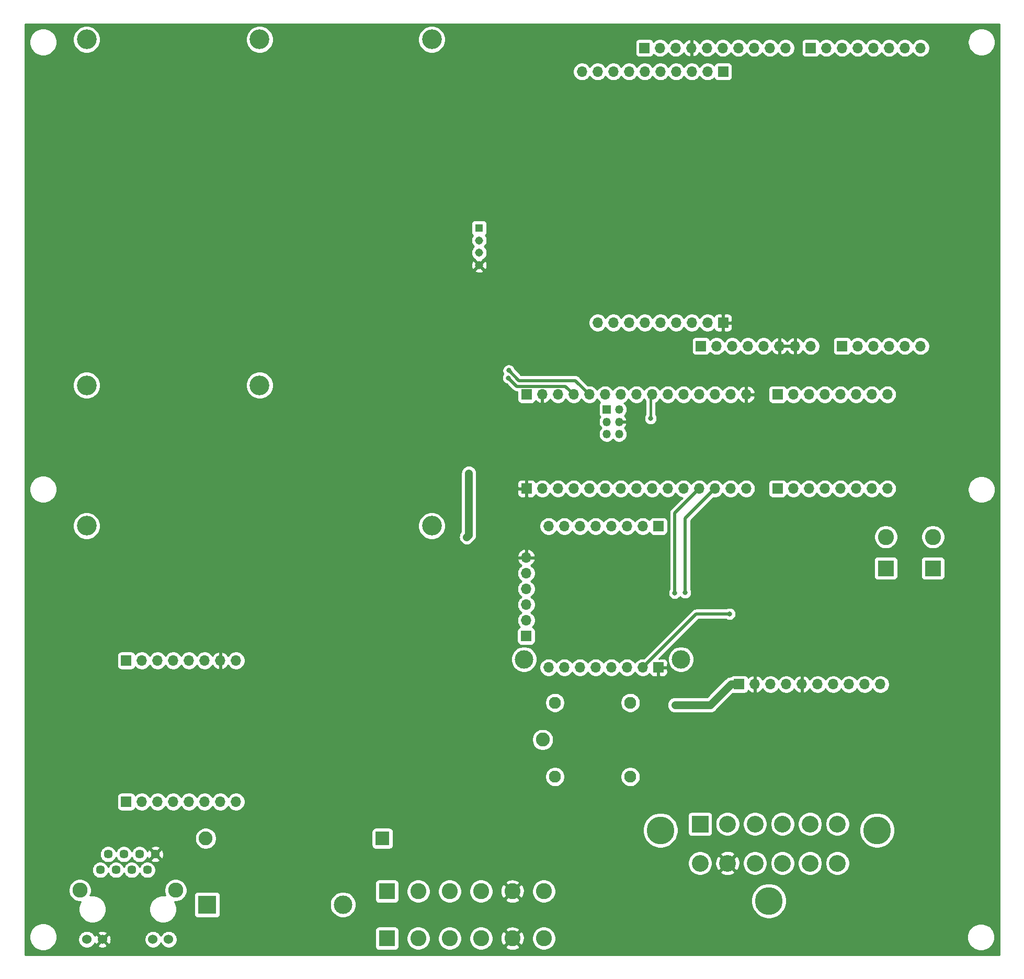
<source format=gbr>
%TF.GenerationSoftware,KiCad,Pcbnew,(5.1.12)-1*%
%TF.CreationDate,2022-02-13T14:46:26-06:00*%
%TF.ProjectId,AS12,41533132-2e6b-4696-9361-645f70636258,rev?*%
%TF.SameCoordinates,Original*%
%TF.FileFunction,Copper,L2,Bot*%
%TF.FilePolarity,Positive*%
%FSLAX46Y46*%
G04 Gerber Fmt 4.6, Leading zero omitted, Abs format (unit mm)*
G04 Created by KiCad (PCBNEW (5.1.12)-1) date 2022-02-13 14:46:26*
%MOMM*%
%LPD*%
G01*
G04 APERTURE LIST*
%TA.AperFunction,ComponentPad*%
%ADD10C,1.950000*%
%TD*%
%TA.AperFunction,ComponentPad*%
%ADD11C,2.250000*%
%TD*%
%TA.AperFunction,ComponentPad*%
%ADD12C,3.200000*%
%TD*%
%TA.AperFunction,ComponentPad*%
%ADD13C,2.600000*%
%TD*%
%TA.AperFunction,ComponentPad*%
%ADD14R,2.600000X2.600000*%
%TD*%
%TA.AperFunction,ComponentPad*%
%ADD15O,1.700000X1.700000*%
%TD*%
%TA.AperFunction,ComponentPad*%
%ADD16R,1.700000X1.700000*%
%TD*%
%TA.AperFunction,ComponentPad*%
%ADD17C,2.445000*%
%TD*%
%TA.AperFunction,ComponentPad*%
%ADD18C,1.530000*%
%TD*%
%TA.AperFunction,ComponentPad*%
%ADD19C,1.446000*%
%TD*%
%TA.AperFunction,ComponentPad*%
%ADD20R,2.250000X2.250000*%
%TD*%
%TA.AperFunction,ComponentPad*%
%ADD21C,1.308000*%
%TD*%
%TA.AperFunction,ComponentPad*%
%ADD22R,1.308000X1.308000*%
%TD*%
%TA.AperFunction,ComponentPad*%
%ADD23C,3.000000*%
%TD*%
%TA.AperFunction,ComponentPad*%
%ADD24O,1.350000X1.350000*%
%TD*%
%TA.AperFunction,ComponentPad*%
%ADD25R,1.350000X1.350000*%
%TD*%
%TA.AperFunction,ComponentPad*%
%ADD26C,4.485000*%
%TD*%
%TA.AperFunction,ComponentPad*%
%ADD27C,2.715000*%
%TD*%
%TA.AperFunction,ComponentPad*%
%ADD28R,2.715000X2.715000*%
%TD*%
%TA.AperFunction,ComponentPad*%
%ADD29R,3.000000X3.000000*%
%TD*%
%TA.AperFunction,ViaPad*%
%ADD30C,0.800000*%
%TD*%
%TA.AperFunction,Conductor*%
%ADD31C,0.508000*%
%TD*%
%TA.AperFunction,Conductor*%
%ADD32C,0.431800*%
%TD*%
%TA.AperFunction,Conductor*%
%ADD33C,1.270000*%
%TD*%
%TA.AperFunction,Conductor*%
%ADD34C,0.254000*%
%TD*%
%TA.AperFunction,Conductor*%
%ADD35C,0.100000*%
%TD*%
G04 APERTURE END LIST*
D10*
%TO.P,K1,5*%
%TO.N,Net-(K1-Pad5)*%
X118628540Y-130497580D03*
%TO.P,K1,4*%
%TO.N,Net-(K1-Pad4)*%
X118628540Y-142497580D03*
%TO.P,K1,3*%
%TO.N,Net-(C10-Pad1)*%
X106428540Y-142497580D03*
D11*
%TO.P,K1,2*%
%TO.N,Net-(K1-Pad2)*%
X104428540Y-136497580D03*
D10*
%TO.P,K1,1*%
%TO.N,Net-(D4-Pad2)*%
X106428540Y-130497580D03*
%TD*%
D12*
%TO.P,REF\u002A\u002A,8*%
%TO.N,N/C*%
X58601220Y-23133960D03*
X58601220Y-79133960D03*
X30601220Y-79133960D03*
X30601220Y-23133960D03*
X86481220Y-23133960D03*
X86481220Y-101873960D03*
X30601220Y-101873960D03*
%TD*%
D13*
%TO.P,KF2,2*%
%TO.N,Net-(D5-Pad1)*%
X159990660Y-103659940D03*
X167610660Y-103659940D03*
D14*
%TO.P,KF2,1*%
%TO.N,Net-(D6-Pad1)*%
X159990660Y-108739940D03*
X167610660Y-108739940D03*
%TD*%
D15*
%TO.P,J24,8*%
%TO.N,Net-(C10-Pad1)*%
X54795000Y-123679400D03*
%TO.P,J24,7*%
%TO.N,GND*%
X52255000Y-123679400D03*
%TO.P,J24,6*%
%TO.N,Net-(J24-Pad6)*%
X49715000Y-123679400D03*
%TO.P,J24,5*%
%TO.N,Net-(J24-Pad5)*%
X47175000Y-123679400D03*
%TO.P,J24,4*%
%TO.N,Net-(J24-Pad4)*%
X44635000Y-123679400D03*
%TO.P,J24,3*%
%TO.N,Net-(J24-Pad3)*%
X42095000Y-123679400D03*
%TO.P,J24,2*%
%TO.N,Net-(J24-Pad2)*%
X39555000Y-123679400D03*
D16*
%TO.P,J24,1*%
%TO.N,Net-(J24-Pad1)*%
X37015000Y-123679400D03*
%TD*%
D15*
%TO.P,J2,8*%
%TO.N,Net-(J2-Pad8)*%
X54795000Y-146539400D03*
%TO.P,J2,7*%
%TO.N,Net-(J2-Pad7)*%
X52255000Y-146539400D03*
%TO.P,J2,6*%
%TO.N,Net-(J2-Pad6)*%
X49715000Y-146539400D03*
%TO.P,J2,5*%
%TO.N,Net-(J2-Pad5)*%
X47175000Y-146539400D03*
%TO.P,J2,4*%
%TO.N,Net-(J2-Pad4)*%
X44635000Y-146539400D03*
%TO.P,J2,3*%
%TO.N,Net-(J2-Pad3)*%
X42095000Y-146539400D03*
%TO.P,J2,2*%
%TO.N,Net-(J2-Pad2)*%
X39555000Y-146539400D03*
D16*
%TO.P,J2,1*%
%TO.N,Net-(J2-Pad1)*%
X37015000Y-146539400D03*
%TD*%
D17*
%TO.P,J12,MH2*%
%TO.N,N/C*%
X45006800Y-160873980D03*
%TO.P,J12,MH1*%
X29516800Y-160873980D03*
D18*
%TO.P,J12,12*%
%TO.N,Net-(J12-Pad12)*%
X43886800Y-168823980D03*
%TO.P,J12,11*%
%TO.N,Net-(J12-Pad11)*%
X41346800Y-168823980D03*
%TO.P,J12,10*%
%TO.N,GND*%
X33176800Y-168823980D03*
%TO.P,J12,9*%
%TO.N,Net-(J11-Pad3)*%
X30636800Y-168823980D03*
D19*
%TO.P,J12,8*%
%TO.N,GND*%
X41706800Y-155033980D03*
%TO.P,J12,7*%
%TO.N,Net-(J12-Pad7)*%
X40436800Y-157573980D03*
%TO.P,J12,6*%
%TO.N,Net-(J11-Pad2)*%
X39166800Y-155033980D03*
%TO.P,J12,5*%
%TO.N,Net-(C8-Pad1)*%
X37896800Y-157573980D03*
%TO.P,J12,4*%
X36626800Y-155033980D03*
%TO.P,J12,3*%
%TO.N,Net-(J11-Pad1)*%
X35356800Y-157573980D03*
%TO.P,J12,2*%
%TO.N,Net-(J11-Pad5)*%
X34086800Y-155033980D03*
%TO.P,J12,1*%
%TO.N,Net-(J11-Pad6)*%
X32816800Y-157573980D03*
%TD*%
D13*
%TO.P,KF1,6*%
%TO.N,Net-(J3-Pad12)*%
X104622600Y-161034600D03*
X104622600Y-168654600D03*
%TO.P,KF1,5*%
%TO.N,GND*%
X99542600Y-161034600D03*
X99542600Y-168654600D03*
%TO.P,KF1,4*%
%TO.N,Net-(J3-Pad1)*%
X94462600Y-161034600D03*
X94462600Y-168654600D03*
%TO.P,KF1,3*%
%TO.N,Net-(K1-Pad2)*%
X89382600Y-161034600D03*
X89382600Y-168654600D03*
%TO.P,KF1,2*%
%TO.N,Net-(D3-Pad2)*%
X84302600Y-161034600D03*
X84302600Y-168654600D03*
D14*
%TO.P,KF1,1*%
%TO.N,Net-(F1-Pad2)*%
X79222600Y-161034600D03*
X79222600Y-168654600D03*
%TD*%
D11*
%TO.P,D3,2*%
%TO.N,Net-(D3-Pad2)*%
X49893620Y-152481280D03*
D20*
%TO.P,D3,1*%
%TO.N,Net-(C2-Pad1)*%
X78493620Y-152481280D03*
%TD*%
D21*
%TO.P,J23,4*%
%TO.N,GND*%
X94145100Y-59654700D03*
%TO.P,J23,3*%
%TO.N,Net-(J23-Pad3)*%
X94145100Y-57654700D03*
%TO.P,J23,2*%
%TO.N,Net-(J13-Pad4)*%
X94145100Y-55654700D03*
D22*
%TO.P,J23,1*%
%TO.N,Net-(J13-Pad5)*%
X94145100Y-53654700D03*
%TD*%
D23*
%TO.P,REF\u002A\u002A,*%
%TO.N,*%
X101408560Y-123496400D03*
X126808560Y-123496400D03*
%TD*%
D15*
%TO.P,J22,8*%
%TO.N,Net-(J14-Pad7)*%
X165608000Y-24511000D03*
%TO.P,J22,7*%
%TO.N,Net-(J14-Pad6)*%
X163068000Y-24511000D03*
%TO.P,J22,6*%
%TO.N,Net-(J13-Pad13)*%
X160528000Y-24511000D03*
%TO.P,J22,5*%
%TO.N,Net-(J22-Pad5)*%
X157988000Y-24511000D03*
%TO.P,J22,4*%
%TO.N,Net-(J22-Pad4)*%
X155448000Y-24511000D03*
%TO.P,J22,3*%
%TO.N,Net-(J22-Pad3)*%
X152908000Y-24511000D03*
%TO.P,J22,2*%
%TO.N,Net-(J22-Pad2)*%
X150368000Y-24511000D03*
D16*
%TO.P,J22,1*%
%TO.N,Net-(J22-Pad1)*%
X147828000Y-24511000D03*
%TD*%
D15*
%TO.P,J21,10*%
%TO.N,Net-(J13-Pad12)*%
X143768000Y-24511000D03*
%TO.P,J21,9*%
%TO.N,Net-(J21-Pad9)*%
X141228000Y-24511000D03*
%TO.P,J21,8*%
%TO.N,Net-(J21-Pad8)*%
X138688000Y-24511000D03*
%TO.P,J21,7*%
%TO.N,Net-(J21-Pad7)*%
X136148000Y-24511000D03*
%TO.P,J21,6*%
%TO.N,Net-(J21-Pad6)*%
X133608000Y-24511000D03*
%TO.P,J21,5*%
%TO.N,Net-(J21-Pad5)*%
X131068000Y-24511000D03*
%TO.P,J21,4*%
%TO.N,GND*%
X128528000Y-24511000D03*
%TO.P,J21,3*%
%TO.N,Net-(J21-Pad3)*%
X125988000Y-24511000D03*
%TO.P,J21,2*%
%TO.N,Net-(J21-Pad2)*%
X123448000Y-24511000D03*
D16*
%TO.P,J21,1*%
%TO.N,Net-(J21-Pad1)*%
X120908000Y-24511000D03*
%TD*%
D15*
%TO.P,J20,10*%
%TO.N,Net-(J20-Pad10)*%
X110794800Y-28336400D03*
%TO.P,J20,9*%
%TO.N,Net-(J20-Pad9)*%
X113334800Y-28336400D03*
%TO.P,J20,8*%
%TO.N,Net-(J20-Pad8)*%
X115874800Y-28336400D03*
%TO.P,J20,7*%
%TO.N,Net-(J20-Pad7)*%
X118414800Y-28336400D03*
%TO.P,J20,6*%
%TO.N,Net-(J20-Pad6)*%
X120954800Y-28336400D03*
%TO.P,J20,5*%
%TO.N,Net-(J20-Pad5)*%
X123494800Y-28336400D03*
%TO.P,J20,4*%
%TO.N,Net-(J20-Pad4)*%
X126034800Y-28336400D03*
%TO.P,J20,3*%
%TO.N,Net-(J20-Pad3)*%
X128574800Y-28336400D03*
%TO.P,J20,2*%
%TO.N,Net-(J20-Pad2)*%
X131114800Y-28336400D03*
D16*
%TO.P,J20,1*%
%TO.N,Net-(J20-Pad1)*%
X133654800Y-28336400D03*
%TD*%
D15*
%TO.P,J19,6*%
%TO.N,Net-(J19-Pad6)*%
X165608000Y-72771000D03*
%TO.P,J19,5*%
%TO.N,Net-(J19-Pad5)*%
X163068000Y-72771000D03*
%TO.P,J19,4*%
%TO.N,Net-(J19-Pad4)*%
X160528000Y-72771000D03*
%TO.P,J19,3*%
%TO.N,Net-(J19-Pad3)*%
X157988000Y-72771000D03*
%TO.P,J19,2*%
%TO.N,Net-(J19-Pad2)*%
X155448000Y-72771000D03*
D16*
%TO.P,J19,1*%
%TO.N,Net-(J19-Pad1)*%
X152908000Y-72771000D03*
%TD*%
D15*
%TO.P,J18,8*%
%TO.N,Net-(J18-Pad8)*%
X147828000Y-72771000D03*
%TO.P,J18,7*%
%TO.N,GND*%
X145288000Y-72771000D03*
%TO.P,J18,6*%
X142748000Y-72771000D03*
%TO.P,J18,5*%
%TO.N,Net-(C10-Pad1)*%
X140208000Y-72771000D03*
%TO.P,J18,4*%
%TO.N,Net-(J18-Pad4)*%
X137668000Y-72771000D03*
%TO.P,J18,3*%
%TO.N,Net-(J18-Pad3)*%
X135128000Y-72771000D03*
%TO.P,J18,2*%
%TO.N,Net-(J13-Pad3)*%
X132588000Y-72771000D03*
D16*
%TO.P,J18,1*%
%TO.N,Net-(J18-Pad1)*%
X130048000Y-72771000D03*
%TD*%
D15*
%TO.P,J17,9*%
%TO.N,Net-(J17-Pad9)*%
X113334800Y-68986400D03*
%TO.P,J17,8*%
%TO.N,Net-(J13-Pad6)*%
X115874800Y-68986400D03*
%TO.P,J17,7*%
%TO.N,Net-(J13-Pad7)*%
X118414800Y-68986400D03*
%TO.P,J17,6*%
%TO.N,Net-(J17-Pad6)*%
X120954800Y-68986400D03*
%TO.P,J17,5*%
%TO.N,Net-(J13-Pad10)*%
X123494800Y-68986400D03*
%TO.P,J17,4*%
%TO.N,Net-(J13-Pad11)*%
X126034800Y-68986400D03*
%TO.P,J17,3*%
%TO.N,Net-(J17-Pad3)*%
X128574800Y-68986400D03*
%TO.P,J17,2*%
%TO.N,Net-(C10-Pad1)*%
X131114800Y-68986400D03*
D16*
%TO.P,J17,1*%
%TO.N,GND*%
X133654800Y-68986400D03*
%TD*%
D15*
%TO.P,J14,8*%
%TO.N,Net-(J14-Pad8)*%
X160248600Y-80594200D03*
%TO.P,J14,7*%
%TO.N,Net-(J14-Pad7)*%
X157708600Y-80594200D03*
%TO.P,J14,6*%
%TO.N,Net-(J14-Pad6)*%
X155168600Y-80594200D03*
%TO.P,J14,5*%
%TO.N,Net-(J14-Pad5)*%
X152628600Y-80594200D03*
%TO.P,J14,4*%
%TO.N,Net-(J14-Pad4)*%
X150088600Y-80594200D03*
%TO.P,J14,3*%
%TO.N,Net-(J14-Pad3)*%
X147548600Y-80594200D03*
%TO.P,J14,2*%
%TO.N,Net-(J14-Pad2)*%
X145008600Y-80594200D03*
D16*
%TO.P,J14,1*%
%TO.N,Net-(J14-Pad1)*%
X142468600Y-80594200D03*
%TD*%
D15*
%TO.P,J13,15*%
%TO.N,GND*%
X137388600Y-80594200D03*
%TO.P,J13,14*%
%TO.N,Net-(J13-Pad14)*%
X134848600Y-80594200D03*
%TO.P,J13,13*%
%TO.N,Net-(J13-Pad13)*%
X132308600Y-80594200D03*
%TO.P,J13,12*%
%TO.N,Net-(J13-Pad12)*%
X129768600Y-80594200D03*
%TO.P,J13,11*%
%TO.N,Net-(J13-Pad11)*%
X127228600Y-80594200D03*
%TO.P,J13,10*%
%TO.N,Net-(J13-Pad10)*%
X124688600Y-80594200D03*
%TO.P,J13,9*%
%TO.N,Net-(IC1-Pad4)*%
X122148600Y-80594200D03*
%TO.P,J13,8*%
%TO.N,Net-(IC1-Pad3)*%
X119608600Y-80594200D03*
%TO.P,J13,7*%
%TO.N,Net-(J13-Pad7)*%
X117068600Y-80594200D03*
%TO.P,J13,6*%
%TO.N,Net-(J13-Pad6)*%
X114528600Y-80594200D03*
%TO.P,J13,5*%
%TO.N,Net-(J13-Pad5)*%
X111988600Y-80594200D03*
%TO.P,J13,4*%
%TO.N,Net-(J13-Pad4)*%
X109448600Y-80594200D03*
%TO.P,J13,3*%
%TO.N,Net-(J13-Pad3)*%
X106908600Y-80594200D03*
%TO.P,J13,2*%
%TO.N,GND*%
X104368600Y-80594200D03*
D16*
%TO.P,J13,1*%
%TO.N,Net-(C10-Pad1)*%
X101828600Y-80594200D03*
%TD*%
D24*
%TO.P,J11,6*%
%TO.N,Net-(J11-Pad6)*%
X116798600Y-87032600D03*
%TO.P,J11,5*%
%TO.N,Net-(J11-Pad5)*%
X114798600Y-87032600D03*
%TO.P,J11,4*%
%TO.N,GND*%
X116798600Y-85032600D03*
%TO.P,J11,3*%
%TO.N,Net-(J11-Pad3)*%
X114798600Y-85032600D03*
%TO.P,J11,2*%
%TO.N,Net-(J11-Pad2)*%
X116798600Y-83032600D03*
D25*
%TO.P,J11,1*%
%TO.N,Net-(J11-Pad1)*%
X114798600Y-83032600D03*
%TD*%
D15*
%TO.P,J10,8*%
%TO.N,Net-(J10-Pad8)*%
X160248600Y-95834200D03*
%TO.P,J10,7*%
%TO.N,Net-(J10-Pad7)*%
X157708600Y-95834200D03*
%TO.P,J10,6*%
%TO.N,Net-(J10-Pad6)*%
X155168600Y-95834200D03*
%TO.P,J10,5*%
%TO.N,Net-(J10-Pad5)*%
X152628600Y-95834200D03*
%TO.P,J10,4*%
%TO.N,Net-(J10-Pad4)*%
X150088600Y-95834200D03*
%TO.P,J10,3*%
%TO.N,Net-(J10-Pad3)*%
X147548600Y-95834200D03*
%TO.P,J10,2*%
%TO.N,Net-(J10-Pad2)*%
X145008600Y-95834200D03*
D16*
%TO.P,J10,1*%
%TO.N,Net-(J10-Pad1)*%
X142468600Y-95834200D03*
%TD*%
D15*
%TO.P,J9,15*%
%TO.N,Net-(IC1-Pad2)*%
X137388600Y-95834200D03*
%TO.P,J9,14*%
%TO.N,Net-(J9-Pad14)*%
X134848600Y-95834200D03*
%TO.P,J9,13*%
%TO.N,Net-(J9-Pad13)*%
X132308600Y-95834200D03*
%TO.P,J9,12*%
%TO.N,Net-(J9-Pad12)*%
X129768600Y-95834200D03*
%TO.P,J9,11*%
%TO.N,Net-(J9-Pad11)*%
X127228600Y-95834200D03*
%TO.P,J9,10*%
%TO.N,Net-(J9-Pad10)*%
X124688600Y-95834200D03*
%TO.P,J9,9*%
%TO.N,Net-(J9-Pad9)*%
X122148600Y-95834200D03*
%TO.P,J9,8*%
%TO.N,Net-(J9-Pad8)*%
X119608600Y-95834200D03*
%TO.P,J9,7*%
%TO.N,Net-(J9-Pad7)*%
X117068600Y-95834200D03*
%TO.P,J9,6*%
%TO.N,Net-(J9-Pad6)*%
X114528600Y-95834200D03*
%TO.P,J9,5*%
%TO.N,Net-(J9-Pad5)*%
X111988600Y-95834200D03*
%TO.P,J9,4*%
%TO.N,Net-(J9-Pad4)*%
X109448600Y-95834200D03*
%TO.P,J9,3*%
%TO.N,Net-(J24-Pad2)*%
X106908600Y-95834200D03*
%TO.P,J9,2*%
%TO.N,Net-(J24-Pad1)*%
X104368600Y-95834200D03*
D16*
%TO.P,J9,1*%
%TO.N,GND*%
X101828600Y-95834200D03*
%TD*%
D15*
%TO.P,J6,8*%
%TO.N,Net-(J6-Pad8)*%
X105394760Y-124790200D03*
%TO.P,J6,7*%
%TO.N,Net-(J6-Pad7)*%
X107934760Y-124790200D03*
%TO.P,J6,6*%
%TO.N,Net-(J6-Pad6)*%
X110474760Y-124790200D03*
%TO.P,J6,5*%
%TO.N,Net-(J6-Pad5)*%
X113014760Y-124790200D03*
%TO.P,J6,4*%
%TO.N,Net-(J6-Pad4)*%
X115554760Y-124790200D03*
%TO.P,J6,3*%
%TO.N,Net-(J6-Pad3)*%
X118094760Y-124790200D03*
%TO.P,J6,2*%
%TO.N,Net-(C1-Pad1)*%
X120634760Y-124790200D03*
D16*
%TO.P,J6,1*%
%TO.N,GND*%
X123174760Y-124790200D03*
%TD*%
D15*
%TO.P,J5,8*%
%TO.N,Net-(J5-Pad8)*%
X105394760Y-101930200D03*
%TO.P,J5,7*%
%TO.N,Net-(J5-Pad7)*%
X107934760Y-101930200D03*
%TO.P,J5,6*%
%TO.N,Net-(IC1-Pad3)*%
X110474760Y-101930200D03*
%TO.P,J5,5*%
%TO.N,Net-(IC1-Pad4)*%
X113014760Y-101930200D03*
%TO.P,J5,4*%
%TO.N,Net-(J5-Pad4)*%
X115554760Y-101930200D03*
%TO.P,J5,3*%
%TO.N,Net-(J5-Pad3)*%
X118094760Y-101930200D03*
%TO.P,J5,2*%
%TO.N,Net-(J5-Pad2)*%
X120634760Y-101930200D03*
D16*
%TO.P,J5,1*%
%TO.N,Net-(J5-Pad1)*%
X123174760Y-101930200D03*
%TD*%
D15*
%TO.P,J4,6*%
%TO.N,GND*%
X101762560Y-107010200D03*
%TO.P,J4,5*%
%TO.N,Net-(J4-Pad5)*%
X101762560Y-109550200D03*
%TO.P,J4,4*%
%TO.N,Net-(J4-Pad4)*%
X101762560Y-112090200D03*
%TO.P,J4,3*%
%TO.N,Net-(IC1-Pad3)*%
X101762560Y-114630200D03*
%TO.P,J4,2*%
%TO.N,Net-(IC1-Pad4)*%
X101762560Y-117170200D03*
D16*
%TO.P,J4,1*%
%TO.N,Net-(C1-Pad1)*%
X101762560Y-119710200D03*
%TD*%
D26*
%TO.P,J3,MH3*%
%TO.N,Net-(J3-PadMH3)*%
X158576000Y-151159400D03*
%TO.P,J3,MH2*%
%TO.N,Net-(J3-PadMH2)*%
X141036000Y-162589400D03*
%TO.P,J3,MH1*%
%TO.N,Net-(J3-PadMH1)*%
X123496000Y-151159400D03*
D27*
%TO.P,J3,12*%
%TO.N,Net-(J3-Pad12)*%
X129921000Y-156489400D03*
%TO.P,J3,11*%
%TO.N,GND*%
X134366000Y-156489400D03*
%TO.P,J3,10*%
%TO.N,Net-(J3-Pad10)*%
X138811000Y-156489400D03*
%TO.P,J3,9*%
%TO.N,Net-(J3-Pad9)*%
X143261000Y-156489400D03*
%TO.P,J3,8*%
%TO.N,Net-(J3-Pad8)*%
X147706000Y-156489400D03*
%TO.P,J3,7*%
%TO.N,Net-(J3-Pad7)*%
X152151000Y-156489400D03*
%TO.P,J3,6*%
%TO.N,Net-(J25-Pad3)*%
X152151000Y-150139400D03*
%TO.P,J3,5*%
%TO.N,Net-(J25-Pad4)*%
X147706000Y-150139400D03*
%TO.P,J3,4*%
%TO.N,Net-(C10-Pad1)*%
X143261000Y-150139400D03*
%TO.P,J3,3*%
%TO.N,Net-(J3-Pad3)*%
X138811000Y-150139400D03*
%TO.P,J3,2*%
%TO.N,Net-(J3-Pad2)*%
X134366000Y-150139400D03*
D28*
%TO.P,J3,1*%
%TO.N,Net-(J3-Pad1)*%
X129921000Y-150139400D03*
%TD*%
D15*
%TO.P,J1,10*%
%TO.N,Net-(J1-Pad10)*%
X159097980Y-127520700D03*
%TO.P,J1,9*%
%TO.N,Net-(J1-Pad9)*%
X156557980Y-127520700D03*
%TO.P,J1,8*%
%TO.N,Net-(J1-Pad8)*%
X154017980Y-127520700D03*
%TO.P,J1,7*%
%TO.N,Net-(D1-Pad1)*%
X151477980Y-127520700D03*
%TO.P,J1,6*%
%TO.N,Net-(J1-Pad6)*%
X148937980Y-127520700D03*
%TO.P,J1,5*%
%TO.N,GND*%
X146397980Y-127520700D03*
%TO.P,J1,4*%
%TO.N,Net-(IC1-Pad5)*%
X143857980Y-127520700D03*
%TO.P,J1,3*%
%TO.N,Net-(IC1-Pad6)*%
X141317980Y-127520700D03*
%TO.P,J1,2*%
%TO.N,GND*%
X138777980Y-127520700D03*
D16*
%TO.P,J1,1*%
%TO.N,Net-(C10-Pad1)*%
X136237980Y-127520700D03*
%TD*%
D23*
%TO.P,F1,2*%
%TO.N,Net-(F1-Pad2)*%
X72102900Y-163203900D03*
D29*
%TO.P,F1,1*%
%TO.N,Net-(D3-Pad2)*%
X50102900Y-163203900D03*
%TD*%
D30*
%TO.N,GND*%
X130695700Y-58849260D03*
X163080700Y-89154000D03*
X98877120Y-79834740D03*
X84030820Y-142293340D03*
X84030820Y-138968480D03*
X143723360Y-134404100D03*
X135933180Y-132085080D03*
X95432880Y-132801360D03*
X135684260Y-145219420D03*
X131894580Y-137850880D03*
X130238500Y-127980440D03*
X143733520Y-99009200D03*
X135531860Y-103621840D03*
X157198060Y-118757700D03*
X152953720Y-111018320D03*
X152849580Y-103723440D03*
X165416749Y-133059905D03*
X81770220Y-150263860D03*
X79486760Y-134912100D03*
X70119240Y-128140460D03*
X65186560Y-142001240D03*
X65222120Y-140909040D03*
X65148460Y-143093440D03*
X96700340Y-123413520D03*
X65885060Y-121333260D03*
X58955940Y-112306100D03*
X66146680Y-107215940D03*
X162544760Y-119776240D03*
X158821120Y-132528928D03*
X171241720Y-133875778D03*
X168511220Y-123987560D03*
X99603560Y-145034000D03*
%TO.N,Net-(C1-Pad1)*%
X134680960Y-116133880D03*
%TO.N,Net-(IC1-Pad4)*%
X121900000Y-84500000D03*
%TO.N,Net-(J9-Pad12)*%
X125818900Y-112737900D03*
%TO.N,Net-(J9-Pad13)*%
X127500380Y-112676940D03*
%TO.N,Net-(J13-Pad5)*%
X98940620Y-76723240D03*
%TO.N,Net-(J13-Pad4)*%
X98877120Y-77917040D03*
%TO.N,Net-(C10-Pad1)*%
X92473780Y-93378020D03*
X92130878Y-103682800D03*
X125877320Y-130876040D03*
%TD*%
D31*
%TO.N,Net-(C1-Pad1)*%
X129291080Y-116133880D02*
X134680960Y-116133880D01*
X120634760Y-124790200D02*
X129291080Y-116133880D01*
D32*
%TO.N,Net-(IC1-Pad4)*%
X121900000Y-80842800D02*
X122148600Y-80594200D01*
X121900000Y-84500000D02*
X121900000Y-80842800D01*
D31*
%TO.N,Net-(J9-Pad12)*%
X125818900Y-99783900D02*
X129768600Y-95834200D01*
X125818900Y-112737900D02*
X125818900Y-99783900D01*
%TO.N,Net-(J9-Pad13)*%
X127500380Y-100642420D02*
X132308600Y-95834200D01*
X127500380Y-112676940D02*
X127500380Y-100642420D01*
%TO.N,Net-(J13-Pad5)*%
X111988600Y-80594200D02*
X109750860Y-78356460D01*
X100573840Y-78356460D02*
X98940620Y-76723240D01*
X109750860Y-78356460D02*
X100573840Y-78356460D01*
%TO.N,Net-(J13-Pad4)*%
X100250279Y-79290199D02*
X98877120Y-77917040D01*
X108144599Y-79290199D02*
X100250279Y-79290199D01*
X109448600Y-80594200D02*
X108144599Y-79290199D01*
D33*
%TO.N,Net-(C10-Pad1)*%
X92473780Y-103339898D02*
X92130878Y-103682800D01*
X92473780Y-93378020D02*
X92473780Y-103339898D01*
X136237980Y-127520700D02*
X134909560Y-127520700D01*
X131554220Y-130876040D02*
X125877320Y-130876040D01*
X134909560Y-127520700D02*
X131554220Y-130876040D01*
%TD*%
D34*
%TO.N,GND*%
X178340001Y-171340000D02*
X20660000Y-171340000D01*
X20660000Y-168189492D01*
X21315880Y-168189492D01*
X21315880Y-168629748D01*
X21401770Y-169061545D01*
X21570249Y-169468289D01*
X21814842Y-169834349D01*
X22126151Y-170145658D01*
X22492211Y-170390251D01*
X22898955Y-170558730D01*
X23330752Y-170644620D01*
X23771008Y-170644620D01*
X24202805Y-170558730D01*
X24609549Y-170390251D01*
X24975609Y-170145658D01*
X25286918Y-169834349D01*
X25531511Y-169468289D01*
X25699990Y-169061545D01*
X25774672Y-168686092D01*
X29236800Y-168686092D01*
X29236800Y-168961868D01*
X29290601Y-169232345D01*
X29396136Y-169487129D01*
X29549349Y-169716428D01*
X29744352Y-169911431D01*
X29973651Y-170064644D01*
X30228435Y-170170179D01*
X30498912Y-170223980D01*
X30774688Y-170223980D01*
X31045165Y-170170179D01*
X31299949Y-170064644D01*
X31529248Y-169911431D01*
X31648992Y-169791687D01*
X32388698Y-169791687D01*
X32456040Y-170032086D01*
X32705580Y-170149486D01*
X32973227Y-170215947D01*
X33248699Y-170228916D01*
X33521407Y-170187894D01*
X33780872Y-170094458D01*
X33897560Y-170032086D01*
X33964902Y-169791687D01*
X33176800Y-169003585D01*
X32388698Y-169791687D01*
X31648992Y-169791687D01*
X31724251Y-169716428D01*
X31877464Y-169487129D01*
X31904282Y-169422386D01*
X31906322Y-169428052D01*
X31968694Y-169544740D01*
X32209093Y-169612082D01*
X32997195Y-168823980D01*
X33356405Y-168823980D01*
X34144507Y-169612082D01*
X34384906Y-169544740D01*
X34502306Y-169295200D01*
X34568767Y-169027553D01*
X34581736Y-168752081D01*
X34571810Y-168686092D01*
X39946800Y-168686092D01*
X39946800Y-168961868D01*
X40000601Y-169232345D01*
X40106136Y-169487129D01*
X40259349Y-169716428D01*
X40454352Y-169911431D01*
X40683651Y-170064644D01*
X40938435Y-170170179D01*
X41208912Y-170223980D01*
X41484688Y-170223980D01*
X41755165Y-170170179D01*
X42009949Y-170064644D01*
X42239248Y-169911431D01*
X42434251Y-169716428D01*
X42587464Y-169487129D01*
X42616800Y-169416306D01*
X42646136Y-169487129D01*
X42799349Y-169716428D01*
X42994352Y-169911431D01*
X43223651Y-170064644D01*
X43478435Y-170170179D01*
X43748912Y-170223980D01*
X44024688Y-170223980D01*
X44295165Y-170170179D01*
X44549949Y-170064644D01*
X44779248Y-169911431D01*
X44974251Y-169716428D01*
X45127464Y-169487129D01*
X45232999Y-169232345D01*
X45286800Y-168961868D01*
X45286800Y-168686092D01*
X45232999Y-168415615D01*
X45127464Y-168160831D01*
X44974251Y-167931532D01*
X44779248Y-167736529D01*
X44549949Y-167583316D01*
X44295165Y-167477781D01*
X44024688Y-167423980D01*
X43748912Y-167423980D01*
X43478435Y-167477781D01*
X43223651Y-167583316D01*
X42994352Y-167736529D01*
X42799349Y-167931532D01*
X42646136Y-168160831D01*
X42616800Y-168231654D01*
X42587464Y-168160831D01*
X42434251Y-167931532D01*
X42239248Y-167736529D01*
X42009949Y-167583316D01*
X41755165Y-167477781D01*
X41484688Y-167423980D01*
X41208912Y-167423980D01*
X40938435Y-167477781D01*
X40683651Y-167583316D01*
X40454352Y-167736529D01*
X40259349Y-167931532D01*
X40106136Y-168160831D01*
X40000601Y-168415615D01*
X39946800Y-168686092D01*
X34571810Y-168686092D01*
X34540714Y-168479373D01*
X34447278Y-168219908D01*
X34384906Y-168103220D01*
X34144507Y-168035878D01*
X33356405Y-168823980D01*
X32997195Y-168823980D01*
X32209093Y-168035878D01*
X31968694Y-168103220D01*
X31907488Y-168233316D01*
X31877464Y-168160831D01*
X31724251Y-167931532D01*
X31648992Y-167856273D01*
X32388698Y-167856273D01*
X33176800Y-168644375D01*
X33964902Y-167856273D01*
X33897560Y-167615874D01*
X33648020Y-167498474D01*
X33380373Y-167432013D01*
X33104901Y-167419044D01*
X32832193Y-167460066D01*
X32572728Y-167553502D01*
X32456040Y-167615874D01*
X32388698Y-167856273D01*
X31648992Y-167856273D01*
X31529248Y-167736529D01*
X31299949Y-167583316D01*
X31045165Y-167477781D01*
X30774688Y-167423980D01*
X30498912Y-167423980D01*
X30228435Y-167477781D01*
X29973651Y-167583316D01*
X29744352Y-167736529D01*
X29549349Y-167931532D01*
X29396136Y-168160831D01*
X29290601Y-168415615D01*
X29236800Y-168686092D01*
X25774672Y-168686092D01*
X25785880Y-168629748D01*
X25785880Y-168189492D01*
X25699990Y-167757695D01*
X25533023Y-167354600D01*
X77284528Y-167354600D01*
X77284528Y-169954600D01*
X77296788Y-170079082D01*
X77333098Y-170198780D01*
X77392063Y-170309094D01*
X77471415Y-170405785D01*
X77568106Y-170485137D01*
X77678420Y-170544102D01*
X77798118Y-170580412D01*
X77922600Y-170592672D01*
X80522600Y-170592672D01*
X80647082Y-170580412D01*
X80766780Y-170544102D01*
X80877094Y-170485137D01*
X80973785Y-170405785D01*
X81053137Y-170309094D01*
X81112102Y-170198780D01*
X81148412Y-170079082D01*
X81160672Y-169954600D01*
X81160672Y-168464019D01*
X82367600Y-168464019D01*
X82367600Y-168845181D01*
X82441961Y-169219019D01*
X82587825Y-169571166D01*
X82799587Y-169888091D01*
X83069109Y-170157613D01*
X83386034Y-170369375D01*
X83738181Y-170515239D01*
X84112019Y-170589600D01*
X84493181Y-170589600D01*
X84867019Y-170515239D01*
X85219166Y-170369375D01*
X85536091Y-170157613D01*
X85805613Y-169888091D01*
X86017375Y-169571166D01*
X86163239Y-169219019D01*
X86237600Y-168845181D01*
X86237600Y-168464019D01*
X87447600Y-168464019D01*
X87447600Y-168845181D01*
X87521961Y-169219019D01*
X87667825Y-169571166D01*
X87879587Y-169888091D01*
X88149109Y-170157613D01*
X88466034Y-170369375D01*
X88818181Y-170515239D01*
X89192019Y-170589600D01*
X89573181Y-170589600D01*
X89947019Y-170515239D01*
X90299166Y-170369375D01*
X90616091Y-170157613D01*
X90885613Y-169888091D01*
X91097375Y-169571166D01*
X91243239Y-169219019D01*
X91317600Y-168845181D01*
X91317600Y-168464019D01*
X92527600Y-168464019D01*
X92527600Y-168845181D01*
X92601961Y-169219019D01*
X92747825Y-169571166D01*
X92959587Y-169888091D01*
X93229109Y-170157613D01*
X93546034Y-170369375D01*
X93898181Y-170515239D01*
X94272019Y-170589600D01*
X94653181Y-170589600D01*
X95027019Y-170515239D01*
X95379166Y-170369375D01*
X95696091Y-170157613D01*
X95849880Y-170003824D01*
X98372981Y-170003824D01*
X98504917Y-170298912D01*
X98845645Y-170469759D01*
X99213157Y-170570850D01*
X99593329Y-170598301D01*
X99971551Y-170551057D01*
X100333290Y-170430933D01*
X100580283Y-170298912D01*
X100712219Y-170003824D01*
X99542600Y-168834205D01*
X98372981Y-170003824D01*
X95849880Y-170003824D01*
X95965613Y-169888091D01*
X96177375Y-169571166D01*
X96323239Y-169219019D01*
X96397600Y-168845181D01*
X96397600Y-168705329D01*
X97598899Y-168705329D01*
X97646143Y-169083551D01*
X97766267Y-169445290D01*
X97898288Y-169692283D01*
X98193376Y-169824219D01*
X99362995Y-168654600D01*
X99722205Y-168654600D01*
X100891824Y-169824219D01*
X101186912Y-169692283D01*
X101357759Y-169351555D01*
X101458850Y-168984043D01*
X101486301Y-168603871D01*
X101468832Y-168464019D01*
X102687600Y-168464019D01*
X102687600Y-168845181D01*
X102761961Y-169219019D01*
X102907825Y-169571166D01*
X103119587Y-169888091D01*
X103389109Y-170157613D01*
X103706034Y-170369375D01*
X104058181Y-170515239D01*
X104432019Y-170589600D01*
X104813181Y-170589600D01*
X105187019Y-170515239D01*
X105539166Y-170369375D01*
X105856091Y-170157613D01*
X106125613Y-169888091D01*
X106337375Y-169571166D01*
X106483239Y-169219019D01*
X106557600Y-168845181D01*
X106557600Y-168464019D01*
X106513098Y-168240292D01*
X173159620Y-168240292D01*
X173159620Y-168680548D01*
X173245510Y-169112345D01*
X173413989Y-169519089D01*
X173658582Y-169885149D01*
X173969891Y-170196458D01*
X174335951Y-170441051D01*
X174742695Y-170609530D01*
X175174492Y-170695420D01*
X175614748Y-170695420D01*
X176046545Y-170609530D01*
X176453289Y-170441051D01*
X176819349Y-170196458D01*
X177130658Y-169885149D01*
X177375251Y-169519089D01*
X177543730Y-169112345D01*
X177629620Y-168680548D01*
X177629620Y-168240292D01*
X177543730Y-167808495D01*
X177375251Y-167401751D01*
X177130658Y-167035691D01*
X176819349Y-166724382D01*
X176453289Y-166479789D01*
X176046545Y-166311310D01*
X175614748Y-166225420D01*
X175174492Y-166225420D01*
X174742695Y-166311310D01*
X174335951Y-166479789D01*
X173969891Y-166724382D01*
X173658582Y-167035691D01*
X173413989Y-167401751D01*
X173245510Y-167808495D01*
X173159620Y-168240292D01*
X106513098Y-168240292D01*
X106483239Y-168090181D01*
X106337375Y-167738034D01*
X106125613Y-167421109D01*
X105856091Y-167151587D01*
X105539166Y-166939825D01*
X105187019Y-166793961D01*
X104813181Y-166719600D01*
X104432019Y-166719600D01*
X104058181Y-166793961D01*
X103706034Y-166939825D01*
X103389109Y-167151587D01*
X103119587Y-167421109D01*
X102907825Y-167738034D01*
X102761961Y-168090181D01*
X102687600Y-168464019D01*
X101468832Y-168464019D01*
X101439057Y-168225649D01*
X101318933Y-167863910D01*
X101186912Y-167616917D01*
X100891824Y-167484981D01*
X99722205Y-168654600D01*
X99362995Y-168654600D01*
X98193376Y-167484981D01*
X97898288Y-167616917D01*
X97727441Y-167957645D01*
X97626350Y-168325157D01*
X97598899Y-168705329D01*
X96397600Y-168705329D01*
X96397600Y-168464019D01*
X96323239Y-168090181D01*
X96177375Y-167738034D01*
X95965613Y-167421109D01*
X95849880Y-167305376D01*
X98372981Y-167305376D01*
X99542600Y-168474995D01*
X100712219Y-167305376D01*
X100580283Y-167010288D01*
X100239555Y-166839441D01*
X99872043Y-166738350D01*
X99491871Y-166710899D01*
X99113649Y-166758143D01*
X98751910Y-166878267D01*
X98504917Y-167010288D01*
X98372981Y-167305376D01*
X95849880Y-167305376D01*
X95696091Y-167151587D01*
X95379166Y-166939825D01*
X95027019Y-166793961D01*
X94653181Y-166719600D01*
X94272019Y-166719600D01*
X93898181Y-166793961D01*
X93546034Y-166939825D01*
X93229109Y-167151587D01*
X92959587Y-167421109D01*
X92747825Y-167738034D01*
X92601961Y-168090181D01*
X92527600Y-168464019D01*
X91317600Y-168464019D01*
X91243239Y-168090181D01*
X91097375Y-167738034D01*
X90885613Y-167421109D01*
X90616091Y-167151587D01*
X90299166Y-166939825D01*
X89947019Y-166793961D01*
X89573181Y-166719600D01*
X89192019Y-166719600D01*
X88818181Y-166793961D01*
X88466034Y-166939825D01*
X88149109Y-167151587D01*
X87879587Y-167421109D01*
X87667825Y-167738034D01*
X87521961Y-168090181D01*
X87447600Y-168464019D01*
X86237600Y-168464019D01*
X86163239Y-168090181D01*
X86017375Y-167738034D01*
X85805613Y-167421109D01*
X85536091Y-167151587D01*
X85219166Y-166939825D01*
X84867019Y-166793961D01*
X84493181Y-166719600D01*
X84112019Y-166719600D01*
X83738181Y-166793961D01*
X83386034Y-166939825D01*
X83069109Y-167151587D01*
X82799587Y-167421109D01*
X82587825Y-167738034D01*
X82441961Y-168090181D01*
X82367600Y-168464019D01*
X81160672Y-168464019D01*
X81160672Y-167354600D01*
X81148412Y-167230118D01*
X81112102Y-167110420D01*
X81053137Y-167000106D01*
X80973785Y-166903415D01*
X80877094Y-166824063D01*
X80766780Y-166765098D01*
X80647082Y-166728788D01*
X80522600Y-166716528D01*
X77922600Y-166716528D01*
X77798118Y-166728788D01*
X77678420Y-166765098D01*
X77568106Y-166824063D01*
X77471415Y-166903415D01*
X77392063Y-167000106D01*
X77333098Y-167110420D01*
X77296788Y-167230118D01*
X77284528Y-167354600D01*
X25533023Y-167354600D01*
X25531511Y-167350951D01*
X25286918Y-166984891D01*
X24975609Y-166673582D01*
X24609549Y-166428989D01*
X24202805Y-166260510D01*
X23771008Y-166174620D01*
X23330752Y-166174620D01*
X22898955Y-166260510D01*
X22492211Y-166428989D01*
X22126151Y-166673582D01*
X21814842Y-166984891D01*
X21570249Y-167350951D01*
X21401770Y-167757695D01*
X21315880Y-168189492D01*
X20660000Y-168189492D01*
X20660000Y-160691032D01*
X27659300Y-160691032D01*
X27659300Y-161056928D01*
X27730682Y-161415793D01*
X27870705Y-161753836D01*
X28073985Y-162058067D01*
X28332713Y-162316795D01*
X28636944Y-162520075D01*
X28974987Y-162660098D01*
X29333852Y-162731480D01*
X29625525Y-162731480D01*
X29544014Y-162853469D01*
X29373651Y-163264762D01*
X29286800Y-163701389D01*
X29286800Y-164146571D01*
X29373651Y-164583198D01*
X29544014Y-164994491D01*
X29791344Y-165364646D01*
X30106134Y-165679436D01*
X30476289Y-165926766D01*
X30887582Y-166097129D01*
X31324209Y-166183980D01*
X31769391Y-166183980D01*
X32206018Y-166097129D01*
X32617311Y-165926766D01*
X32987466Y-165679436D01*
X33302256Y-165364646D01*
X33549586Y-164994491D01*
X33719949Y-164583198D01*
X33806800Y-164146571D01*
X33806800Y-163701389D01*
X40716800Y-163701389D01*
X40716800Y-164146571D01*
X40803651Y-164583198D01*
X40974014Y-164994491D01*
X41221344Y-165364646D01*
X41536134Y-165679436D01*
X41906289Y-165926766D01*
X42317582Y-166097129D01*
X42754209Y-166183980D01*
X43199391Y-166183980D01*
X43636018Y-166097129D01*
X44047311Y-165926766D01*
X44417466Y-165679436D01*
X44732256Y-165364646D01*
X44979586Y-164994491D01*
X45149949Y-164583198D01*
X45236800Y-164146571D01*
X45236800Y-163701389D01*
X45149949Y-163264762D01*
X44979586Y-162853469D01*
X44898075Y-162731480D01*
X45189748Y-162731480D01*
X45548613Y-162660098D01*
X45886656Y-162520075D01*
X46190887Y-162316795D01*
X46449615Y-162058067D01*
X46652895Y-161753836D01*
X46673579Y-161703900D01*
X47964828Y-161703900D01*
X47964828Y-164703900D01*
X47977088Y-164828382D01*
X48013398Y-164948080D01*
X48072363Y-165058394D01*
X48151715Y-165155085D01*
X48248406Y-165234437D01*
X48358720Y-165293402D01*
X48478418Y-165329712D01*
X48602900Y-165341972D01*
X51602900Y-165341972D01*
X51727382Y-165329712D01*
X51847080Y-165293402D01*
X51957394Y-165234437D01*
X52054085Y-165155085D01*
X52133437Y-165058394D01*
X52192402Y-164948080D01*
X52228712Y-164828382D01*
X52240972Y-164703900D01*
X52240972Y-162993621D01*
X69967900Y-162993621D01*
X69967900Y-163414179D01*
X70049947Y-163826656D01*
X70210888Y-164215202D01*
X70444537Y-164564883D01*
X70741917Y-164862263D01*
X71091598Y-165095912D01*
X71480144Y-165256853D01*
X71892621Y-165338900D01*
X72313179Y-165338900D01*
X72725656Y-165256853D01*
X73114202Y-165095912D01*
X73463883Y-164862263D01*
X73761263Y-164564883D01*
X73994912Y-164215202D01*
X74155853Y-163826656D01*
X74237900Y-163414179D01*
X74237900Y-162993621D01*
X74155853Y-162581144D01*
X73994912Y-162192598D01*
X73761263Y-161842917D01*
X73463883Y-161545537D01*
X73114202Y-161311888D01*
X72725656Y-161150947D01*
X72313179Y-161068900D01*
X71892621Y-161068900D01*
X71480144Y-161150947D01*
X71091598Y-161311888D01*
X70741917Y-161545537D01*
X70444537Y-161842917D01*
X70210888Y-162192598D01*
X70049947Y-162581144D01*
X69967900Y-162993621D01*
X52240972Y-162993621D01*
X52240972Y-161703900D01*
X52228712Y-161579418D01*
X52192402Y-161459720D01*
X52133437Y-161349406D01*
X52054085Y-161252715D01*
X51957394Y-161173363D01*
X51847080Y-161114398D01*
X51727382Y-161078088D01*
X51602900Y-161065828D01*
X48602900Y-161065828D01*
X48478418Y-161078088D01*
X48358720Y-161114398D01*
X48248406Y-161173363D01*
X48151715Y-161252715D01*
X48072363Y-161349406D01*
X48013398Y-161459720D01*
X47977088Y-161579418D01*
X47964828Y-161703900D01*
X46673579Y-161703900D01*
X46792918Y-161415793D01*
X46864300Y-161056928D01*
X46864300Y-160691032D01*
X46792918Y-160332167D01*
X46652895Y-159994124D01*
X46479488Y-159734600D01*
X77284528Y-159734600D01*
X77284528Y-162334600D01*
X77296788Y-162459082D01*
X77333098Y-162578780D01*
X77392063Y-162689094D01*
X77471415Y-162785785D01*
X77568106Y-162865137D01*
X77678420Y-162924102D01*
X77798118Y-162960412D01*
X77922600Y-162972672D01*
X80522600Y-162972672D01*
X80647082Y-162960412D01*
X80766780Y-162924102D01*
X80877094Y-162865137D01*
X80973785Y-162785785D01*
X81053137Y-162689094D01*
X81112102Y-162578780D01*
X81148412Y-162459082D01*
X81160672Y-162334600D01*
X81160672Y-160844019D01*
X82367600Y-160844019D01*
X82367600Y-161225181D01*
X82441961Y-161599019D01*
X82587825Y-161951166D01*
X82799587Y-162268091D01*
X83069109Y-162537613D01*
X83386034Y-162749375D01*
X83738181Y-162895239D01*
X84112019Y-162969600D01*
X84493181Y-162969600D01*
X84867019Y-162895239D01*
X85219166Y-162749375D01*
X85536091Y-162537613D01*
X85805613Y-162268091D01*
X86017375Y-161951166D01*
X86163239Y-161599019D01*
X86237600Y-161225181D01*
X86237600Y-160844019D01*
X87447600Y-160844019D01*
X87447600Y-161225181D01*
X87521961Y-161599019D01*
X87667825Y-161951166D01*
X87879587Y-162268091D01*
X88149109Y-162537613D01*
X88466034Y-162749375D01*
X88818181Y-162895239D01*
X89192019Y-162969600D01*
X89573181Y-162969600D01*
X89947019Y-162895239D01*
X90299166Y-162749375D01*
X90616091Y-162537613D01*
X90885613Y-162268091D01*
X91097375Y-161951166D01*
X91243239Y-161599019D01*
X91317600Y-161225181D01*
X91317600Y-160844019D01*
X92527600Y-160844019D01*
X92527600Y-161225181D01*
X92601961Y-161599019D01*
X92747825Y-161951166D01*
X92959587Y-162268091D01*
X93229109Y-162537613D01*
X93546034Y-162749375D01*
X93898181Y-162895239D01*
X94272019Y-162969600D01*
X94653181Y-162969600D01*
X95027019Y-162895239D01*
X95379166Y-162749375D01*
X95696091Y-162537613D01*
X95849880Y-162383824D01*
X98372981Y-162383824D01*
X98504917Y-162678912D01*
X98845645Y-162849759D01*
X99213157Y-162950850D01*
X99593329Y-162978301D01*
X99971551Y-162931057D01*
X100333290Y-162810933D01*
X100580283Y-162678912D01*
X100712219Y-162383824D01*
X99542600Y-161214205D01*
X98372981Y-162383824D01*
X95849880Y-162383824D01*
X95965613Y-162268091D01*
X96177375Y-161951166D01*
X96323239Y-161599019D01*
X96397600Y-161225181D01*
X96397600Y-161085329D01*
X97598899Y-161085329D01*
X97646143Y-161463551D01*
X97766267Y-161825290D01*
X97898288Y-162072283D01*
X98193376Y-162204219D01*
X99362995Y-161034600D01*
X99722205Y-161034600D01*
X100891824Y-162204219D01*
X101186912Y-162072283D01*
X101357759Y-161731555D01*
X101458850Y-161364043D01*
X101486301Y-160983871D01*
X101468832Y-160844019D01*
X102687600Y-160844019D01*
X102687600Y-161225181D01*
X102761961Y-161599019D01*
X102907825Y-161951166D01*
X103119587Y-162268091D01*
X103389109Y-162537613D01*
X103706034Y-162749375D01*
X104058181Y-162895239D01*
X104432019Y-162969600D01*
X104813181Y-162969600D01*
X105187019Y-162895239D01*
X105539166Y-162749375D01*
X105856091Y-162537613D01*
X106087713Y-162305991D01*
X138158500Y-162305991D01*
X138158500Y-162872809D01*
X138269081Y-163428736D01*
X138485993Y-163952407D01*
X138800900Y-164423699D01*
X139201701Y-164824500D01*
X139672993Y-165139407D01*
X140196664Y-165356319D01*
X140752591Y-165466900D01*
X141319409Y-165466900D01*
X141875336Y-165356319D01*
X142399007Y-165139407D01*
X142870299Y-164824500D01*
X143271100Y-164423699D01*
X143586007Y-163952407D01*
X143802919Y-163428736D01*
X143913500Y-162872809D01*
X143913500Y-162305991D01*
X143802919Y-161750064D01*
X143586007Y-161226393D01*
X143271100Y-160755101D01*
X142870299Y-160354300D01*
X142399007Y-160039393D01*
X141875336Y-159822481D01*
X141319409Y-159711900D01*
X140752591Y-159711900D01*
X140196664Y-159822481D01*
X139672993Y-160039393D01*
X139201701Y-160354300D01*
X138800900Y-160755101D01*
X138485993Y-161226393D01*
X138269081Y-161750064D01*
X138158500Y-162305991D01*
X106087713Y-162305991D01*
X106125613Y-162268091D01*
X106337375Y-161951166D01*
X106483239Y-161599019D01*
X106557600Y-161225181D01*
X106557600Y-160844019D01*
X106483239Y-160470181D01*
X106337375Y-160118034D01*
X106125613Y-159801109D01*
X105856091Y-159531587D01*
X105539166Y-159319825D01*
X105187019Y-159173961D01*
X104813181Y-159099600D01*
X104432019Y-159099600D01*
X104058181Y-159173961D01*
X103706034Y-159319825D01*
X103389109Y-159531587D01*
X103119587Y-159801109D01*
X102907825Y-160118034D01*
X102761961Y-160470181D01*
X102687600Y-160844019D01*
X101468832Y-160844019D01*
X101439057Y-160605649D01*
X101318933Y-160243910D01*
X101186912Y-159996917D01*
X100891824Y-159864981D01*
X99722205Y-161034600D01*
X99362995Y-161034600D01*
X98193376Y-159864981D01*
X97898288Y-159996917D01*
X97727441Y-160337645D01*
X97626350Y-160705157D01*
X97598899Y-161085329D01*
X96397600Y-161085329D01*
X96397600Y-160844019D01*
X96323239Y-160470181D01*
X96177375Y-160118034D01*
X95965613Y-159801109D01*
X95849880Y-159685376D01*
X98372981Y-159685376D01*
X99542600Y-160854995D01*
X100712219Y-159685376D01*
X100580283Y-159390288D01*
X100239555Y-159219441D01*
X99872043Y-159118350D01*
X99491871Y-159090899D01*
X99113649Y-159138143D01*
X98751910Y-159258267D01*
X98504917Y-159390288D01*
X98372981Y-159685376D01*
X95849880Y-159685376D01*
X95696091Y-159531587D01*
X95379166Y-159319825D01*
X95027019Y-159173961D01*
X94653181Y-159099600D01*
X94272019Y-159099600D01*
X93898181Y-159173961D01*
X93546034Y-159319825D01*
X93229109Y-159531587D01*
X92959587Y-159801109D01*
X92747825Y-160118034D01*
X92601961Y-160470181D01*
X92527600Y-160844019D01*
X91317600Y-160844019D01*
X91243239Y-160470181D01*
X91097375Y-160118034D01*
X90885613Y-159801109D01*
X90616091Y-159531587D01*
X90299166Y-159319825D01*
X89947019Y-159173961D01*
X89573181Y-159099600D01*
X89192019Y-159099600D01*
X88818181Y-159173961D01*
X88466034Y-159319825D01*
X88149109Y-159531587D01*
X87879587Y-159801109D01*
X87667825Y-160118034D01*
X87521961Y-160470181D01*
X87447600Y-160844019D01*
X86237600Y-160844019D01*
X86163239Y-160470181D01*
X86017375Y-160118034D01*
X85805613Y-159801109D01*
X85536091Y-159531587D01*
X85219166Y-159319825D01*
X84867019Y-159173961D01*
X84493181Y-159099600D01*
X84112019Y-159099600D01*
X83738181Y-159173961D01*
X83386034Y-159319825D01*
X83069109Y-159531587D01*
X82799587Y-159801109D01*
X82587825Y-160118034D01*
X82441961Y-160470181D01*
X82367600Y-160844019D01*
X81160672Y-160844019D01*
X81160672Y-159734600D01*
X81148412Y-159610118D01*
X81112102Y-159490420D01*
X81053137Y-159380106D01*
X80973785Y-159283415D01*
X80877094Y-159204063D01*
X80766780Y-159145098D01*
X80647082Y-159108788D01*
X80522600Y-159096528D01*
X77922600Y-159096528D01*
X77798118Y-159108788D01*
X77678420Y-159145098D01*
X77568106Y-159204063D01*
X77471415Y-159283415D01*
X77392063Y-159380106D01*
X77333098Y-159490420D01*
X77296788Y-159610118D01*
X77284528Y-159734600D01*
X46479488Y-159734600D01*
X46449615Y-159689893D01*
X46190887Y-159431165D01*
X45886656Y-159227885D01*
X45548613Y-159087862D01*
X45189748Y-159016480D01*
X44823852Y-159016480D01*
X44464987Y-159087862D01*
X44126944Y-159227885D01*
X43822713Y-159431165D01*
X43563985Y-159689893D01*
X43360705Y-159994124D01*
X43220682Y-160332167D01*
X43149300Y-160691032D01*
X43149300Y-161056928D01*
X43220682Y-161415793D01*
X43334628Y-161690880D01*
X43199391Y-161663980D01*
X42754209Y-161663980D01*
X42317582Y-161750831D01*
X41906289Y-161921194D01*
X41536134Y-162168524D01*
X41221344Y-162483314D01*
X40974014Y-162853469D01*
X40803651Y-163264762D01*
X40716800Y-163701389D01*
X33806800Y-163701389D01*
X33719949Y-163264762D01*
X33549586Y-162853469D01*
X33302256Y-162483314D01*
X32987466Y-162168524D01*
X32617311Y-161921194D01*
X32206018Y-161750831D01*
X31769391Y-161663980D01*
X31324209Y-161663980D01*
X31188972Y-161690880D01*
X31302918Y-161415793D01*
X31374300Y-161056928D01*
X31374300Y-160691032D01*
X31302918Y-160332167D01*
X31162895Y-159994124D01*
X30959615Y-159689893D01*
X30700887Y-159431165D01*
X30396656Y-159227885D01*
X30058613Y-159087862D01*
X29699748Y-159016480D01*
X29333852Y-159016480D01*
X28974987Y-159087862D01*
X28636944Y-159227885D01*
X28332713Y-159431165D01*
X28073985Y-159689893D01*
X27870705Y-159994124D01*
X27730682Y-160332167D01*
X27659300Y-160691032D01*
X20660000Y-160691032D01*
X20660000Y-157440229D01*
X31458800Y-157440229D01*
X31458800Y-157707731D01*
X31510987Y-157970094D01*
X31613356Y-158217234D01*
X31761972Y-158439655D01*
X31951125Y-158628808D01*
X32173546Y-158777424D01*
X32420686Y-158879793D01*
X32683049Y-158931980D01*
X32950551Y-158931980D01*
X33212914Y-158879793D01*
X33460054Y-158777424D01*
X33682475Y-158628808D01*
X33871628Y-158439655D01*
X34020244Y-158217234D01*
X34086800Y-158056554D01*
X34153356Y-158217234D01*
X34301972Y-158439655D01*
X34491125Y-158628808D01*
X34713546Y-158777424D01*
X34960686Y-158879793D01*
X35223049Y-158931980D01*
X35490551Y-158931980D01*
X35752914Y-158879793D01*
X36000054Y-158777424D01*
X36222475Y-158628808D01*
X36411628Y-158439655D01*
X36560244Y-158217234D01*
X36626800Y-158056554D01*
X36693356Y-158217234D01*
X36841972Y-158439655D01*
X37031125Y-158628808D01*
X37253546Y-158777424D01*
X37500686Y-158879793D01*
X37763049Y-158931980D01*
X38030551Y-158931980D01*
X38292914Y-158879793D01*
X38540054Y-158777424D01*
X38762475Y-158628808D01*
X38951628Y-158439655D01*
X39100244Y-158217234D01*
X39166800Y-158056554D01*
X39233356Y-158217234D01*
X39381972Y-158439655D01*
X39571125Y-158628808D01*
X39793546Y-158777424D01*
X40040686Y-158879793D01*
X40303049Y-158931980D01*
X40570551Y-158931980D01*
X40832914Y-158879793D01*
X41080054Y-158777424D01*
X41302475Y-158628808D01*
X41491628Y-158439655D01*
X41640244Y-158217234D01*
X41742613Y-157970094D01*
X41794800Y-157707731D01*
X41794800Y-157440229D01*
X41742613Y-157177866D01*
X41640244Y-156930726D01*
X41491628Y-156708305D01*
X41302475Y-156519152D01*
X41080054Y-156370536D01*
X40832914Y-156268167D01*
X40570551Y-156215980D01*
X40303049Y-156215980D01*
X40040686Y-156268167D01*
X39793546Y-156370536D01*
X39571125Y-156519152D01*
X39381972Y-156708305D01*
X39233356Y-156930726D01*
X39166800Y-157091406D01*
X39100244Y-156930726D01*
X38951628Y-156708305D01*
X38762475Y-156519152D01*
X38540054Y-156370536D01*
X38292914Y-156268167D01*
X38030551Y-156215980D01*
X37763049Y-156215980D01*
X37500686Y-156268167D01*
X37253546Y-156370536D01*
X37031125Y-156519152D01*
X36841972Y-156708305D01*
X36693356Y-156930726D01*
X36626800Y-157091406D01*
X36560244Y-156930726D01*
X36411628Y-156708305D01*
X36222475Y-156519152D01*
X36000054Y-156370536D01*
X35752914Y-156268167D01*
X35490551Y-156215980D01*
X35223049Y-156215980D01*
X34960686Y-156268167D01*
X34713546Y-156370536D01*
X34491125Y-156519152D01*
X34301972Y-156708305D01*
X34153356Y-156930726D01*
X34086800Y-157091406D01*
X34020244Y-156930726D01*
X33871628Y-156708305D01*
X33682475Y-156519152D01*
X33460054Y-156370536D01*
X33212914Y-156268167D01*
X32950551Y-156215980D01*
X32683049Y-156215980D01*
X32420686Y-156268167D01*
X32173546Y-156370536D01*
X31951125Y-156519152D01*
X31761972Y-156708305D01*
X31613356Y-156930726D01*
X31510987Y-157177866D01*
X31458800Y-157440229D01*
X20660000Y-157440229D01*
X20660000Y-154900229D01*
X32728800Y-154900229D01*
X32728800Y-155167731D01*
X32780987Y-155430094D01*
X32883356Y-155677234D01*
X33031972Y-155899655D01*
X33221125Y-156088808D01*
X33443546Y-156237424D01*
X33690686Y-156339793D01*
X33953049Y-156391980D01*
X34220551Y-156391980D01*
X34482914Y-156339793D01*
X34730054Y-156237424D01*
X34952475Y-156088808D01*
X35141628Y-155899655D01*
X35290244Y-155677234D01*
X35356800Y-155516554D01*
X35423356Y-155677234D01*
X35571972Y-155899655D01*
X35761125Y-156088808D01*
X35983546Y-156237424D01*
X36230686Y-156339793D01*
X36493049Y-156391980D01*
X36760551Y-156391980D01*
X37022914Y-156339793D01*
X37270054Y-156237424D01*
X37492475Y-156088808D01*
X37681628Y-155899655D01*
X37830244Y-155677234D01*
X37896800Y-155516554D01*
X37963356Y-155677234D01*
X38111972Y-155899655D01*
X38301125Y-156088808D01*
X38523546Y-156237424D01*
X38770686Y-156339793D01*
X39033049Y-156391980D01*
X39300551Y-156391980D01*
X39562914Y-156339793D01*
X39810054Y-156237424D01*
X40032475Y-156088808D01*
X40149599Y-155971684D01*
X40948701Y-155971684D01*
X41010952Y-156207798D01*
X41253323Y-156320997D01*
X41513121Y-156384736D01*
X41780361Y-156396567D01*
X42044775Y-156356034D01*
X42217859Y-156293156D01*
X127928500Y-156293156D01*
X127928500Y-156685644D01*
X128005071Y-157070591D01*
X128155269Y-157433203D01*
X128373324Y-157759545D01*
X128650855Y-158037076D01*
X128977197Y-158255131D01*
X129339809Y-158405329D01*
X129724756Y-158481900D01*
X130117244Y-158481900D01*
X130502191Y-158405329D01*
X130864803Y-158255131D01*
X131191145Y-158037076D01*
X131348641Y-157879580D01*
X133155425Y-157879580D01*
X133294286Y-158180553D01*
X133644806Y-158357139D01*
X134023042Y-158461949D01*
X134414457Y-158490956D01*
X134804010Y-158443043D01*
X135176730Y-158320053D01*
X135437714Y-158180553D01*
X135576575Y-157879580D01*
X134366000Y-156669005D01*
X133155425Y-157879580D01*
X131348641Y-157879580D01*
X131468676Y-157759545D01*
X131686731Y-157433203D01*
X131836929Y-157070591D01*
X131913500Y-156685644D01*
X131913500Y-156537857D01*
X132364444Y-156537857D01*
X132412357Y-156927410D01*
X132535347Y-157300130D01*
X132674847Y-157561114D01*
X132975820Y-157699975D01*
X134186395Y-156489400D01*
X134545605Y-156489400D01*
X135756180Y-157699975D01*
X136057153Y-157561114D01*
X136233739Y-157210594D01*
X136338549Y-156832358D01*
X136367556Y-156440943D01*
X136349379Y-156293156D01*
X136818500Y-156293156D01*
X136818500Y-156685644D01*
X136895071Y-157070591D01*
X137045269Y-157433203D01*
X137263324Y-157759545D01*
X137540855Y-158037076D01*
X137867197Y-158255131D01*
X138229809Y-158405329D01*
X138614756Y-158481900D01*
X139007244Y-158481900D01*
X139392191Y-158405329D01*
X139754803Y-158255131D01*
X140081145Y-158037076D01*
X140358676Y-157759545D01*
X140576731Y-157433203D01*
X140726929Y-157070591D01*
X140803500Y-156685644D01*
X140803500Y-156293156D01*
X141268500Y-156293156D01*
X141268500Y-156685644D01*
X141345071Y-157070591D01*
X141495269Y-157433203D01*
X141713324Y-157759545D01*
X141990855Y-158037076D01*
X142317197Y-158255131D01*
X142679809Y-158405329D01*
X143064756Y-158481900D01*
X143457244Y-158481900D01*
X143842191Y-158405329D01*
X144204803Y-158255131D01*
X144531145Y-158037076D01*
X144808676Y-157759545D01*
X145026731Y-157433203D01*
X145176929Y-157070591D01*
X145253500Y-156685644D01*
X145253500Y-156293156D01*
X145713500Y-156293156D01*
X145713500Y-156685644D01*
X145790071Y-157070591D01*
X145940269Y-157433203D01*
X146158324Y-157759545D01*
X146435855Y-158037076D01*
X146762197Y-158255131D01*
X147124809Y-158405329D01*
X147509756Y-158481900D01*
X147902244Y-158481900D01*
X148287191Y-158405329D01*
X148649803Y-158255131D01*
X148976145Y-158037076D01*
X149253676Y-157759545D01*
X149471731Y-157433203D01*
X149621929Y-157070591D01*
X149698500Y-156685644D01*
X149698500Y-156293156D01*
X150158500Y-156293156D01*
X150158500Y-156685644D01*
X150235071Y-157070591D01*
X150385269Y-157433203D01*
X150603324Y-157759545D01*
X150880855Y-158037076D01*
X151207197Y-158255131D01*
X151569809Y-158405329D01*
X151954756Y-158481900D01*
X152347244Y-158481900D01*
X152732191Y-158405329D01*
X153094803Y-158255131D01*
X153421145Y-158037076D01*
X153698676Y-157759545D01*
X153916731Y-157433203D01*
X154066929Y-157070591D01*
X154143500Y-156685644D01*
X154143500Y-156293156D01*
X154066929Y-155908209D01*
X153916731Y-155545597D01*
X153698676Y-155219255D01*
X153421145Y-154941724D01*
X153094803Y-154723669D01*
X152732191Y-154573471D01*
X152347244Y-154496900D01*
X151954756Y-154496900D01*
X151569809Y-154573471D01*
X151207197Y-154723669D01*
X150880855Y-154941724D01*
X150603324Y-155219255D01*
X150385269Y-155545597D01*
X150235071Y-155908209D01*
X150158500Y-156293156D01*
X149698500Y-156293156D01*
X149621929Y-155908209D01*
X149471731Y-155545597D01*
X149253676Y-155219255D01*
X148976145Y-154941724D01*
X148649803Y-154723669D01*
X148287191Y-154573471D01*
X147902244Y-154496900D01*
X147509756Y-154496900D01*
X147124809Y-154573471D01*
X146762197Y-154723669D01*
X146435855Y-154941724D01*
X146158324Y-155219255D01*
X145940269Y-155545597D01*
X145790071Y-155908209D01*
X145713500Y-156293156D01*
X145253500Y-156293156D01*
X145176929Y-155908209D01*
X145026731Y-155545597D01*
X144808676Y-155219255D01*
X144531145Y-154941724D01*
X144204803Y-154723669D01*
X143842191Y-154573471D01*
X143457244Y-154496900D01*
X143064756Y-154496900D01*
X142679809Y-154573471D01*
X142317197Y-154723669D01*
X141990855Y-154941724D01*
X141713324Y-155219255D01*
X141495269Y-155545597D01*
X141345071Y-155908209D01*
X141268500Y-156293156D01*
X140803500Y-156293156D01*
X140726929Y-155908209D01*
X140576731Y-155545597D01*
X140358676Y-155219255D01*
X140081145Y-154941724D01*
X139754803Y-154723669D01*
X139392191Y-154573471D01*
X139007244Y-154496900D01*
X138614756Y-154496900D01*
X138229809Y-154573471D01*
X137867197Y-154723669D01*
X137540855Y-154941724D01*
X137263324Y-155219255D01*
X137045269Y-155545597D01*
X136895071Y-155908209D01*
X136818500Y-156293156D01*
X136349379Y-156293156D01*
X136319643Y-156051390D01*
X136196653Y-155678670D01*
X136057153Y-155417686D01*
X135756180Y-155278825D01*
X134545605Y-156489400D01*
X134186395Y-156489400D01*
X132975820Y-155278825D01*
X132674847Y-155417686D01*
X132498261Y-155768206D01*
X132393451Y-156146442D01*
X132364444Y-156537857D01*
X131913500Y-156537857D01*
X131913500Y-156293156D01*
X131836929Y-155908209D01*
X131686731Y-155545597D01*
X131468676Y-155219255D01*
X131348641Y-155099220D01*
X133155425Y-155099220D01*
X134366000Y-156309795D01*
X135576575Y-155099220D01*
X135437714Y-154798247D01*
X135087194Y-154621661D01*
X134708958Y-154516851D01*
X134317543Y-154487844D01*
X133927990Y-154535757D01*
X133555270Y-154658747D01*
X133294286Y-154798247D01*
X133155425Y-155099220D01*
X131348641Y-155099220D01*
X131191145Y-154941724D01*
X130864803Y-154723669D01*
X130502191Y-154573471D01*
X130117244Y-154496900D01*
X129724756Y-154496900D01*
X129339809Y-154573471D01*
X128977197Y-154723669D01*
X128650855Y-154941724D01*
X128373324Y-155219255D01*
X128155269Y-155545597D01*
X128005071Y-155908209D01*
X127928500Y-156293156D01*
X42217859Y-156293156D01*
X42296201Y-156264696D01*
X42402648Y-156207798D01*
X42464899Y-155971684D01*
X41706800Y-155213585D01*
X40948701Y-155971684D01*
X40149599Y-155971684D01*
X40221628Y-155899655D01*
X40370244Y-155677234D01*
X40437054Y-155515942D01*
X40476084Y-155623381D01*
X40532982Y-155729828D01*
X40769096Y-155792079D01*
X41527195Y-155033980D01*
X41886405Y-155033980D01*
X42644504Y-155792079D01*
X42880618Y-155729828D01*
X42993817Y-155487457D01*
X43057556Y-155227659D01*
X43069387Y-154960419D01*
X43028854Y-154696005D01*
X42937516Y-154444579D01*
X42880618Y-154338132D01*
X42644504Y-154275881D01*
X41886405Y-155033980D01*
X41527195Y-155033980D01*
X40769096Y-154275881D01*
X40532982Y-154338132D01*
X40435189Y-154547517D01*
X40370244Y-154390726D01*
X40221628Y-154168305D01*
X40149599Y-154096276D01*
X40948701Y-154096276D01*
X41706800Y-154854375D01*
X42464899Y-154096276D01*
X42402648Y-153860162D01*
X42160277Y-153746963D01*
X41900479Y-153683224D01*
X41633239Y-153671393D01*
X41368825Y-153711926D01*
X41117399Y-153803264D01*
X41010952Y-153860162D01*
X40948701Y-154096276D01*
X40149599Y-154096276D01*
X40032475Y-153979152D01*
X39810054Y-153830536D01*
X39562914Y-153728167D01*
X39300551Y-153675980D01*
X39033049Y-153675980D01*
X38770686Y-153728167D01*
X38523546Y-153830536D01*
X38301125Y-153979152D01*
X38111972Y-154168305D01*
X37963356Y-154390726D01*
X37896800Y-154551406D01*
X37830244Y-154390726D01*
X37681628Y-154168305D01*
X37492475Y-153979152D01*
X37270054Y-153830536D01*
X37022914Y-153728167D01*
X36760551Y-153675980D01*
X36493049Y-153675980D01*
X36230686Y-153728167D01*
X35983546Y-153830536D01*
X35761125Y-153979152D01*
X35571972Y-154168305D01*
X35423356Y-154390726D01*
X35356800Y-154551406D01*
X35290244Y-154390726D01*
X35141628Y-154168305D01*
X34952475Y-153979152D01*
X34730054Y-153830536D01*
X34482914Y-153728167D01*
X34220551Y-153675980D01*
X33953049Y-153675980D01*
X33690686Y-153728167D01*
X33443546Y-153830536D01*
X33221125Y-153979152D01*
X33031972Y-154168305D01*
X32883356Y-154390726D01*
X32780987Y-154637866D01*
X32728800Y-154900229D01*
X20660000Y-154900229D01*
X20660000Y-152307935D01*
X48133620Y-152307935D01*
X48133620Y-152654625D01*
X48201256Y-152994653D01*
X48333928Y-153314953D01*
X48526539Y-153603215D01*
X48771685Y-153848361D01*
X49059947Y-154040972D01*
X49380247Y-154173644D01*
X49720275Y-154241280D01*
X50066965Y-154241280D01*
X50406993Y-154173644D01*
X50727293Y-154040972D01*
X51015555Y-153848361D01*
X51260701Y-153603215D01*
X51453312Y-153314953D01*
X51585984Y-152994653D01*
X51653620Y-152654625D01*
X51653620Y-152307935D01*
X51585984Y-151967907D01*
X51453312Y-151647607D01*
X51260701Y-151359345D01*
X51257636Y-151356280D01*
X76730548Y-151356280D01*
X76730548Y-153606280D01*
X76742808Y-153730762D01*
X76779118Y-153850460D01*
X76838083Y-153960774D01*
X76917435Y-154057465D01*
X77014126Y-154136817D01*
X77124440Y-154195782D01*
X77244138Y-154232092D01*
X77368620Y-154244352D01*
X79618620Y-154244352D01*
X79743102Y-154232092D01*
X79862800Y-154195782D01*
X79973114Y-154136817D01*
X80069805Y-154057465D01*
X80149157Y-153960774D01*
X80208122Y-153850460D01*
X80244432Y-153730762D01*
X80256692Y-153606280D01*
X80256692Y-151356280D01*
X80244432Y-151231798D01*
X80208122Y-151112100D01*
X80149157Y-151001786D01*
X80069805Y-150905095D01*
X80034342Y-150875991D01*
X120618500Y-150875991D01*
X120618500Y-151442809D01*
X120729081Y-151998736D01*
X120945993Y-152522407D01*
X121260900Y-152993699D01*
X121661701Y-153394500D01*
X122132993Y-153709407D01*
X122656664Y-153926319D01*
X123212591Y-154036900D01*
X123779409Y-154036900D01*
X124335336Y-153926319D01*
X124859007Y-153709407D01*
X125330299Y-153394500D01*
X125731100Y-152993699D01*
X126046007Y-152522407D01*
X126262919Y-151998736D01*
X126373500Y-151442809D01*
X126373500Y-150875991D01*
X126262919Y-150320064D01*
X126046007Y-149796393D01*
X125731100Y-149325101D01*
X125330299Y-148924300D01*
X125117183Y-148781900D01*
X127925428Y-148781900D01*
X127925428Y-151496900D01*
X127937688Y-151621382D01*
X127973998Y-151741080D01*
X128032963Y-151851394D01*
X128112315Y-151948085D01*
X128209006Y-152027437D01*
X128319320Y-152086402D01*
X128439018Y-152122712D01*
X128563500Y-152134972D01*
X131278500Y-152134972D01*
X131402982Y-152122712D01*
X131522680Y-152086402D01*
X131632994Y-152027437D01*
X131729685Y-151948085D01*
X131809037Y-151851394D01*
X131868002Y-151741080D01*
X131904312Y-151621382D01*
X131916572Y-151496900D01*
X131916572Y-149943156D01*
X132373500Y-149943156D01*
X132373500Y-150335644D01*
X132450071Y-150720591D01*
X132600269Y-151083203D01*
X132818324Y-151409545D01*
X133095855Y-151687076D01*
X133422197Y-151905131D01*
X133784809Y-152055329D01*
X134169756Y-152131900D01*
X134562244Y-152131900D01*
X134947191Y-152055329D01*
X135309803Y-151905131D01*
X135636145Y-151687076D01*
X135913676Y-151409545D01*
X136131731Y-151083203D01*
X136281929Y-150720591D01*
X136358500Y-150335644D01*
X136358500Y-149943156D01*
X136818500Y-149943156D01*
X136818500Y-150335644D01*
X136895071Y-150720591D01*
X137045269Y-151083203D01*
X137263324Y-151409545D01*
X137540855Y-151687076D01*
X137867197Y-151905131D01*
X138229809Y-152055329D01*
X138614756Y-152131900D01*
X139007244Y-152131900D01*
X139392191Y-152055329D01*
X139754803Y-151905131D01*
X140081145Y-151687076D01*
X140358676Y-151409545D01*
X140576731Y-151083203D01*
X140726929Y-150720591D01*
X140803500Y-150335644D01*
X140803500Y-149943156D01*
X141268500Y-149943156D01*
X141268500Y-150335644D01*
X141345071Y-150720591D01*
X141495269Y-151083203D01*
X141713324Y-151409545D01*
X141990855Y-151687076D01*
X142317197Y-151905131D01*
X142679809Y-152055329D01*
X143064756Y-152131900D01*
X143457244Y-152131900D01*
X143842191Y-152055329D01*
X144204803Y-151905131D01*
X144531145Y-151687076D01*
X144808676Y-151409545D01*
X145026731Y-151083203D01*
X145176929Y-150720591D01*
X145253500Y-150335644D01*
X145253500Y-149943156D01*
X145713500Y-149943156D01*
X145713500Y-150335644D01*
X145790071Y-150720591D01*
X145940269Y-151083203D01*
X146158324Y-151409545D01*
X146435855Y-151687076D01*
X146762197Y-151905131D01*
X147124809Y-152055329D01*
X147509756Y-152131900D01*
X147902244Y-152131900D01*
X148287191Y-152055329D01*
X148649803Y-151905131D01*
X148976145Y-151687076D01*
X149253676Y-151409545D01*
X149471731Y-151083203D01*
X149621929Y-150720591D01*
X149698500Y-150335644D01*
X149698500Y-149943156D01*
X150158500Y-149943156D01*
X150158500Y-150335644D01*
X150235071Y-150720591D01*
X150385269Y-151083203D01*
X150603324Y-151409545D01*
X150880855Y-151687076D01*
X151207197Y-151905131D01*
X151569809Y-152055329D01*
X151954756Y-152131900D01*
X152347244Y-152131900D01*
X152732191Y-152055329D01*
X153094803Y-151905131D01*
X153421145Y-151687076D01*
X153698676Y-151409545D01*
X153916731Y-151083203D01*
X154002560Y-150875991D01*
X155698500Y-150875991D01*
X155698500Y-151442809D01*
X155809081Y-151998736D01*
X156025993Y-152522407D01*
X156340900Y-152993699D01*
X156741701Y-153394500D01*
X157212993Y-153709407D01*
X157736664Y-153926319D01*
X158292591Y-154036900D01*
X158859409Y-154036900D01*
X159415336Y-153926319D01*
X159939007Y-153709407D01*
X160410299Y-153394500D01*
X160811100Y-152993699D01*
X161126007Y-152522407D01*
X161342919Y-151998736D01*
X161453500Y-151442809D01*
X161453500Y-150875991D01*
X161342919Y-150320064D01*
X161126007Y-149796393D01*
X160811100Y-149325101D01*
X160410299Y-148924300D01*
X159939007Y-148609393D01*
X159415336Y-148392481D01*
X158859409Y-148281900D01*
X158292591Y-148281900D01*
X157736664Y-148392481D01*
X157212993Y-148609393D01*
X156741701Y-148924300D01*
X156340900Y-149325101D01*
X156025993Y-149796393D01*
X155809081Y-150320064D01*
X155698500Y-150875991D01*
X154002560Y-150875991D01*
X154066929Y-150720591D01*
X154143500Y-150335644D01*
X154143500Y-149943156D01*
X154066929Y-149558209D01*
X153916731Y-149195597D01*
X153698676Y-148869255D01*
X153421145Y-148591724D01*
X153094803Y-148373669D01*
X152732191Y-148223471D01*
X152347244Y-148146900D01*
X151954756Y-148146900D01*
X151569809Y-148223471D01*
X151207197Y-148373669D01*
X150880855Y-148591724D01*
X150603324Y-148869255D01*
X150385269Y-149195597D01*
X150235071Y-149558209D01*
X150158500Y-149943156D01*
X149698500Y-149943156D01*
X149621929Y-149558209D01*
X149471731Y-149195597D01*
X149253676Y-148869255D01*
X148976145Y-148591724D01*
X148649803Y-148373669D01*
X148287191Y-148223471D01*
X147902244Y-148146900D01*
X147509756Y-148146900D01*
X147124809Y-148223471D01*
X146762197Y-148373669D01*
X146435855Y-148591724D01*
X146158324Y-148869255D01*
X145940269Y-149195597D01*
X145790071Y-149558209D01*
X145713500Y-149943156D01*
X145253500Y-149943156D01*
X145176929Y-149558209D01*
X145026731Y-149195597D01*
X144808676Y-148869255D01*
X144531145Y-148591724D01*
X144204803Y-148373669D01*
X143842191Y-148223471D01*
X143457244Y-148146900D01*
X143064756Y-148146900D01*
X142679809Y-148223471D01*
X142317197Y-148373669D01*
X141990855Y-148591724D01*
X141713324Y-148869255D01*
X141495269Y-149195597D01*
X141345071Y-149558209D01*
X141268500Y-149943156D01*
X140803500Y-149943156D01*
X140726929Y-149558209D01*
X140576731Y-149195597D01*
X140358676Y-148869255D01*
X140081145Y-148591724D01*
X139754803Y-148373669D01*
X139392191Y-148223471D01*
X139007244Y-148146900D01*
X138614756Y-148146900D01*
X138229809Y-148223471D01*
X137867197Y-148373669D01*
X137540855Y-148591724D01*
X137263324Y-148869255D01*
X137045269Y-149195597D01*
X136895071Y-149558209D01*
X136818500Y-149943156D01*
X136358500Y-149943156D01*
X136281929Y-149558209D01*
X136131731Y-149195597D01*
X135913676Y-148869255D01*
X135636145Y-148591724D01*
X135309803Y-148373669D01*
X134947191Y-148223471D01*
X134562244Y-148146900D01*
X134169756Y-148146900D01*
X133784809Y-148223471D01*
X133422197Y-148373669D01*
X133095855Y-148591724D01*
X132818324Y-148869255D01*
X132600269Y-149195597D01*
X132450071Y-149558209D01*
X132373500Y-149943156D01*
X131916572Y-149943156D01*
X131916572Y-148781900D01*
X131904312Y-148657418D01*
X131868002Y-148537720D01*
X131809037Y-148427406D01*
X131729685Y-148330715D01*
X131632994Y-148251363D01*
X131522680Y-148192398D01*
X131402982Y-148156088D01*
X131278500Y-148143828D01*
X128563500Y-148143828D01*
X128439018Y-148156088D01*
X128319320Y-148192398D01*
X128209006Y-148251363D01*
X128112315Y-148330715D01*
X128032963Y-148427406D01*
X127973998Y-148537720D01*
X127937688Y-148657418D01*
X127925428Y-148781900D01*
X125117183Y-148781900D01*
X124859007Y-148609393D01*
X124335336Y-148392481D01*
X123779409Y-148281900D01*
X123212591Y-148281900D01*
X122656664Y-148392481D01*
X122132993Y-148609393D01*
X121661701Y-148924300D01*
X121260900Y-149325101D01*
X120945993Y-149796393D01*
X120729081Y-150320064D01*
X120618500Y-150875991D01*
X80034342Y-150875991D01*
X79973114Y-150825743D01*
X79862800Y-150766778D01*
X79743102Y-150730468D01*
X79618620Y-150718208D01*
X77368620Y-150718208D01*
X77244138Y-150730468D01*
X77124440Y-150766778D01*
X77014126Y-150825743D01*
X76917435Y-150905095D01*
X76838083Y-151001786D01*
X76779118Y-151112100D01*
X76742808Y-151231798D01*
X76730548Y-151356280D01*
X51257636Y-151356280D01*
X51015555Y-151114199D01*
X50727293Y-150921588D01*
X50406993Y-150788916D01*
X50066965Y-150721280D01*
X49720275Y-150721280D01*
X49380247Y-150788916D01*
X49059947Y-150921588D01*
X48771685Y-151114199D01*
X48526539Y-151359345D01*
X48333928Y-151647607D01*
X48201256Y-151967907D01*
X48133620Y-152307935D01*
X20660000Y-152307935D01*
X20660000Y-145689400D01*
X35526928Y-145689400D01*
X35526928Y-147389400D01*
X35539188Y-147513882D01*
X35575498Y-147633580D01*
X35634463Y-147743894D01*
X35713815Y-147840585D01*
X35810506Y-147919937D01*
X35920820Y-147978902D01*
X36040518Y-148015212D01*
X36165000Y-148027472D01*
X37865000Y-148027472D01*
X37989482Y-148015212D01*
X38109180Y-147978902D01*
X38219494Y-147919937D01*
X38316185Y-147840585D01*
X38395537Y-147743894D01*
X38454502Y-147633580D01*
X38476513Y-147561020D01*
X38608368Y-147692875D01*
X38851589Y-147855390D01*
X39121842Y-147967332D01*
X39408740Y-148024400D01*
X39701260Y-148024400D01*
X39988158Y-147967332D01*
X40258411Y-147855390D01*
X40501632Y-147692875D01*
X40708475Y-147486032D01*
X40825000Y-147311640D01*
X40941525Y-147486032D01*
X41148368Y-147692875D01*
X41391589Y-147855390D01*
X41661842Y-147967332D01*
X41948740Y-148024400D01*
X42241260Y-148024400D01*
X42528158Y-147967332D01*
X42798411Y-147855390D01*
X43041632Y-147692875D01*
X43248475Y-147486032D01*
X43365000Y-147311640D01*
X43481525Y-147486032D01*
X43688368Y-147692875D01*
X43931589Y-147855390D01*
X44201842Y-147967332D01*
X44488740Y-148024400D01*
X44781260Y-148024400D01*
X45068158Y-147967332D01*
X45338411Y-147855390D01*
X45581632Y-147692875D01*
X45788475Y-147486032D01*
X45905000Y-147311640D01*
X46021525Y-147486032D01*
X46228368Y-147692875D01*
X46471589Y-147855390D01*
X46741842Y-147967332D01*
X47028740Y-148024400D01*
X47321260Y-148024400D01*
X47608158Y-147967332D01*
X47878411Y-147855390D01*
X48121632Y-147692875D01*
X48328475Y-147486032D01*
X48445000Y-147311640D01*
X48561525Y-147486032D01*
X48768368Y-147692875D01*
X49011589Y-147855390D01*
X49281842Y-147967332D01*
X49568740Y-148024400D01*
X49861260Y-148024400D01*
X50148158Y-147967332D01*
X50418411Y-147855390D01*
X50661632Y-147692875D01*
X50868475Y-147486032D01*
X50985000Y-147311640D01*
X51101525Y-147486032D01*
X51308368Y-147692875D01*
X51551589Y-147855390D01*
X51821842Y-147967332D01*
X52108740Y-148024400D01*
X52401260Y-148024400D01*
X52688158Y-147967332D01*
X52958411Y-147855390D01*
X53201632Y-147692875D01*
X53408475Y-147486032D01*
X53525000Y-147311640D01*
X53641525Y-147486032D01*
X53848368Y-147692875D01*
X54091589Y-147855390D01*
X54361842Y-147967332D01*
X54648740Y-148024400D01*
X54941260Y-148024400D01*
X55228158Y-147967332D01*
X55498411Y-147855390D01*
X55741632Y-147692875D01*
X55948475Y-147486032D01*
X56110990Y-147242811D01*
X56222932Y-146972558D01*
X56280000Y-146685660D01*
X56280000Y-146393140D01*
X56222932Y-146106242D01*
X56110990Y-145835989D01*
X55948475Y-145592768D01*
X55741632Y-145385925D01*
X55498411Y-145223410D01*
X55228158Y-145111468D01*
X54941260Y-145054400D01*
X54648740Y-145054400D01*
X54361842Y-145111468D01*
X54091589Y-145223410D01*
X53848368Y-145385925D01*
X53641525Y-145592768D01*
X53525000Y-145767160D01*
X53408475Y-145592768D01*
X53201632Y-145385925D01*
X52958411Y-145223410D01*
X52688158Y-145111468D01*
X52401260Y-145054400D01*
X52108740Y-145054400D01*
X51821842Y-145111468D01*
X51551589Y-145223410D01*
X51308368Y-145385925D01*
X51101525Y-145592768D01*
X50985000Y-145767160D01*
X50868475Y-145592768D01*
X50661632Y-145385925D01*
X50418411Y-145223410D01*
X50148158Y-145111468D01*
X49861260Y-145054400D01*
X49568740Y-145054400D01*
X49281842Y-145111468D01*
X49011589Y-145223410D01*
X48768368Y-145385925D01*
X48561525Y-145592768D01*
X48445000Y-145767160D01*
X48328475Y-145592768D01*
X48121632Y-145385925D01*
X47878411Y-145223410D01*
X47608158Y-145111468D01*
X47321260Y-145054400D01*
X47028740Y-145054400D01*
X46741842Y-145111468D01*
X46471589Y-145223410D01*
X46228368Y-145385925D01*
X46021525Y-145592768D01*
X45905000Y-145767160D01*
X45788475Y-145592768D01*
X45581632Y-145385925D01*
X45338411Y-145223410D01*
X45068158Y-145111468D01*
X44781260Y-145054400D01*
X44488740Y-145054400D01*
X44201842Y-145111468D01*
X43931589Y-145223410D01*
X43688368Y-145385925D01*
X43481525Y-145592768D01*
X43365000Y-145767160D01*
X43248475Y-145592768D01*
X43041632Y-145385925D01*
X42798411Y-145223410D01*
X42528158Y-145111468D01*
X42241260Y-145054400D01*
X41948740Y-145054400D01*
X41661842Y-145111468D01*
X41391589Y-145223410D01*
X41148368Y-145385925D01*
X40941525Y-145592768D01*
X40825000Y-145767160D01*
X40708475Y-145592768D01*
X40501632Y-145385925D01*
X40258411Y-145223410D01*
X39988158Y-145111468D01*
X39701260Y-145054400D01*
X39408740Y-145054400D01*
X39121842Y-145111468D01*
X38851589Y-145223410D01*
X38608368Y-145385925D01*
X38476513Y-145517780D01*
X38454502Y-145445220D01*
X38395537Y-145334906D01*
X38316185Y-145238215D01*
X38219494Y-145158863D01*
X38109180Y-145099898D01*
X37989482Y-145063588D01*
X37865000Y-145051328D01*
X36165000Y-145051328D01*
X36040518Y-145063588D01*
X35920820Y-145099898D01*
X35810506Y-145158863D01*
X35713815Y-145238215D01*
X35634463Y-145334906D01*
X35575498Y-145445220D01*
X35539188Y-145564918D01*
X35526928Y-145689400D01*
X20660000Y-145689400D01*
X20660000Y-142339009D01*
X104818540Y-142339009D01*
X104818540Y-142656151D01*
X104880411Y-142967200D01*
X105001777Y-143260201D01*
X105177971Y-143523895D01*
X105402225Y-143748149D01*
X105665919Y-143924343D01*
X105958920Y-144045709D01*
X106269969Y-144107580D01*
X106587111Y-144107580D01*
X106898160Y-144045709D01*
X107191161Y-143924343D01*
X107454855Y-143748149D01*
X107679109Y-143523895D01*
X107855303Y-143260201D01*
X107976669Y-142967200D01*
X108038540Y-142656151D01*
X108038540Y-142339009D01*
X117018540Y-142339009D01*
X117018540Y-142656151D01*
X117080411Y-142967200D01*
X117201777Y-143260201D01*
X117377971Y-143523895D01*
X117602225Y-143748149D01*
X117865919Y-143924343D01*
X118158920Y-144045709D01*
X118469969Y-144107580D01*
X118787111Y-144107580D01*
X119098160Y-144045709D01*
X119391161Y-143924343D01*
X119654855Y-143748149D01*
X119879109Y-143523895D01*
X120055303Y-143260201D01*
X120176669Y-142967200D01*
X120238540Y-142656151D01*
X120238540Y-142339009D01*
X120176669Y-142027960D01*
X120055303Y-141734959D01*
X119879109Y-141471265D01*
X119654855Y-141247011D01*
X119391161Y-141070817D01*
X119098160Y-140949451D01*
X118787111Y-140887580D01*
X118469969Y-140887580D01*
X118158920Y-140949451D01*
X117865919Y-141070817D01*
X117602225Y-141247011D01*
X117377971Y-141471265D01*
X117201777Y-141734959D01*
X117080411Y-142027960D01*
X117018540Y-142339009D01*
X108038540Y-142339009D01*
X107976669Y-142027960D01*
X107855303Y-141734959D01*
X107679109Y-141471265D01*
X107454855Y-141247011D01*
X107191161Y-141070817D01*
X106898160Y-140949451D01*
X106587111Y-140887580D01*
X106269969Y-140887580D01*
X105958920Y-140949451D01*
X105665919Y-141070817D01*
X105402225Y-141247011D01*
X105177971Y-141471265D01*
X105001777Y-141734959D01*
X104880411Y-142027960D01*
X104818540Y-142339009D01*
X20660000Y-142339009D01*
X20660000Y-136324235D01*
X102668540Y-136324235D01*
X102668540Y-136670925D01*
X102736176Y-137010953D01*
X102868848Y-137331253D01*
X103061459Y-137619515D01*
X103306605Y-137864661D01*
X103594867Y-138057272D01*
X103915167Y-138189944D01*
X104255195Y-138257580D01*
X104601885Y-138257580D01*
X104941913Y-138189944D01*
X105262213Y-138057272D01*
X105550475Y-137864661D01*
X105795621Y-137619515D01*
X105988232Y-137331253D01*
X106120904Y-137010953D01*
X106188540Y-136670925D01*
X106188540Y-136324235D01*
X106120904Y-135984207D01*
X105988232Y-135663907D01*
X105795621Y-135375645D01*
X105550475Y-135130499D01*
X105262213Y-134937888D01*
X104941913Y-134805216D01*
X104601885Y-134737580D01*
X104255195Y-134737580D01*
X103915167Y-134805216D01*
X103594867Y-134937888D01*
X103306605Y-135130499D01*
X103061459Y-135375645D01*
X102868848Y-135663907D01*
X102736176Y-135984207D01*
X102668540Y-136324235D01*
X20660000Y-136324235D01*
X20660000Y-130339009D01*
X104818540Y-130339009D01*
X104818540Y-130656151D01*
X104880411Y-130967200D01*
X105001777Y-131260201D01*
X105177971Y-131523895D01*
X105402225Y-131748149D01*
X105665919Y-131924343D01*
X105958920Y-132045709D01*
X106269969Y-132107580D01*
X106587111Y-132107580D01*
X106898160Y-132045709D01*
X107191161Y-131924343D01*
X107454855Y-131748149D01*
X107679109Y-131523895D01*
X107855303Y-131260201D01*
X107976669Y-130967200D01*
X108038540Y-130656151D01*
X108038540Y-130339009D01*
X117018540Y-130339009D01*
X117018540Y-130656151D01*
X117080411Y-130967200D01*
X117201777Y-131260201D01*
X117377971Y-131523895D01*
X117602225Y-131748149D01*
X117865919Y-131924343D01*
X118158920Y-132045709D01*
X118469969Y-132107580D01*
X118787111Y-132107580D01*
X119098160Y-132045709D01*
X119391161Y-131924343D01*
X119654855Y-131748149D01*
X119879109Y-131523895D01*
X120055303Y-131260201D01*
X120176669Y-130967200D01*
X120194801Y-130876040D01*
X124601176Y-130876040D01*
X124625697Y-131125003D01*
X124698317Y-131364399D01*
X124816245Y-131585028D01*
X124974950Y-131778410D01*
X125168332Y-131937115D01*
X125388961Y-132055043D01*
X125628357Y-132127663D01*
X125814940Y-132146040D01*
X131491847Y-132146040D01*
X131554220Y-132152183D01*
X131616593Y-132146040D01*
X131616600Y-132146040D01*
X131803183Y-132127663D01*
X132042579Y-132055043D01*
X132263208Y-131937115D01*
X132456590Y-131778410D01*
X132496361Y-131729949D01*
X135237642Y-128988669D01*
X135263498Y-128996512D01*
X135387980Y-129008772D01*
X137087980Y-129008772D01*
X137212462Y-128996512D01*
X137332160Y-128960202D01*
X137442474Y-128901237D01*
X137539165Y-128821885D01*
X137618517Y-128725194D01*
X137677482Y-128614880D01*
X137701946Y-128534234D01*
X137777711Y-128618288D01*
X138011060Y-128792341D01*
X138273881Y-128917525D01*
X138421090Y-128962176D01*
X138650980Y-128840855D01*
X138650980Y-127647700D01*
X138630980Y-127647700D01*
X138630980Y-127393700D01*
X138650980Y-127393700D01*
X138650980Y-126200545D01*
X138904980Y-126200545D01*
X138904980Y-127393700D01*
X138924980Y-127393700D01*
X138924980Y-127647700D01*
X138904980Y-127647700D01*
X138904980Y-128840855D01*
X139134870Y-128962176D01*
X139282079Y-128917525D01*
X139544900Y-128792341D01*
X139778249Y-128618288D01*
X139973158Y-128402055D01*
X140042785Y-128285166D01*
X140164505Y-128467332D01*
X140371348Y-128674175D01*
X140614569Y-128836690D01*
X140884822Y-128948632D01*
X141171720Y-129005700D01*
X141464240Y-129005700D01*
X141751138Y-128948632D01*
X142021391Y-128836690D01*
X142264612Y-128674175D01*
X142471455Y-128467332D01*
X142587980Y-128292940D01*
X142704505Y-128467332D01*
X142911348Y-128674175D01*
X143154569Y-128836690D01*
X143424822Y-128948632D01*
X143711720Y-129005700D01*
X144004240Y-129005700D01*
X144291138Y-128948632D01*
X144561391Y-128836690D01*
X144804612Y-128674175D01*
X145011455Y-128467332D01*
X145133175Y-128285166D01*
X145202802Y-128402055D01*
X145397711Y-128618288D01*
X145631060Y-128792341D01*
X145893881Y-128917525D01*
X146041090Y-128962176D01*
X146270980Y-128840855D01*
X146270980Y-127647700D01*
X146250980Y-127647700D01*
X146250980Y-127393700D01*
X146270980Y-127393700D01*
X146270980Y-126200545D01*
X146524980Y-126200545D01*
X146524980Y-127393700D01*
X146544980Y-127393700D01*
X146544980Y-127647700D01*
X146524980Y-127647700D01*
X146524980Y-128840855D01*
X146754870Y-128962176D01*
X146902079Y-128917525D01*
X147164900Y-128792341D01*
X147398249Y-128618288D01*
X147593158Y-128402055D01*
X147662785Y-128285166D01*
X147784505Y-128467332D01*
X147991348Y-128674175D01*
X148234569Y-128836690D01*
X148504822Y-128948632D01*
X148791720Y-129005700D01*
X149084240Y-129005700D01*
X149371138Y-128948632D01*
X149641391Y-128836690D01*
X149884612Y-128674175D01*
X150091455Y-128467332D01*
X150207980Y-128292940D01*
X150324505Y-128467332D01*
X150531348Y-128674175D01*
X150774569Y-128836690D01*
X151044822Y-128948632D01*
X151331720Y-129005700D01*
X151624240Y-129005700D01*
X151911138Y-128948632D01*
X152181391Y-128836690D01*
X152424612Y-128674175D01*
X152631455Y-128467332D01*
X152747980Y-128292940D01*
X152864505Y-128467332D01*
X153071348Y-128674175D01*
X153314569Y-128836690D01*
X153584822Y-128948632D01*
X153871720Y-129005700D01*
X154164240Y-129005700D01*
X154451138Y-128948632D01*
X154721391Y-128836690D01*
X154964612Y-128674175D01*
X155171455Y-128467332D01*
X155287980Y-128292940D01*
X155404505Y-128467332D01*
X155611348Y-128674175D01*
X155854569Y-128836690D01*
X156124822Y-128948632D01*
X156411720Y-129005700D01*
X156704240Y-129005700D01*
X156991138Y-128948632D01*
X157261391Y-128836690D01*
X157504612Y-128674175D01*
X157711455Y-128467332D01*
X157827980Y-128292940D01*
X157944505Y-128467332D01*
X158151348Y-128674175D01*
X158394569Y-128836690D01*
X158664822Y-128948632D01*
X158951720Y-129005700D01*
X159244240Y-129005700D01*
X159531138Y-128948632D01*
X159801391Y-128836690D01*
X160044612Y-128674175D01*
X160251455Y-128467332D01*
X160413970Y-128224111D01*
X160525912Y-127953858D01*
X160582980Y-127666960D01*
X160582980Y-127374440D01*
X160525912Y-127087542D01*
X160413970Y-126817289D01*
X160251455Y-126574068D01*
X160044612Y-126367225D01*
X159801391Y-126204710D01*
X159531138Y-126092768D01*
X159244240Y-126035700D01*
X158951720Y-126035700D01*
X158664822Y-126092768D01*
X158394569Y-126204710D01*
X158151348Y-126367225D01*
X157944505Y-126574068D01*
X157827980Y-126748460D01*
X157711455Y-126574068D01*
X157504612Y-126367225D01*
X157261391Y-126204710D01*
X156991138Y-126092768D01*
X156704240Y-126035700D01*
X156411720Y-126035700D01*
X156124822Y-126092768D01*
X155854569Y-126204710D01*
X155611348Y-126367225D01*
X155404505Y-126574068D01*
X155287980Y-126748460D01*
X155171455Y-126574068D01*
X154964612Y-126367225D01*
X154721391Y-126204710D01*
X154451138Y-126092768D01*
X154164240Y-126035700D01*
X153871720Y-126035700D01*
X153584822Y-126092768D01*
X153314569Y-126204710D01*
X153071348Y-126367225D01*
X152864505Y-126574068D01*
X152747980Y-126748460D01*
X152631455Y-126574068D01*
X152424612Y-126367225D01*
X152181391Y-126204710D01*
X151911138Y-126092768D01*
X151624240Y-126035700D01*
X151331720Y-126035700D01*
X151044822Y-126092768D01*
X150774569Y-126204710D01*
X150531348Y-126367225D01*
X150324505Y-126574068D01*
X150207980Y-126748460D01*
X150091455Y-126574068D01*
X149884612Y-126367225D01*
X149641391Y-126204710D01*
X149371138Y-126092768D01*
X149084240Y-126035700D01*
X148791720Y-126035700D01*
X148504822Y-126092768D01*
X148234569Y-126204710D01*
X147991348Y-126367225D01*
X147784505Y-126574068D01*
X147662785Y-126756234D01*
X147593158Y-126639345D01*
X147398249Y-126423112D01*
X147164900Y-126249059D01*
X146902079Y-126123875D01*
X146754870Y-126079224D01*
X146524980Y-126200545D01*
X146270980Y-126200545D01*
X146041090Y-126079224D01*
X145893881Y-126123875D01*
X145631060Y-126249059D01*
X145397711Y-126423112D01*
X145202802Y-126639345D01*
X145133175Y-126756234D01*
X145011455Y-126574068D01*
X144804612Y-126367225D01*
X144561391Y-126204710D01*
X144291138Y-126092768D01*
X144004240Y-126035700D01*
X143711720Y-126035700D01*
X143424822Y-126092768D01*
X143154569Y-126204710D01*
X142911348Y-126367225D01*
X142704505Y-126574068D01*
X142587980Y-126748460D01*
X142471455Y-126574068D01*
X142264612Y-126367225D01*
X142021391Y-126204710D01*
X141751138Y-126092768D01*
X141464240Y-126035700D01*
X141171720Y-126035700D01*
X140884822Y-126092768D01*
X140614569Y-126204710D01*
X140371348Y-126367225D01*
X140164505Y-126574068D01*
X140042785Y-126756234D01*
X139973158Y-126639345D01*
X139778249Y-126423112D01*
X139544900Y-126249059D01*
X139282079Y-126123875D01*
X139134870Y-126079224D01*
X138904980Y-126200545D01*
X138650980Y-126200545D01*
X138421090Y-126079224D01*
X138273881Y-126123875D01*
X138011060Y-126249059D01*
X137777711Y-126423112D01*
X137701946Y-126507166D01*
X137677482Y-126426520D01*
X137618517Y-126316206D01*
X137539165Y-126219515D01*
X137442474Y-126140163D01*
X137332160Y-126081198D01*
X137212462Y-126044888D01*
X137087980Y-126032628D01*
X135387980Y-126032628D01*
X135263498Y-126044888D01*
X135143800Y-126081198D01*
X135033486Y-126140163D01*
X134936795Y-126219515D01*
X134915744Y-126245166D01*
X134909559Y-126244557D01*
X134847186Y-126250700D01*
X134847180Y-126250700D01*
X134691716Y-126266012D01*
X134660596Y-126269077D01*
X134630285Y-126278272D01*
X134421201Y-126341697D01*
X134200572Y-126459625D01*
X134007190Y-126618330D01*
X133967423Y-126666786D01*
X131028170Y-129606040D01*
X125814940Y-129606040D01*
X125628357Y-129624417D01*
X125388961Y-129697037D01*
X125168332Y-129814965D01*
X124974950Y-129973670D01*
X124816245Y-130167052D01*
X124698317Y-130387681D01*
X124625697Y-130627077D01*
X124601176Y-130876040D01*
X120194801Y-130876040D01*
X120238540Y-130656151D01*
X120238540Y-130339009D01*
X120176669Y-130027960D01*
X120055303Y-129734959D01*
X119879109Y-129471265D01*
X119654855Y-129247011D01*
X119391161Y-129070817D01*
X119098160Y-128949451D01*
X118787111Y-128887580D01*
X118469969Y-128887580D01*
X118158920Y-128949451D01*
X117865919Y-129070817D01*
X117602225Y-129247011D01*
X117377971Y-129471265D01*
X117201777Y-129734959D01*
X117080411Y-130027960D01*
X117018540Y-130339009D01*
X108038540Y-130339009D01*
X107976669Y-130027960D01*
X107855303Y-129734959D01*
X107679109Y-129471265D01*
X107454855Y-129247011D01*
X107191161Y-129070817D01*
X106898160Y-128949451D01*
X106587111Y-128887580D01*
X106269969Y-128887580D01*
X105958920Y-128949451D01*
X105665919Y-129070817D01*
X105402225Y-129247011D01*
X105177971Y-129471265D01*
X105001777Y-129734959D01*
X104880411Y-130027960D01*
X104818540Y-130339009D01*
X20660000Y-130339009D01*
X20660000Y-122829400D01*
X35526928Y-122829400D01*
X35526928Y-124529400D01*
X35539188Y-124653882D01*
X35575498Y-124773580D01*
X35634463Y-124883894D01*
X35713815Y-124980585D01*
X35810506Y-125059937D01*
X35920820Y-125118902D01*
X36040518Y-125155212D01*
X36165000Y-125167472D01*
X37865000Y-125167472D01*
X37989482Y-125155212D01*
X38109180Y-125118902D01*
X38219494Y-125059937D01*
X38316185Y-124980585D01*
X38395537Y-124883894D01*
X38454502Y-124773580D01*
X38476513Y-124701020D01*
X38608368Y-124832875D01*
X38851589Y-124995390D01*
X39121842Y-125107332D01*
X39408740Y-125164400D01*
X39701260Y-125164400D01*
X39988158Y-125107332D01*
X40258411Y-124995390D01*
X40501632Y-124832875D01*
X40708475Y-124626032D01*
X40825000Y-124451640D01*
X40941525Y-124626032D01*
X41148368Y-124832875D01*
X41391589Y-124995390D01*
X41661842Y-125107332D01*
X41948740Y-125164400D01*
X42241260Y-125164400D01*
X42528158Y-125107332D01*
X42798411Y-124995390D01*
X43041632Y-124832875D01*
X43248475Y-124626032D01*
X43365000Y-124451640D01*
X43481525Y-124626032D01*
X43688368Y-124832875D01*
X43931589Y-124995390D01*
X44201842Y-125107332D01*
X44488740Y-125164400D01*
X44781260Y-125164400D01*
X45068158Y-125107332D01*
X45338411Y-124995390D01*
X45581632Y-124832875D01*
X45788475Y-124626032D01*
X45905000Y-124451640D01*
X46021525Y-124626032D01*
X46228368Y-124832875D01*
X46471589Y-124995390D01*
X46741842Y-125107332D01*
X47028740Y-125164400D01*
X47321260Y-125164400D01*
X47608158Y-125107332D01*
X47878411Y-124995390D01*
X48121632Y-124832875D01*
X48328475Y-124626032D01*
X48445000Y-124451640D01*
X48561525Y-124626032D01*
X48768368Y-124832875D01*
X49011589Y-124995390D01*
X49281842Y-125107332D01*
X49568740Y-125164400D01*
X49861260Y-125164400D01*
X50148158Y-125107332D01*
X50418411Y-124995390D01*
X50661632Y-124832875D01*
X50868475Y-124626032D01*
X50990195Y-124443866D01*
X51059822Y-124560755D01*
X51254731Y-124776988D01*
X51488080Y-124951041D01*
X51750901Y-125076225D01*
X51898110Y-125120876D01*
X52128000Y-124999555D01*
X52128000Y-123806400D01*
X52108000Y-123806400D01*
X52108000Y-123552400D01*
X52128000Y-123552400D01*
X52128000Y-122359245D01*
X52382000Y-122359245D01*
X52382000Y-123552400D01*
X52402000Y-123552400D01*
X52402000Y-123806400D01*
X52382000Y-123806400D01*
X52382000Y-124999555D01*
X52611890Y-125120876D01*
X52759099Y-125076225D01*
X53021920Y-124951041D01*
X53255269Y-124776988D01*
X53450178Y-124560755D01*
X53519805Y-124443866D01*
X53641525Y-124626032D01*
X53848368Y-124832875D01*
X54091589Y-124995390D01*
X54361842Y-125107332D01*
X54648740Y-125164400D01*
X54941260Y-125164400D01*
X55228158Y-125107332D01*
X55498411Y-124995390D01*
X55741632Y-124832875D01*
X55948475Y-124626032D01*
X56110990Y-124382811D01*
X56222932Y-124112558D01*
X56280000Y-123825660D01*
X56280000Y-123533140D01*
X56230865Y-123286121D01*
X99273560Y-123286121D01*
X99273560Y-123706679D01*
X99355607Y-124119156D01*
X99516548Y-124507702D01*
X99750197Y-124857383D01*
X100047577Y-125154763D01*
X100397258Y-125388412D01*
X100785804Y-125549353D01*
X101198281Y-125631400D01*
X101618839Y-125631400D01*
X102031316Y-125549353D01*
X102419862Y-125388412D01*
X102769543Y-125154763D01*
X103066923Y-124857383D01*
X103209540Y-124643940D01*
X103909760Y-124643940D01*
X103909760Y-124936460D01*
X103966828Y-125223358D01*
X104078770Y-125493611D01*
X104241285Y-125736832D01*
X104448128Y-125943675D01*
X104691349Y-126106190D01*
X104961602Y-126218132D01*
X105248500Y-126275200D01*
X105541020Y-126275200D01*
X105827918Y-126218132D01*
X106098171Y-126106190D01*
X106341392Y-125943675D01*
X106548235Y-125736832D01*
X106664760Y-125562440D01*
X106781285Y-125736832D01*
X106988128Y-125943675D01*
X107231349Y-126106190D01*
X107501602Y-126218132D01*
X107788500Y-126275200D01*
X108081020Y-126275200D01*
X108367918Y-126218132D01*
X108638171Y-126106190D01*
X108881392Y-125943675D01*
X109088235Y-125736832D01*
X109204760Y-125562440D01*
X109321285Y-125736832D01*
X109528128Y-125943675D01*
X109771349Y-126106190D01*
X110041602Y-126218132D01*
X110328500Y-126275200D01*
X110621020Y-126275200D01*
X110907918Y-126218132D01*
X111178171Y-126106190D01*
X111421392Y-125943675D01*
X111628235Y-125736832D01*
X111744760Y-125562440D01*
X111861285Y-125736832D01*
X112068128Y-125943675D01*
X112311349Y-126106190D01*
X112581602Y-126218132D01*
X112868500Y-126275200D01*
X113161020Y-126275200D01*
X113447918Y-126218132D01*
X113718171Y-126106190D01*
X113961392Y-125943675D01*
X114168235Y-125736832D01*
X114284760Y-125562440D01*
X114401285Y-125736832D01*
X114608128Y-125943675D01*
X114851349Y-126106190D01*
X115121602Y-126218132D01*
X115408500Y-126275200D01*
X115701020Y-126275200D01*
X115987918Y-126218132D01*
X116258171Y-126106190D01*
X116501392Y-125943675D01*
X116708235Y-125736832D01*
X116824760Y-125562440D01*
X116941285Y-125736832D01*
X117148128Y-125943675D01*
X117391349Y-126106190D01*
X117661602Y-126218132D01*
X117948500Y-126275200D01*
X118241020Y-126275200D01*
X118527918Y-126218132D01*
X118798171Y-126106190D01*
X119041392Y-125943675D01*
X119248235Y-125736832D01*
X119364760Y-125562440D01*
X119481285Y-125736832D01*
X119688128Y-125943675D01*
X119931349Y-126106190D01*
X120201602Y-126218132D01*
X120488500Y-126275200D01*
X120781020Y-126275200D01*
X121067918Y-126218132D01*
X121338171Y-126106190D01*
X121581392Y-125943675D01*
X121713247Y-125811820D01*
X121735258Y-125884380D01*
X121794223Y-125994694D01*
X121873575Y-126091385D01*
X121970266Y-126170737D01*
X122080580Y-126229702D01*
X122200278Y-126266012D01*
X122324760Y-126278272D01*
X122889010Y-126275200D01*
X123047760Y-126116450D01*
X123047760Y-124917200D01*
X123301760Y-124917200D01*
X123301760Y-126116450D01*
X123460510Y-126275200D01*
X124024760Y-126278272D01*
X124149242Y-126266012D01*
X124268940Y-126229702D01*
X124379254Y-126170737D01*
X124475945Y-126091385D01*
X124555297Y-125994694D01*
X124614262Y-125884380D01*
X124650572Y-125764682D01*
X124662832Y-125640200D01*
X124659760Y-125075950D01*
X124501010Y-124917200D01*
X123301760Y-124917200D01*
X123047760Y-124917200D01*
X123027760Y-124917200D01*
X123027760Y-124663200D01*
X123047760Y-124663200D01*
X123047760Y-124643200D01*
X123301760Y-124643200D01*
X123301760Y-124663200D01*
X124501010Y-124663200D01*
X124659760Y-124504450D01*
X124662832Y-123940200D01*
X124650572Y-123815718D01*
X124614262Y-123696020D01*
X124555297Y-123585706D01*
X124475945Y-123489015D01*
X124379254Y-123409663D01*
X124268940Y-123350698D01*
X124149242Y-123314388D01*
X124024760Y-123302128D01*
X123460510Y-123305200D01*
X123301762Y-123463948D01*
X123301762Y-123380433D01*
X123396074Y-123286121D01*
X124673560Y-123286121D01*
X124673560Y-123706679D01*
X124755607Y-124119156D01*
X124916548Y-124507702D01*
X125150197Y-124857383D01*
X125447577Y-125154763D01*
X125797258Y-125388412D01*
X126185804Y-125549353D01*
X126598281Y-125631400D01*
X127018839Y-125631400D01*
X127431316Y-125549353D01*
X127819862Y-125388412D01*
X128169543Y-125154763D01*
X128466923Y-124857383D01*
X128700572Y-124507702D01*
X128861513Y-124119156D01*
X128943560Y-123706679D01*
X128943560Y-123286121D01*
X128861513Y-122873644D01*
X128700572Y-122485098D01*
X128466923Y-122135417D01*
X128169543Y-121838037D01*
X127819862Y-121604388D01*
X127431316Y-121443447D01*
X127018839Y-121361400D01*
X126598281Y-121361400D01*
X126185804Y-121443447D01*
X125797258Y-121604388D01*
X125447577Y-121838037D01*
X125150197Y-122135417D01*
X124916548Y-122485098D01*
X124755607Y-122873644D01*
X124673560Y-123286121D01*
X123396074Y-123286121D01*
X129659316Y-117022880D01*
X134148492Y-117022880D01*
X134190704Y-117051085D01*
X134379062Y-117129106D01*
X134579021Y-117168880D01*
X134782899Y-117168880D01*
X134982858Y-117129106D01*
X135171216Y-117051085D01*
X135340734Y-116937817D01*
X135484897Y-116793654D01*
X135598165Y-116624136D01*
X135676186Y-116435778D01*
X135715960Y-116235819D01*
X135715960Y-116031941D01*
X135676186Y-115831982D01*
X135598165Y-115643624D01*
X135484897Y-115474106D01*
X135340734Y-115329943D01*
X135171216Y-115216675D01*
X134982858Y-115138654D01*
X134782899Y-115098880D01*
X134579021Y-115098880D01*
X134379062Y-115138654D01*
X134190704Y-115216675D01*
X134148492Y-115244880D01*
X129334739Y-115244880D01*
X129291079Y-115240580D01*
X129247419Y-115244880D01*
X129247413Y-115244880D01*
X129150004Y-115254474D01*
X129116804Y-115257744D01*
X129015138Y-115288584D01*
X128949229Y-115308577D01*
X128794789Y-115391127D01*
X128659421Y-115502221D01*
X128631586Y-115536138D01*
X120849002Y-123318723D01*
X120781020Y-123305200D01*
X120488500Y-123305200D01*
X120201602Y-123362268D01*
X119931349Y-123474210D01*
X119688128Y-123636725D01*
X119481285Y-123843568D01*
X119364760Y-124017960D01*
X119248235Y-123843568D01*
X119041392Y-123636725D01*
X118798171Y-123474210D01*
X118527918Y-123362268D01*
X118241020Y-123305200D01*
X117948500Y-123305200D01*
X117661602Y-123362268D01*
X117391349Y-123474210D01*
X117148128Y-123636725D01*
X116941285Y-123843568D01*
X116824760Y-124017960D01*
X116708235Y-123843568D01*
X116501392Y-123636725D01*
X116258171Y-123474210D01*
X115987918Y-123362268D01*
X115701020Y-123305200D01*
X115408500Y-123305200D01*
X115121602Y-123362268D01*
X114851349Y-123474210D01*
X114608128Y-123636725D01*
X114401285Y-123843568D01*
X114284760Y-124017960D01*
X114168235Y-123843568D01*
X113961392Y-123636725D01*
X113718171Y-123474210D01*
X113447918Y-123362268D01*
X113161020Y-123305200D01*
X112868500Y-123305200D01*
X112581602Y-123362268D01*
X112311349Y-123474210D01*
X112068128Y-123636725D01*
X111861285Y-123843568D01*
X111744760Y-124017960D01*
X111628235Y-123843568D01*
X111421392Y-123636725D01*
X111178171Y-123474210D01*
X110907918Y-123362268D01*
X110621020Y-123305200D01*
X110328500Y-123305200D01*
X110041602Y-123362268D01*
X109771349Y-123474210D01*
X109528128Y-123636725D01*
X109321285Y-123843568D01*
X109204760Y-124017960D01*
X109088235Y-123843568D01*
X108881392Y-123636725D01*
X108638171Y-123474210D01*
X108367918Y-123362268D01*
X108081020Y-123305200D01*
X107788500Y-123305200D01*
X107501602Y-123362268D01*
X107231349Y-123474210D01*
X106988128Y-123636725D01*
X106781285Y-123843568D01*
X106664760Y-124017960D01*
X106548235Y-123843568D01*
X106341392Y-123636725D01*
X106098171Y-123474210D01*
X105827918Y-123362268D01*
X105541020Y-123305200D01*
X105248500Y-123305200D01*
X104961602Y-123362268D01*
X104691349Y-123474210D01*
X104448128Y-123636725D01*
X104241285Y-123843568D01*
X104078770Y-124086789D01*
X103966828Y-124357042D01*
X103909760Y-124643940D01*
X103209540Y-124643940D01*
X103300572Y-124507702D01*
X103461513Y-124119156D01*
X103543560Y-123706679D01*
X103543560Y-123286121D01*
X103461513Y-122873644D01*
X103300572Y-122485098D01*
X103066923Y-122135417D01*
X102769543Y-121838037D01*
X102419862Y-121604388D01*
X102031316Y-121443447D01*
X101618839Y-121361400D01*
X101198281Y-121361400D01*
X100785804Y-121443447D01*
X100397258Y-121604388D01*
X100047577Y-121838037D01*
X99750197Y-122135417D01*
X99516548Y-122485098D01*
X99355607Y-122873644D01*
X99273560Y-123286121D01*
X56230865Y-123286121D01*
X56222932Y-123246242D01*
X56110990Y-122975989D01*
X55948475Y-122732768D01*
X55741632Y-122525925D01*
X55498411Y-122363410D01*
X55228158Y-122251468D01*
X54941260Y-122194400D01*
X54648740Y-122194400D01*
X54361842Y-122251468D01*
X54091589Y-122363410D01*
X53848368Y-122525925D01*
X53641525Y-122732768D01*
X53519805Y-122914934D01*
X53450178Y-122798045D01*
X53255269Y-122581812D01*
X53021920Y-122407759D01*
X52759099Y-122282575D01*
X52611890Y-122237924D01*
X52382000Y-122359245D01*
X52128000Y-122359245D01*
X51898110Y-122237924D01*
X51750901Y-122282575D01*
X51488080Y-122407759D01*
X51254731Y-122581812D01*
X51059822Y-122798045D01*
X50990195Y-122914934D01*
X50868475Y-122732768D01*
X50661632Y-122525925D01*
X50418411Y-122363410D01*
X50148158Y-122251468D01*
X49861260Y-122194400D01*
X49568740Y-122194400D01*
X49281842Y-122251468D01*
X49011589Y-122363410D01*
X48768368Y-122525925D01*
X48561525Y-122732768D01*
X48445000Y-122907160D01*
X48328475Y-122732768D01*
X48121632Y-122525925D01*
X47878411Y-122363410D01*
X47608158Y-122251468D01*
X47321260Y-122194400D01*
X47028740Y-122194400D01*
X46741842Y-122251468D01*
X46471589Y-122363410D01*
X46228368Y-122525925D01*
X46021525Y-122732768D01*
X45905000Y-122907160D01*
X45788475Y-122732768D01*
X45581632Y-122525925D01*
X45338411Y-122363410D01*
X45068158Y-122251468D01*
X44781260Y-122194400D01*
X44488740Y-122194400D01*
X44201842Y-122251468D01*
X43931589Y-122363410D01*
X43688368Y-122525925D01*
X43481525Y-122732768D01*
X43365000Y-122907160D01*
X43248475Y-122732768D01*
X43041632Y-122525925D01*
X42798411Y-122363410D01*
X42528158Y-122251468D01*
X42241260Y-122194400D01*
X41948740Y-122194400D01*
X41661842Y-122251468D01*
X41391589Y-122363410D01*
X41148368Y-122525925D01*
X40941525Y-122732768D01*
X40825000Y-122907160D01*
X40708475Y-122732768D01*
X40501632Y-122525925D01*
X40258411Y-122363410D01*
X39988158Y-122251468D01*
X39701260Y-122194400D01*
X39408740Y-122194400D01*
X39121842Y-122251468D01*
X38851589Y-122363410D01*
X38608368Y-122525925D01*
X38476513Y-122657780D01*
X38454502Y-122585220D01*
X38395537Y-122474906D01*
X38316185Y-122378215D01*
X38219494Y-122298863D01*
X38109180Y-122239898D01*
X37989482Y-122203588D01*
X37865000Y-122191328D01*
X36165000Y-122191328D01*
X36040518Y-122203588D01*
X35920820Y-122239898D01*
X35810506Y-122298863D01*
X35713815Y-122378215D01*
X35634463Y-122474906D01*
X35575498Y-122585220D01*
X35539188Y-122704918D01*
X35526928Y-122829400D01*
X20660000Y-122829400D01*
X20660000Y-118860200D01*
X100274488Y-118860200D01*
X100274488Y-120560200D01*
X100286748Y-120684682D01*
X100323058Y-120804380D01*
X100382023Y-120914694D01*
X100461375Y-121011385D01*
X100558066Y-121090737D01*
X100668380Y-121149702D01*
X100788078Y-121186012D01*
X100912560Y-121198272D01*
X102612560Y-121198272D01*
X102737042Y-121186012D01*
X102856740Y-121149702D01*
X102967054Y-121090737D01*
X103063745Y-121011385D01*
X103143097Y-120914694D01*
X103202062Y-120804380D01*
X103238372Y-120684682D01*
X103250632Y-120560200D01*
X103250632Y-118860200D01*
X103238372Y-118735718D01*
X103202062Y-118616020D01*
X103143097Y-118505706D01*
X103063745Y-118409015D01*
X102967054Y-118329663D01*
X102856740Y-118270698D01*
X102784180Y-118248687D01*
X102916035Y-118116832D01*
X103078550Y-117873611D01*
X103190492Y-117603358D01*
X103247560Y-117316460D01*
X103247560Y-117023940D01*
X103190492Y-116737042D01*
X103078550Y-116466789D01*
X102916035Y-116223568D01*
X102709192Y-116016725D01*
X102534800Y-115900200D01*
X102709192Y-115783675D01*
X102916035Y-115576832D01*
X103078550Y-115333611D01*
X103190492Y-115063358D01*
X103247560Y-114776460D01*
X103247560Y-114483940D01*
X103190492Y-114197042D01*
X103078550Y-113926789D01*
X102916035Y-113683568D01*
X102709192Y-113476725D01*
X102534800Y-113360200D01*
X102709192Y-113243675D01*
X102916035Y-113036832D01*
X103078550Y-112793611D01*
X103190492Y-112523358D01*
X103247560Y-112236460D01*
X103247560Y-111943940D01*
X103190492Y-111657042D01*
X103078550Y-111386789D01*
X102916035Y-111143568D01*
X102709192Y-110936725D01*
X102534800Y-110820200D01*
X102709192Y-110703675D01*
X102916035Y-110496832D01*
X103078550Y-110253611D01*
X103190492Y-109983358D01*
X103247560Y-109696460D01*
X103247560Y-109403940D01*
X103190492Y-109117042D01*
X103078550Y-108846789D01*
X102916035Y-108603568D01*
X102709192Y-108396725D01*
X102527026Y-108275005D01*
X102643915Y-108205378D01*
X102860148Y-108010469D01*
X103034201Y-107777120D01*
X103159385Y-107514299D01*
X103204036Y-107367090D01*
X103082715Y-107137200D01*
X101889560Y-107137200D01*
X101889560Y-107157200D01*
X101635560Y-107157200D01*
X101635560Y-107137200D01*
X100442405Y-107137200D01*
X100321084Y-107367090D01*
X100365735Y-107514299D01*
X100490919Y-107777120D01*
X100664972Y-108010469D01*
X100881205Y-108205378D01*
X100998094Y-108275005D01*
X100815928Y-108396725D01*
X100609085Y-108603568D01*
X100446570Y-108846789D01*
X100334628Y-109117042D01*
X100277560Y-109403940D01*
X100277560Y-109696460D01*
X100334628Y-109983358D01*
X100446570Y-110253611D01*
X100609085Y-110496832D01*
X100815928Y-110703675D01*
X100990320Y-110820200D01*
X100815928Y-110936725D01*
X100609085Y-111143568D01*
X100446570Y-111386789D01*
X100334628Y-111657042D01*
X100277560Y-111943940D01*
X100277560Y-112236460D01*
X100334628Y-112523358D01*
X100446570Y-112793611D01*
X100609085Y-113036832D01*
X100815928Y-113243675D01*
X100990320Y-113360200D01*
X100815928Y-113476725D01*
X100609085Y-113683568D01*
X100446570Y-113926789D01*
X100334628Y-114197042D01*
X100277560Y-114483940D01*
X100277560Y-114776460D01*
X100334628Y-115063358D01*
X100446570Y-115333611D01*
X100609085Y-115576832D01*
X100815928Y-115783675D01*
X100990320Y-115900200D01*
X100815928Y-116016725D01*
X100609085Y-116223568D01*
X100446570Y-116466789D01*
X100334628Y-116737042D01*
X100277560Y-117023940D01*
X100277560Y-117316460D01*
X100334628Y-117603358D01*
X100446570Y-117873611D01*
X100609085Y-118116832D01*
X100740940Y-118248687D01*
X100668380Y-118270698D01*
X100558066Y-118329663D01*
X100461375Y-118409015D01*
X100382023Y-118505706D01*
X100323058Y-118616020D01*
X100286748Y-118735718D01*
X100274488Y-118860200D01*
X20660000Y-118860200D01*
X20660000Y-106653310D01*
X100321084Y-106653310D01*
X100442405Y-106883200D01*
X101635560Y-106883200D01*
X101635560Y-105689386D01*
X101889560Y-105689386D01*
X101889560Y-106883200D01*
X103082715Y-106883200D01*
X103204036Y-106653310D01*
X103159385Y-106506101D01*
X103034201Y-106243280D01*
X102860148Y-106009931D01*
X102643915Y-105815022D01*
X102393812Y-105666043D01*
X102119451Y-105568719D01*
X101889560Y-105689386D01*
X101635560Y-105689386D01*
X101405669Y-105568719D01*
X101131308Y-105666043D01*
X100881205Y-105815022D01*
X100664972Y-106009931D01*
X100490919Y-106243280D01*
X100365735Y-106506101D01*
X100321084Y-106653310D01*
X20660000Y-106653310D01*
X20660000Y-101653832D01*
X28366220Y-101653832D01*
X28366220Y-102094088D01*
X28452110Y-102525885D01*
X28620589Y-102932629D01*
X28865182Y-103298689D01*
X29176491Y-103609998D01*
X29542551Y-103854591D01*
X29949295Y-104023070D01*
X30381092Y-104108960D01*
X30821348Y-104108960D01*
X31253145Y-104023070D01*
X31659889Y-103854591D01*
X32025949Y-103609998D01*
X32337258Y-103298689D01*
X32581851Y-102932629D01*
X32750330Y-102525885D01*
X32836220Y-102094088D01*
X32836220Y-101653832D01*
X84246220Y-101653832D01*
X84246220Y-102094088D01*
X84332110Y-102525885D01*
X84500589Y-102932629D01*
X84745182Y-103298689D01*
X85056491Y-103609998D01*
X85422551Y-103854591D01*
X85829295Y-104023070D01*
X86261092Y-104108960D01*
X86701348Y-104108960D01*
X87133145Y-104023070D01*
X87539889Y-103854591D01*
X87796992Y-103682800D01*
X90854735Y-103682800D01*
X90879255Y-103931763D01*
X90951876Y-104171159D01*
X91069804Y-104391787D01*
X91228508Y-104585170D01*
X91421891Y-104743874D01*
X91642519Y-104861802D01*
X91881915Y-104934423D01*
X92130878Y-104958943D01*
X92379841Y-104934423D01*
X92619237Y-104861802D01*
X92839865Y-104743874D01*
X92984794Y-104624934D01*
X93327693Y-104282036D01*
X93376150Y-104242268D01*
X93534855Y-104048886D01*
X93652783Y-103828257D01*
X93725403Y-103588861D01*
X93743780Y-103402278D01*
X93749924Y-103339898D01*
X93743780Y-103277518D01*
X93743780Y-101783940D01*
X103909760Y-101783940D01*
X103909760Y-102076460D01*
X103966828Y-102363358D01*
X104078770Y-102633611D01*
X104241285Y-102876832D01*
X104448128Y-103083675D01*
X104691349Y-103246190D01*
X104961602Y-103358132D01*
X105248500Y-103415200D01*
X105541020Y-103415200D01*
X105827918Y-103358132D01*
X106098171Y-103246190D01*
X106341392Y-103083675D01*
X106548235Y-102876832D01*
X106664760Y-102702440D01*
X106781285Y-102876832D01*
X106988128Y-103083675D01*
X107231349Y-103246190D01*
X107501602Y-103358132D01*
X107788500Y-103415200D01*
X108081020Y-103415200D01*
X108367918Y-103358132D01*
X108638171Y-103246190D01*
X108881392Y-103083675D01*
X109088235Y-102876832D01*
X109204760Y-102702440D01*
X109321285Y-102876832D01*
X109528128Y-103083675D01*
X109771349Y-103246190D01*
X110041602Y-103358132D01*
X110328500Y-103415200D01*
X110621020Y-103415200D01*
X110907918Y-103358132D01*
X111178171Y-103246190D01*
X111421392Y-103083675D01*
X111628235Y-102876832D01*
X111744760Y-102702440D01*
X111861285Y-102876832D01*
X112068128Y-103083675D01*
X112311349Y-103246190D01*
X112581602Y-103358132D01*
X112868500Y-103415200D01*
X113161020Y-103415200D01*
X113447918Y-103358132D01*
X113718171Y-103246190D01*
X113961392Y-103083675D01*
X114168235Y-102876832D01*
X114284760Y-102702440D01*
X114401285Y-102876832D01*
X114608128Y-103083675D01*
X114851349Y-103246190D01*
X115121602Y-103358132D01*
X115408500Y-103415200D01*
X115701020Y-103415200D01*
X115987918Y-103358132D01*
X116258171Y-103246190D01*
X116501392Y-103083675D01*
X116708235Y-102876832D01*
X116824760Y-102702440D01*
X116941285Y-102876832D01*
X117148128Y-103083675D01*
X117391349Y-103246190D01*
X117661602Y-103358132D01*
X117948500Y-103415200D01*
X118241020Y-103415200D01*
X118527918Y-103358132D01*
X118798171Y-103246190D01*
X119041392Y-103083675D01*
X119248235Y-102876832D01*
X119364760Y-102702440D01*
X119481285Y-102876832D01*
X119688128Y-103083675D01*
X119931349Y-103246190D01*
X120201602Y-103358132D01*
X120488500Y-103415200D01*
X120781020Y-103415200D01*
X121067918Y-103358132D01*
X121338171Y-103246190D01*
X121581392Y-103083675D01*
X121713247Y-102951820D01*
X121735258Y-103024380D01*
X121794223Y-103134694D01*
X121873575Y-103231385D01*
X121970266Y-103310737D01*
X122080580Y-103369702D01*
X122200278Y-103406012D01*
X122324760Y-103418272D01*
X124024760Y-103418272D01*
X124149242Y-103406012D01*
X124268940Y-103369702D01*
X124379254Y-103310737D01*
X124475945Y-103231385D01*
X124555297Y-103134694D01*
X124614262Y-103024380D01*
X124650572Y-102904682D01*
X124662832Y-102780200D01*
X124662832Y-101080200D01*
X124650572Y-100955718D01*
X124614262Y-100836020D01*
X124555297Y-100725706D01*
X124475945Y-100629015D01*
X124379254Y-100549663D01*
X124268940Y-100490698D01*
X124149242Y-100454388D01*
X124024760Y-100442128D01*
X122324760Y-100442128D01*
X122200278Y-100454388D01*
X122080580Y-100490698D01*
X121970266Y-100549663D01*
X121873575Y-100629015D01*
X121794223Y-100725706D01*
X121735258Y-100836020D01*
X121713247Y-100908580D01*
X121581392Y-100776725D01*
X121338171Y-100614210D01*
X121067918Y-100502268D01*
X120781020Y-100445200D01*
X120488500Y-100445200D01*
X120201602Y-100502268D01*
X119931349Y-100614210D01*
X119688128Y-100776725D01*
X119481285Y-100983568D01*
X119364760Y-101157960D01*
X119248235Y-100983568D01*
X119041392Y-100776725D01*
X118798171Y-100614210D01*
X118527918Y-100502268D01*
X118241020Y-100445200D01*
X117948500Y-100445200D01*
X117661602Y-100502268D01*
X117391349Y-100614210D01*
X117148128Y-100776725D01*
X116941285Y-100983568D01*
X116824760Y-101157960D01*
X116708235Y-100983568D01*
X116501392Y-100776725D01*
X116258171Y-100614210D01*
X115987918Y-100502268D01*
X115701020Y-100445200D01*
X115408500Y-100445200D01*
X115121602Y-100502268D01*
X114851349Y-100614210D01*
X114608128Y-100776725D01*
X114401285Y-100983568D01*
X114284760Y-101157960D01*
X114168235Y-100983568D01*
X113961392Y-100776725D01*
X113718171Y-100614210D01*
X113447918Y-100502268D01*
X113161020Y-100445200D01*
X112868500Y-100445200D01*
X112581602Y-100502268D01*
X112311349Y-100614210D01*
X112068128Y-100776725D01*
X111861285Y-100983568D01*
X111744760Y-101157960D01*
X111628235Y-100983568D01*
X111421392Y-100776725D01*
X111178171Y-100614210D01*
X110907918Y-100502268D01*
X110621020Y-100445200D01*
X110328500Y-100445200D01*
X110041602Y-100502268D01*
X109771349Y-100614210D01*
X109528128Y-100776725D01*
X109321285Y-100983568D01*
X109204760Y-101157960D01*
X109088235Y-100983568D01*
X108881392Y-100776725D01*
X108638171Y-100614210D01*
X108367918Y-100502268D01*
X108081020Y-100445200D01*
X107788500Y-100445200D01*
X107501602Y-100502268D01*
X107231349Y-100614210D01*
X106988128Y-100776725D01*
X106781285Y-100983568D01*
X106664760Y-101157960D01*
X106548235Y-100983568D01*
X106341392Y-100776725D01*
X106098171Y-100614210D01*
X105827918Y-100502268D01*
X105541020Y-100445200D01*
X105248500Y-100445200D01*
X104961602Y-100502268D01*
X104691349Y-100614210D01*
X104448128Y-100776725D01*
X104241285Y-100983568D01*
X104078770Y-101226789D01*
X103966828Y-101497042D01*
X103909760Y-101783940D01*
X93743780Y-101783940D01*
X93743780Y-96684200D01*
X100340528Y-96684200D01*
X100352788Y-96808682D01*
X100389098Y-96928380D01*
X100448063Y-97038694D01*
X100527415Y-97135385D01*
X100624106Y-97214737D01*
X100734420Y-97273702D01*
X100854118Y-97310012D01*
X100978600Y-97322272D01*
X101542850Y-97319200D01*
X101701600Y-97160450D01*
X101701600Y-95961200D01*
X100502350Y-95961200D01*
X100343600Y-96119950D01*
X100340528Y-96684200D01*
X93743780Y-96684200D01*
X93743780Y-94984200D01*
X100340528Y-94984200D01*
X100343600Y-95548450D01*
X100502350Y-95707200D01*
X101701600Y-95707200D01*
X101701600Y-94507950D01*
X101955600Y-94507950D01*
X101955600Y-95707200D01*
X101975600Y-95707200D01*
X101975600Y-95961200D01*
X101955600Y-95961200D01*
X101955600Y-97160450D01*
X102114350Y-97319200D01*
X102678600Y-97322272D01*
X102803082Y-97310012D01*
X102922780Y-97273702D01*
X103033094Y-97214737D01*
X103129785Y-97135385D01*
X103209137Y-97038694D01*
X103268102Y-96928380D01*
X103290113Y-96855820D01*
X103421968Y-96987675D01*
X103665189Y-97150190D01*
X103935442Y-97262132D01*
X104222340Y-97319200D01*
X104514860Y-97319200D01*
X104801758Y-97262132D01*
X105072011Y-97150190D01*
X105315232Y-96987675D01*
X105522075Y-96780832D01*
X105638600Y-96606440D01*
X105755125Y-96780832D01*
X105961968Y-96987675D01*
X106205189Y-97150190D01*
X106475442Y-97262132D01*
X106762340Y-97319200D01*
X107054860Y-97319200D01*
X107341758Y-97262132D01*
X107612011Y-97150190D01*
X107855232Y-96987675D01*
X108062075Y-96780832D01*
X108178600Y-96606440D01*
X108295125Y-96780832D01*
X108501968Y-96987675D01*
X108745189Y-97150190D01*
X109015442Y-97262132D01*
X109302340Y-97319200D01*
X109594860Y-97319200D01*
X109881758Y-97262132D01*
X110152011Y-97150190D01*
X110395232Y-96987675D01*
X110602075Y-96780832D01*
X110718600Y-96606440D01*
X110835125Y-96780832D01*
X111041968Y-96987675D01*
X111285189Y-97150190D01*
X111555442Y-97262132D01*
X111842340Y-97319200D01*
X112134860Y-97319200D01*
X112421758Y-97262132D01*
X112692011Y-97150190D01*
X112935232Y-96987675D01*
X113142075Y-96780832D01*
X113258600Y-96606440D01*
X113375125Y-96780832D01*
X113581968Y-96987675D01*
X113825189Y-97150190D01*
X114095442Y-97262132D01*
X114382340Y-97319200D01*
X114674860Y-97319200D01*
X114961758Y-97262132D01*
X115232011Y-97150190D01*
X115475232Y-96987675D01*
X115682075Y-96780832D01*
X115798600Y-96606440D01*
X115915125Y-96780832D01*
X116121968Y-96987675D01*
X116365189Y-97150190D01*
X116635442Y-97262132D01*
X116922340Y-97319200D01*
X117214860Y-97319200D01*
X117501758Y-97262132D01*
X117772011Y-97150190D01*
X118015232Y-96987675D01*
X118222075Y-96780832D01*
X118338600Y-96606440D01*
X118455125Y-96780832D01*
X118661968Y-96987675D01*
X118905189Y-97150190D01*
X119175442Y-97262132D01*
X119462340Y-97319200D01*
X119754860Y-97319200D01*
X120041758Y-97262132D01*
X120312011Y-97150190D01*
X120555232Y-96987675D01*
X120762075Y-96780832D01*
X120878600Y-96606440D01*
X120995125Y-96780832D01*
X121201968Y-96987675D01*
X121445189Y-97150190D01*
X121715442Y-97262132D01*
X122002340Y-97319200D01*
X122294860Y-97319200D01*
X122581758Y-97262132D01*
X122852011Y-97150190D01*
X123095232Y-96987675D01*
X123302075Y-96780832D01*
X123418600Y-96606440D01*
X123535125Y-96780832D01*
X123741968Y-96987675D01*
X123985189Y-97150190D01*
X124255442Y-97262132D01*
X124542340Y-97319200D01*
X124834860Y-97319200D01*
X125121758Y-97262132D01*
X125392011Y-97150190D01*
X125635232Y-96987675D01*
X125842075Y-96780832D01*
X125958600Y-96606440D01*
X126075125Y-96780832D01*
X126281968Y-96987675D01*
X126525189Y-97150190D01*
X126795442Y-97262132D01*
X127035652Y-97309913D01*
X125221159Y-99124406D01*
X125187242Y-99152241D01*
X125159407Y-99186158D01*
X125159405Y-99186160D01*
X125076148Y-99287609D01*
X124993598Y-99442048D01*
X124942764Y-99609626D01*
X124925600Y-99783900D01*
X124929901Y-99827570D01*
X124929900Y-112205432D01*
X124901695Y-112247644D01*
X124823674Y-112436002D01*
X124783900Y-112635961D01*
X124783900Y-112839839D01*
X124823674Y-113039798D01*
X124901695Y-113228156D01*
X125014963Y-113397674D01*
X125159126Y-113541837D01*
X125328644Y-113655105D01*
X125517002Y-113733126D01*
X125716961Y-113772900D01*
X125920839Y-113772900D01*
X126120798Y-113733126D01*
X126309156Y-113655105D01*
X126478674Y-113541837D01*
X126622837Y-113397674D01*
X126680006Y-113312114D01*
X126696443Y-113336714D01*
X126840606Y-113480877D01*
X127010124Y-113594145D01*
X127198482Y-113672166D01*
X127398441Y-113711940D01*
X127602319Y-113711940D01*
X127802278Y-113672166D01*
X127990636Y-113594145D01*
X128160154Y-113480877D01*
X128304317Y-113336714D01*
X128417585Y-113167196D01*
X128495606Y-112978838D01*
X128535380Y-112778879D01*
X128535380Y-112575001D01*
X128495606Y-112375042D01*
X128417585Y-112186684D01*
X128389380Y-112144472D01*
X128389380Y-107439940D01*
X158052588Y-107439940D01*
X158052588Y-110039940D01*
X158064848Y-110164422D01*
X158101158Y-110284120D01*
X158160123Y-110394434D01*
X158239475Y-110491125D01*
X158336166Y-110570477D01*
X158446480Y-110629442D01*
X158566178Y-110665752D01*
X158690660Y-110678012D01*
X161290660Y-110678012D01*
X161415142Y-110665752D01*
X161534840Y-110629442D01*
X161645154Y-110570477D01*
X161741845Y-110491125D01*
X161821197Y-110394434D01*
X161880162Y-110284120D01*
X161916472Y-110164422D01*
X161928732Y-110039940D01*
X161928732Y-107439940D01*
X165672588Y-107439940D01*
X165672588Y-110039940D01*
X165684848Y-110164422D01*
X165721158Y-110284120D01*
X165780123Y-110394434D01*
X165859475Y-110491125D01*
X165956166Y-110570477D01*
X166066480Y-110629442D01*
X166186178Y-110665752D01*
X166310660Y-110678012D01*
X168910660Y-110678012D01*
X169035142Y-110665752D01*
X169154840Y-110629442D01*
X169265154Y-110570477D01*
X169361845Y-110491125D01*
X169441197Y-110394434D01*
X169500162Y-110284120D01*
X169536472Y-110164422D01*
X169548732Y-110039940D01*
X169548732Y-107439940D01*
X169536472Y-107315458D01*
X169500162Y-107195760D01*
X169441197Y-107085446D01*
X169361845Y-106988755D01*
X169265154Y-106909403D01*
X169154840Y-106850438D01*
X169035142Y-106814128D01*
X168910660Y-106801868D01*
X166310660Y-106801868D01*
X166186178Y-106814128D01*
X166066480Y-106850438D01*
X165956166Y-106909403D01*
X165859475Y-106988755D01*
X165780123Y-107085446D01*
X165721158Y-107195760D01*
X165684848Y-107315458D01*
X165672588Y-107439940D01*
X161928732Y-107439940D01*
X161916472Y-107315458D01*
X161880162Y-107195760D01*
X161821197Y-107085446D01*
X161741845Y-106988755D01*
X161645154Y-106909403D01*
X161534840Y-106850438D01*
X161415142Y-106814128D01*
X161290660Y-106801868D01*
X158690660Y-106801868D01*
X158566178Y-106814128D01*
X158446480Y-106850438D01*
X158336166Y-106909403D01*
X158239475Y-106988755D01*
X158160123Y-107085446D01*
X158101158Y-107195760D01*
X158064848Y-107315458D01*
X158052588Y-107439940D01*
X128389380Y-107439940D01*
X128389380Y-103469359D01*
X158055660Y-103469359D01*
X158055660Y-103850521D01*
X158130021Y-104224359D01*
X158275885Y-104576506D01*
X158487647Y-104893431D01*
X158757169Y-105162953D01*
X159074094Y-105374715D01*
X159426241Y-105520579D01*
X159800079Y-105594940D01*
X160181241Y-105594940D01*
X160555079Y-105520579D01*
X160907226Y-105374715D01*
X161224151Y-105162953D01*
X161493673Y-104893431D01*
X161705435Y-104576506D01*
X161851299Y-104224359D01*
X161925660Y-103850521D01*
X161925660Y-103469359D01*
X165675660Y-103469359D01*
X165675660Y-103850521D01*
X165750021Y-104224359D01*
X165895885Y-104576506D01*
X166107647Y-104893431D01*
X166377169Y-105162953D01*
X166694094Y-105374715D01*
X167046241Y-105520579D01*
X167420079Y-105594940D01*
X167801241Y-105594940D01*
X168175079Y-105520579D01*
X168527226Y-105374715D01*
X168844151Y-105162953D01*
X169113673Y-104893431D01*
X169325435Y-104576506D01*
X169471299Y-104224359D01*
X169545660Y-103850521D01*
X169545660Y-103469359D01*
X169471299Y-103095521D01*
X169325435Y-102743374D01*
X169113673Y-102426449D01*
X168844151Y-102156927D01*
X168527226Y-101945165D01*
X168175079Y-101799301D01*
X167801241Y-101724940D01*
X167420079Y-101724940D01*
X167046241Y-101799301D01*
X166694094Y-101945165D01*
X166377169Y-102156927D01*
X166107647Y-102426449D01*
X165895885Y-102743374D01*
X165750021Y-103095521D01*
X165675660Y-103469359D01*
X161925660Y-103469359D01*
X161851299Y-103095521D01*
X161705435Y-102743374D01*
X161493673Y-102426449D01*
X161224151Y-102156927D01*
X160907226Y-101945165D01*
X160555079Y-101799301D01*
X160181241Y-101724940D01*
X159800079Y-101724940D01*
X159426241Y-101799301D01*
X159074094Y-101945165D01*
X158757169Y-102156927D01*
X158487647Y-102426449D01*
X158275885Y-102743374D01*
X158130021Y-103095521D01*
X158055660Y-103469359D01*
X128389380Y-103469359D01*
X128389380Y-101010655D01*
X132094358Y-97305677D01*
X132162340Y-97319200D01*
X132454860Y-97319200D01*
X132741758Y-97262132D01*
X133012011Y-97150190D01*
X133255232Y-96987675D01*
X133462075Y-96780832D01*
X133578600Y-96606440D01*
X133695125Y-96780832D01*
X133901968Y-96987675D01*
X134145189Y-97150190D01*
X134415442Y-97262132D01*
X134702340Y-97319200D01*
X134994860Y-97319200D01*
X135281758Y-97262132D01*
X135552011Y-97150190D01*
X135795232Y-96987675D01*
X136002075Y-96780832D01*
X136118600Y-96606440D01*
X136235125Y-96780832D01*
X136441968Y-96987675D01*
X136685189Y-97150190D01*
X136955442Y-97262132D01*
X137242340Y-97319200D01*
X137534860Y-97319200D01*
X137821758Y-97262132D01*
X138092011Y-97150190D01*
X138335232Y-96987675D01*
X138542075Y-96780832D01*
X138704590Y-96537611D01*
X138816532Y-96267358D01*
X138873600Y-95980460D01*
X138873600Y-95687940D01*
X138816532Y-95401042D01*
X138704590Y-95130789D01*
X138606643Y-94984200D01*
X140980528Y-94984200D01*
X140980528Y-96684200D01*
X140992788Y-96808682D01*
X141029098Y-96928380D01*
X141088063Y-97038694D01*
X141167415Y-97135385D01*
X141264106Y-97214737D01*
X141374420Y-97273702D01*
X141494118Y-97310012D01*
X141618600Y-97322272D01*
X143318600Y-97322272D01*
X143443082Y-97310012D01*
X143562780Y-97273702D01*
X143673094Y-97214737D01*
X143769785Y-97135385D01*
X143849137Y-97038694D01*
X143908102Y-96928380D01*
X143930113Y-96855820D01*
X144061968Y-96987675D01*
X144305189Y-97150190D01*
X144575442Y-97262132D01*
X144862340Y-97319200D01*
X145154860Y-97319200D01*
X145441758Y-97262132D01*
X145712011Y-97150190D01*
X145955232Y-96987675D01*
X146162075Y-96780832D01*
X146278600Y-96606440D01*
X146395125Y-96780832D01*
X146601968Y-96987675D01*
X146845189Y-97150190D01*
X147115442Y-97262132D01*
X147402340Y-97319200D01*
X147694860Y-97319200D01*
X147981758Y-97262132D01*
X148252011Y-97150190D01*
X148495232Y-96987675D01*
X148702075Y-96780832D01*
X148818600Y-96606440D01*
X148935125Y-96780832D01*
X149141968Y-96987675D01*
X149385189Y-97150190D01*
X149655442Y-97262132D01*
X149942340Y-97319200D01*
X150234860Y-97319200D01*
X150521758Y-97262132D01*
X150792011Y-97150190D01*
X151035232Y-96987675D01*
X151242075Y-96780832D01*
X151358600Y-96606440D01*
X151475125Y-96780832D01*
X151681968Y-96987675D01*
X151925189Y-97150190D01*
X152195442Y-97262132D01*
X152482340Y-97319200D01*
X152774860Y-97319200D01*
X153061758Y-97262132D01*
X153332011Y-97150190D01*
X153575232Y-96987675D01*
X153782075Y-96780832D01*
X153898600Y-96606440D01*
X154015125Y-96780832D01*
X154221968Y-96987675D01*
X154465189Y-97150190D01*
X154735442Y-97262132D01*
X155022340Y-97319200D01*
X155314860Y-97319200D01*
X155601758Y-97262132D01*
X155872011Y-97150190D01*
X156115232Y-96987675D01*
X156322075Y-96780832D01*
X156438600Y-96606440D01*
X156555125Y-96780832D01*
X156761968Y-96987675D01*
X157005189Y-97150190D01*
X157275442Y-97262132D01*
X157562340Y-97319200D01*
X157854860Y-97319200D01*
X158141758Y-97262132D01*
X158412011Y-97150190D01*
X158655232Y-96987675D01*
X158862075Y-96780832D01*
X158978600Y-96606440D01*
X159095125Y-96780832D01*
X159301968Y-96987675D01*
X159545189Y-97150190D01*
X159815442Y-97262132D01*
X160102340Y-97319200D01*
X160394860Y-97319200D01*
X160681758Y-97262132D01*
X160952011Y-97150190D01*
X161195232Y-96987675D01*
X161402075Y-96780832D01*
X161564590Y-96537611D01*
X161676532Y-96267358D01*
X161733600Y-95980460D01*
X161733600Y-95777902D01*
X173258680Y-95777902D01*
X173258680Y-96218158D01*
X173344570Y-96649955D01*
X173513049Y-97056699D01*
X173757642Y-97422759D01*
X174068951Y-97734068D01*
X174435011Y-97978661D01*
X174841755Y-98147140D01*
X175273552Y-98233030D01*
X175713808Y-98233030D01*
X176145605Y-98147140D01*
X176552349Y-97978661D01*
X176918409Y-97734068D01*
X177229718Y-97422759D01*
X177474311Y-97056699D01*
X177642790Y-96649955D01*
X177728680Y-96218158D01*
X177728680Y-95777902D01*
X177642790Y-95346105D01*
X177474311Y-94939361D01*
X177229718Y-94573301D01*
X176918409Y-94261992D01*
X176552349Y-94017399D01*
X176145605Y-93848920D01*
X175713808Y-93763030D01*
X175273552Y-93763030D01*
X174841755Y-93848920D01*
X174435011Y-94017399D01*
X174068951Y-94261992D01*
X173757642Y-94573301D01*
X173513049Y-94939361D01*
X173344570Y-95346105D01*
X173258680Y-95777902D01*
X161733600Y-95777902D01*
X161733600Y-95687940D01*
X161676532Y-95401042D01*
X161564590Y-95130789D01*
X161402075Y-94887568D01*
X161195232Y-94680725D01*
X160952011Y-94518210D01*
X160681758Y-94406268D01*
X160394860Y-94349200D01*
X160102340Y-94349200D01*
X159815442Y-94406268D01*
X159545189Y-94518210D01*
X159301968Y-94680725D01*
X159095125Y-94887568D01*
X158978600Y-95061960D01*
X158862075Y-94887568D01*
X158655232Y-94680725D01*
X158412011Y-94518210D01*
X158141758Y-94406268D01*
X157854860Y-94349200D01*
X157562340Y-94349200D01*
X157275442Y-94406268D01*
X157005189Y-94518210D01*
X156761968Y-94680725D01*
X156555125Y-94887568D01*
X156438600Y-95061960D01*
X156322075Y-94887568D01*
X156115232Y-94680725D01*
X155872011Y-94518210D01*
X155601758Y-94406268D01*
X155314860Y-94349200D01*
X155022340Y-94349200D01*
X154735442Y-94406268D01*
X154465189Y-94518210D01*
X154221968Y-94680725D01*
X154015125Y-94887568D01*
X153898600Y-95061960D01*
X153782075Y-94887568D01*
X153575232Y-94680725D01*
X153332011Y-94518210D01*
X153061758Y-94406268D01*
X152774860Y-94349200D01*
X152482340Y-94349200D01*
X152195442Y-94406268D01*
X151925189Y-94518210D01*
X151681968Y-94680725D01*
X151475125Y-94887568D01*
X151358600Y-95061960D01*
X151242075Y-94887568D01*
X151035232Y-94680725D01*
X150792011Y-94518210D01*
X150521758Y-94406268D01*
X150234860Y-94349200D01*
X149942340Y-94349200D01*
X149655442Y-94406268D01*
X149385189Y-94518210D01*
X149141968Y-94680725D01*
X148935125Y-94887568D01*
X148818600Y-95061960D01*
X148702075Y-94887568D01*
X148495232Y-94680725D01*
X148252011Y-94518210D01*
X147981758Y-94406268D01*
X147694860Y-94349200D01*
X147402340Y-94349200D01*
X147115442Y-94406268D01*
X146845189Y-94518210D01*
X146601968Y-94680725D01*
X146395125Y-94887568D01*
X146278600Y-95061960D01*
X146162075Y-94887568D01*
X145955232Y-94680725D01*
X145712011Y-94518210D01*
X145441758Y-94406268D01*
X145154860Y-94349200D01*
X144862340Y-94349200D01*
X144575442Y-94406268D01*
X144305189Y-94518210D01*
X144061968Y-94680725D01*
X143930113Y-94812580D01*
X143908102Y-94740020D01*
X143849137Y-94629706D01*
X143769785Y-94533015D01*
X143673094Y-94453663D01*
X143562780Y-94394698D01*
X143443082Y-94358388D01*
X143318600Y-94346128D01*
X141618600Y-94346128D01*
X141494118Y-94358388D01*
X141374420Y-94394698D01*
X141264106Y-94453663D01*
X141167415Y-94533015D01*
X141088063Y-94629706D01*
X141029098Y-94740020D01*
X140992788Y-94859718D01*
X140980528Y-94984200D01*
X138606643Y-94984200D01*
X138542075Y-94887568D01*
X138335232Y-94680725D01*
X138092011Y-94518210D01*
X137821758Y-94406268D01*
X137534860Y-94349200D01*
X137242340Y-94349200D01*
X136955442Y-94406268D01*
X136685189Y-94518210D01*
X136441968Y-94680725D01*
X136235125Y-94887568D01*
X136118600Y-95061960D01*
X136002075Y-94887568D01*
X135795232Y-94680725D01*
X135552011Y-94518210D01*
X135281758Y-94406268D01*
X134994860Y-94349200D01*
X134702340Y-94349200D01*
X134415442Y-94406268D01*
X134145189Y-94518210D01*
X133901968Y-94680725D01*
X133695125Y-94887568D01*
X133578600Y-95061960D01*
X133462075Y-94887568D01*
X133255232Y-94680725D01*
X133012011Y-94518210D01*
X132741758Y-94406268D01*
X132454860Y-94349200D01*
X132162340Y-94349200D01*
X131875442Y-94406268D01*
X131605189Y-94518210D01*
X131361968Y-94680725D01*
X131155125Y-94887568D01*
X131038600Y-95061960D01*
X130922075Y-94887568D01*
X130715232Y-94680725D01*
X130472011Y-94518210D01*
X130201758Y-94406268D01*
X129914860Y-94349200D01*
X129622340Y-94349200D01*
X129335442Y-94406268D01*
X129065189Y-94518210D01*
X128821968Y-94680725D01*
X128615125Y-94887568D01*
X128498600Y-95061960D01*
X128382075Y-94887568D01*
X128175232Y-94680725D01*
X127932011Y-94518210D01*
X127661758Y-94406268D01*
X127374860Y-94349200D01*
X127082340Y-94349200D01*
X126795442Y-94406268D01*
X126525189Y-94518210D01*
X126281968Y-94680725D01*
X126075125Y-94887568D01*
X125958600Y-95061960D01*
X125842075Y-94887568D01*
X125635232Y-94680725D01*
X125392011Y-94518210D01*
X125121758Y-94406268D01*
X124834860Y-94349200D01*
X124542340Y-94349200D01*
X124255442Y-94406268D01*
X123985189Y-94518210D01*
X123741968Y-94680725D01*
X123535125Y-94887568D01*
X123418600Y-95061960D01*
X123302075Y-94887568D01*
X123095232Y-94680725D01*
X122852011Y-94518210D01*
X122581758Y-94406268D01*
X122294860Y-94349200D01*
X122002340Y-94349200D01*
X121715442Y-94406268D01*
X121445189Y-94518210D01*
X121201968Y-94680725D01*
X120995125Y-94887568D01*
X120878600Y-95061960D01*
X120762075Y-94887568D01*
X120555232Y-94680725D01*
X120312011Y-94518210D01*
X120041758Y-94406268D01*
X119754860Y-94349200D01*
X119462340Y-94349200D01*
X119175442Y-94406268D01*
X118905189Y-94518210D01*
X118661968Y-94680725D01*
X118455125Y-94887568D01*
X118338600Y-95061960D01*
X118222075Y-94887568D01*
X118015232Y-94680725D01*
X117772011Y-94518210D01*
X117501758Y-94406268D01*
X117214860Y-94349200D01*
X116922340Y-94349200D01*
X116635442Y-94406268D01*
X116365189Y-94518210D01*
X116121968Y-94680725D01*
X115915125Y-94887568D01*
X115798600Y-95061960D01*
X115682075Y-94887568D01*
X115475232Y-94680725D01*
X115232011Y-94518210D01*
X114961758Y-94406268D01*
X114674860Y-94349200D01*
X114382340Y-94349200D01*
X114095442Y-94406268D01*
X113825189Y-94518210D01*
X113581968Y-94680725D01*
X113375125Y-94887568D01*
X113258600Y-95061960D01*
X113142075Y-94887568D01*
X112935232Y-94680725D01*
X112692011Y-94518210D01*
X112421758Y-94406268D01*
X112134860Y-94349200D01*
X111842340Y-94349200D01*
X111555442Y-94406268D01*
X111285189Y-94518210D01*
X111041968Y-94680725D01*
X110835125Y-94887568D01*
X110718600Y-95061960D01*
X110602075Y-94887568D01*
X110395232Y-94680725D01*
X110152011Y-94518210D01*
X109881758Y-94406268D01*
X109594860Y-94349200D01*
X109302340Y-94349200D01*
X109015442Y-94406268D01*
X108745189Y-94518210D01*
X108501968Y-94680725D01*
X108295125Y-94887568D01*
X108178600Y-95061960D01*
X108062075Y-94887568D01*
X107855232Y-94680725D01*
X107612011Y-94518210D01*
X107341758Y-94406268D01*
X107054860Y-94349200D01*
X106762340Y-94349200D01*
X106475442Y-94406268D01*
X106205189Y-94518210D01*
X105961968Y-94680725D01*
X105755125Y-94887568D01*
X105638600Y-95061960D01*
X105522075Y-94887568D01*
X105315232Y-94680725D01*
X105072011Y-94518210D01*
X104801758Y-94406268D01*
X104514860Y-94349200D01*
X104222340Y-94349200D01*
X103935442Y-94406268D01*
X103665189Y-94518210D01*
X103421968Y-94680725D01*
X103290113Y-94812580D01*
X103268102Y-94740020D01*
X103209137Y-94629706D01*
X103129785Y-94533015D01*
X103033094Y-94453663D01*
X102922780Y-94394698D01*
X102803082Y-94358388D01*
X102678600Y-94346128D01*
X102114350Y-94349200D01*
X101955600Y-94507950D01*
X101701600Y-94507950D01*
X101542850Y-94349200D01*
X100978600Y-94346128D01*
X100854118Y-94358388D01*
X100734420Y-94394698D01*
X100624106Y-94453663D01*
X100527415Y-94533015D01*
X100448063Y-94629706D01*
X100389098Y-94740020D01*
X100352788Y-94859718D01*
X100340528Y-94984200D01*
X93743780Y-94984200D01*
X93743780Y-93315640D01*
X93725403Y-93129057D01*
X93652783Y-92889661D01*
X93534855Y-92669032D01*
X93376150Y-92475650D01*
X93182767Y-92316945D01*
X92962138Y-92199017D01*
X92722742Y-92126397D01*
X92473780Y-92101876D01*
X92224817Y-92126397D01*
X91985421Y-92199017D01*
X91764792Y-92316945D01*
X91571410Y-92475650D01*
X91412705Y-92669033D01*
X91294777Y-92889662D01*
X91222157Y-93129058D01*
X91203780Y-93315641D01*
X91203781Y-102813847D01*
X91188744Y-102828884D01*
X91069804Y-102973813D01*
X90951876Y-103194441D01*
X90879255Y-103433837D01*
X90854735Y-103682800D01*
X87796992Y-103682800D01*
X87905949Y-103609998D01*
X88217258Y-103298689D01*
X88461851Y-102932629D01*
X88630330Y-102525885D01*
X88716220Y-102094088D01*
X88716220Y-101653832D01*
X88630330Y-101222035D01*
X88461851Y-100815291D01*
X88217258Y-100449231D01*
X87905949Y-100137922D01*
X87539889Y-99893329D01*
X87133145Y-99724850D01*
X86701348Y-99638960D01*
X86261092Y-99638960D01*
X85829295Y-99724850D01*
X85422551Y-99893329D01*
X85056491Y-100137922D01*
X84745182Y-100449231D01*
X84500589Y-100815291D01*
X84332110Y-101222035D01*
X84246220Y-101653832D01*
X32836220Y-101653832D01*
X32750330Y-101222035D01*
X32581851Y-100815291D01*
X32337258Y-100449231D01*
X32025949Y-100137922D01*
X31659889Y-99893329D01*
X31253145Y-99724850D01*
X30821348Y-99638960D01*
X30381092Y-99638960D01*
X29949295Y-99724850D01*
X29542551Y-99893329D01*
X29176491Y-100137922D01*
X28865182Y-100449231D01*
X28620589Y-100815291D01*
X28452110Y-101222035D01*
X28366220Y-101653832D01*
X20660000Y-101653832D01*
X20660000Y-95752502D01*
X21313340Y-95752502D01*
X21313340Y-96192758D01*
X21399230Y-96624555D01*
X21567709Y-97031299D01*
X21812302Y-97397359D01*
X22123611Y-97708668D01*
X22489671Y-97953261D01*
X22896415Y-98121740D01*
X23328212Y-98207630D01*
X23768468Y-98207630D01*
X24200265Y-98121740D01*
X24607009Y-97953261D01*
X24973069Y-97708668D01*
X25284378Y-97397359D01*
X25528971Y-97031299D01*
X25697450Y-96624555D01*
X25783340Y-96192758D01*
X25783340Y-95752502D01*
X25697450Y-95320705D01*
X25528971Y-94913961D01*
X25284378Y-94547901D01*
X24973069Y-94236592D01*
X24607009Y-93991999D01*
X24200265Y-93823520D01*
X23768468Y-93737630D01*
X23328212Y-93737630D01*
X22896415Y-93823520D01*
X22489671Y-93991999D01*
X22123611Y-94236592D01*
X21812302Y-94547901D01*
X21567709Y-94913961D01*
X21399230Y-95320705D01*
X21313340Y-95752502D01*
X20660000Y-95752502D01*
X20660000Y-78913832D01*
X28366220Y-78913832D01*
X28366220Y-79354088D01*
X28452110Y-79785885D01*
X28620589Y-80192629D01*
X28865182Y-80558689D01*
X29176491Y-80869998D01*
X29542551Y-81114591D01*
X29949295Y-81283070D01*
X30381092Y-81368960D01*
X30821348Y-81368960D01*
X31253145Y-81283070D01*
X31659889Y-81114591D01*
X32025949Y-80869998D01*
X32337258Y-80558689D01*
X32581851Y-80192629D01*
X32750330Y-79785885D01*
X32836220Y-79354088D01*
X32836220Y-78913832D01*
X56366220Y-78913832D01*
X56366220Y-79354088D01*
X56452110Y-79785885D01*
X56620589Y-80192629D01*
X56865182Y-80558689D01*
X57176491Y-80869998D01*
X57542551Y-81114591D01*
X57949295Y-81283070D01*
X58381092Y-81368960D01*
X58821348Y-81368960D01*
X59253145Y-81283070D01*
X59659889Y-81114591D01*
X60025949Y-80869998D01*
X60337258Y-80558689D01*
X60581851Y-80192629D01*
X60750330Y-79785885D01*
X60836220Y-79354088D01*
X60836220Y-78913832D01*
X60750330Y-78482035D01*
X60581851Y-78075291D01*
X60407998Y-77815101D01*
X97842120Y-77815101D01*
X97842120Y-78018979D01*
X97881894Y-78218938D01*
X97959915Y-78407296D01*
X98073183Y-78576814D01*
X98217346Y-78720977D01*
X98386864Y-78834245D01*
X98575222Y-78912266D01*
X98625015Y-78922170D01*
X99590783Y-79887939D01*
X99618620Y-79921858D01*
X99753988Y-80032952D01*
X99908428Y-80115502D01*
X99962417Y-80131879D01*
X100076003Y-80166335D01*
X100109203Y-80169605D01*
X100206612Y-80179199D01*
X100206618Y-80179199D01*
X100250278Y-80183499D01*
X100293938Y-80179199D01*
X100340528Y-80179199D01*
X100340528Y-81444200D01*
X100352788Y-81568682D01*
X100389098Y-81688380D01*
X100448063Y-81798694D01*
X100527415Y-81895385D01*
X100624106Y-81974737D01*
X100734420Y-82033702D01*
X100854118Y-82070012D01*
X100978600Y-82082272D01*
X102678600Y-82082272D01*
X102803082Y-82070012D01*
X102922780Y-82033702D01*
X103033094Y-81974737D01*
X103129785Y-81895385D01*
X103209137Y-81798694D01*
X103268102Y-81688380D01*
X103292566Y-81607734D01*
X103368331Y-81691788D01*
X103601680Y-81865841D01*
X103864501Y-81991025D01*
X104011710Y-82035676D01*
X104241600Y-81914355D01*
X104241600Y-80721200D01*
X104221600Y-80721200D01*
X104221600Y-80467200D01*
X104241600Y-80467200D01*
X104241600Y-80447200D01*
X104495600Y-80447200D01*
X104495600Y-80467200D01*
X104515600Y-80467200D01*
X104515600Y-80721200D01*
X104495600Y-80721200D01*
X104495600Y-81914355D01*
X104725490Y-82035676D01*
X104872699Y-81991025D01*
X105135520Y-81865841D01*
X105368869Y-81691788D01*
X105563778Y-81475555D01*
X105633405Y-81358666D01*
X105755125Y-81540832D01*
X105961968Y-81747675D01*
X106205189Y-81910190D01*
X106475442Y-82022132D01*
X106762340Y-82079200D01*
X107054860Y-82079200D01*
X107341758Y-82022132D01*
X107612011Y-81910190D01*
X107855232Y-81747675D01*
X108062075Y-81540832D01*
X108178600Y-81366440D01*
X108295125Y-81540832D01*
X108501968Y-81747675D01*
X108745189Y-81910190D01*
X109015442Y-82022132D01*
X109302340Y-82079200D01*
X109594860Y-82079200D01*
X109881758Y-82022132D01*
X110152011Y-81910190D01*
X110395232Y-81747675D01*
X110602075Y-81540832D01*
X110718600Y-81366440D01*
X110835125Y-81540832D01*
X111041968Y-81747675D01*
X111285189Y-81910190D01*
X111555442Y-82022132D01*
X111842340Y-82079200D01*
X112134860Y-82079200D01*
X112421758Y-82022132D01*
X112692011Y-81910190D01*
X112935232Y-81747675D01*
X113142075Y-81540832D01*
X113258600Y-81366440D01*
X113375125Y-81540832D01*
X113581968Y-81747675D01*
X113738442Y-81852228D01*
X113672415Y-81906415D01*
X113593063Y-82003106D01*
X113534098Y-82113420D01*
X113497788Y-82233118D01*
X113485528Y-82357600D01*
X113485528Y-83707600D01*
X113497788Y-83832082D01*
X113534098Y-83951780D01*
X113593063Y-84062094D01*
X113672415Y-84158785D01*
X113759297Y-84230087D01*
X113637693Y-84412082D01*
X113538942Y-84650487D01*
X113488600Y-84903576D01*
X113488600Y-85161624D01*
X113538942Y-85414713D01*
X113637693Y-85653118D01*
X113781056Y-85867677D01*
X113945979Y-86032600D01*
X113781056Y-86197523D01*
X113637693Y-86412082D01*
X113538942Y-86650487D01*
X113488600Y-86903576D01*
X113488600Y-87161624D01*
X113538942Y-87414713D01*
X113637693Y-87653118D01*
X113781056Y-87867677D01*
X113963523Y-88050144D01*
X114178082Y-88193507D01*
X114416487Y-88292258D01*
X114669576Y-88342600D01*
X114927624Y-88342600D01*
X115180713Y-88292258D01*
X115419118Y-88193507D01*
X115633677Y-88050144D01*
X115798600Y-87885221D01*
X115963523Y-88050144D01*
X116178082Y-88193507D01*
X116416487Y-88292258D01*
X116669576Y-88342600D01*
X116927624Y-88342600D01*
X117180713Y-88292258D01*
X117419118Y-88193507D01*
X117633677Y-88050144D01*
X117816144Y-87867677D01*
X117959507Y-87653118D01*
X118058258Y-87414713D01*
X118108600Y-87161624D01*
X118108600Y-86903576D01*
X118058258Y-86650487D01*
X117959507Y-86412082D01*
X117816144Y-86197523D01*
X117644540Y-86025919D01*
X117776903Y-85903827D01*
X117928073Y-85696229D01*
X118035838Y-85463128D01*
X118066510Y-85362000D01*
X117942824Y-85159600D01*
X116925600Y-85159600D01*
X116925600Y-85179600D01*
X116671600Y-85179600D01*
X116671600Y-85159600D01*
X116651600Y-85159600D01*
X116651600Y-84905600D01*
X116671600Y-84905600D01*
X116671600Y-84885600D01*
X116925600Y-84885600D01*
X116925600Y-84905600D01*
X117942824Y-84905600D01*
X118066510Y-84703200D01*
X118035838Y-84602072D01*
X117928073Y-84368971D01*
X117776903Y-84161373D01*
X117644540Y-84039281D01*
X117816144Y-83867677D01*
X117959507Y-83653118D01*
X118058258Y-83414713D01*
X118108600Y-83161624D01*
X118108600Y-82903576D01*
X118058258Y-82650487D01*
X117959507Y-82412082D01*
X117816144Y-82197523D01*
X117633677Y-82015056D01*
X117589731Y-81985692D01*
X117772011Y-81910190D01*
X118015232Y-81747675D01*
X118222075Y-81540832D01*
X118338600Y-81366440D01*
X118455125Y-81540832D01*
X118661968Y-81747675D01*
X118905189Y-81910190D01*
X119175442Y-82022132D01*
X119462340Y-82079200D01*
X119754860Y-82079200D01*
X120041758Y-82022132D01*
X120312011Y-81910190D01*
X120555232Y-81747675D01*
X120762075Y-81540832D01*
X120878600Y-81366440D01*
X120995125Y-81540832D01*
X121049101Y-81594808D01*
X121049100Y-83910511D01*
X120982795Y-84009744D01*
X120904774Y-84198102D01*
X120865000Y-84398061D01*
X120865000Y-84601939D01*
X120904774Y-84801898D01*
X120982795Y-84990256D01*
X121096063Y-85159774D01*
X121240226Y-85303937D01*
X121409744Y-85417205D01*
X121598102Y-85495226D01*
X121798061Y-85535000D01*
X122001939Y-85535000D01*
X122201898Y-85495226D01*
X122390256Y-85417205D01*
X122559774Y-85303937D01*
X122703937Y-85159774D01*
X122817205Y-84990256D01*
X122895226Y-84801898D01*
X122935000Y-84601939D01*
X122935000Y-84398061D01*
X122895226Y-84198102D01*
X122817205Y-84009744D01*
X122750900Y-83910511D01*
X122750900Y-81952071D01*
X122852011Y-81910190D01*
X123095232Y-81747675D01*
X123302075Y-81540832D01*
X123418600Y-81366440D01*
X123535125Y-81540832D01*
X123741968Y-81747675D01*
X123985189Y-81910190D01*
X124255442Y-82022132D01*
X124542340Y-82079200D01*
X124834860Y-82079200D01*
X125121758Y-82022132D01*
X125392011Y-81910190D01*
X125635232Y-81747675D01*
X125842075Y-81540832D01*
X125958600Y-81366440D01*
X126075125Y-81540832D01*
X126281968Y-81747675D01*
X126525189Y-81910190D01*
X126795442Y-82022132D01*
X127082340Y-82079200D01*
X127374860Y-82079200D01*
X127661758Y-82022132D01*
X127932011Y-81910190D01*
X128175232Y-81747675D01*
X128382075Y-81540832D01*
X128498600Y-81366440D01*
X128615125Y-81540832D01*
X128821968Y-81747675D01*
X129065189Y-81910190D01*
X129335442Y-82022132D01*
X129622340Y-82079200D01*
X129914860Y-82079200D01*
X130201758Y-82022132D01*
X130472011Y-81910190D01*
X130715232Y-81747675D01*
X130922075Y-81540832D01*
X131038600Y-81366440D01*
X131155125Y-81540832D01*
X131361968Y-81747675D01*
X131605189Y-81910190D01*
X131875442Y-82022132D01*
X132162340Y-82079200D01*
X132454860Y-82079200D01*
X132741758Y-82022132D01*
X133012011Y-81910190D01*
X133255232Y-81747675D01*
X133462075Y-81540832D01*
X133578600Y-81366440D01*
X133695125Y-81540832D01*
X133901968Y-81747675D01*
X134145189Y-81910190D01*
X134415442Y-82022132D01*
X134702340Y-82079200D01*
X134994860Y-82079200D01*
X135281758Y-82022132D01*
X135552011Y-81910190D01*
X135795232Y-81747675D01*
X136002075Y-81540832D01*
X136123795Y-81358666D01*
X136193422Y-81475555D01*
X136388331Y-81691788D01*
X136621680Y-81865841D01*
X136884501Y-81991025D01*
X137031710Y-82035676D01*
X137261600Y-81914355D01*
X137261600Y-80721200D01*
X137515600Y-80721200D01*
X137515600Y-81914355D01*
X137745490Y-82035676D01*
X137892699Y-81991025D01*
X138155520Y-81865841D01*
X138388869Y-81691788D01*
X138583778Y-81475555D01*
X138732757Y-81225452D01*
X138830081Y-80951091D01*
X138709414Y-80721200D01*
X137515600Y-80721200D01*
X137261600Y-80721200D01*
X137241600Y-80721200D01*
X137241600Y-80467200D01*
X137261600Y-80467200D01*
X137261600Y-79274045D01*
X137515600Y-79274045D01*
X137515600Y-80467200D01*
X138709414Y-80467200D01*
X138830081Y-80237309D01*
X138732757Y-79962948D01*
X138602456Y-79744200D01*
X140980528Y-79744200D01*
X140980528Y-81444200D01*
X140992788Y-81568682D01*
X141029098Y-81688380D01*
X141088063Y-81798694D01*
X141167415Y-81895385D01*
X141264106Y-81974737D01*
X141374420Y-82033702D01*
X141494118Y-82070012D01*
X141618600Y-82082272D01*
X143318600Y-82082272D01*
X143443082Y-82070012D01*
X143562780Y-82033702D01*
X143673094Y-81974737D01*
X143769785Y-81895385D01*
X143849137Y-81798694D01*
X143908102Y-81688380D01*
X143930113Y-81615820D01*
X144061968Y-81747675D01*
X144305189Y-81910190D01*
X144575442Y-82022132D01*
X144862340Y-82079200D01*
X145154860Y-82079200D01*
X145441758Y-82022132D01*
X145712011Y-81910190D01*
X145955232Y-81747675D01*
X146162075Y-81540832D01*
X146278600Y-81366440D01*
X146395125Y-81540832D01*
X146601968Y-81747675D01*
X146845189Y-81910190D01*
X147115442Y-82022132D01*
X147402340Y-82079200D01*
X147694860Y-82079200D01*
X147981758Y-82022132D01*
X148252011Y-81910190D01*
X148495232Y-81747675D01*
X148702075Y-81540832D01*
X148818600Y-81366440D01*
X148935125Y-81540832D01*
X149141968Y-81747675D01*
X149385189Y-81910190D01*
X149655442Y-82022132D01*
X149942340Y-82079200D01*
X150234860Y-82079200D01*
X150521758Y-82022132D01*
X150792011Y-81910190D01*
X151035232Y-81747675D01*
X151242075Y-81540832D01*
X151358600Y-81366440D01*
X151475125Y-81540832D01*
X151681968Y-81747675D01*
X151925189Y-81910190D01*
X152195442Y-82022132D01*
X152482340Y-82079200D01*
X152774860Y-82079200D01*
X153061758Y-82022132D01*
X153332011Y-81910190D01*
X153575232Y-81747675D01*
X153782075Y-81540832D01*
X153898600Y-81366440D01*
X154015125Y-81540832D01*
X154221968Y-81747675D01*
X154465189Y-81910190D01*
X154735442Y-82022132D01*
X155022340Y-82079200D01*
X155314860Y-82079200D01*
X155601758Y-82022132D01*
X155872011Y-81910190D01*
X156115232Y-81747675D01*
X156322075Y-81540832D01*
X156438600Y-81366440D01*
X156555125Y-81540832D01*
X156761968Y-81747675D01*
X157005189Y-81910190D01*
X157275442Y-82022132D01*
X157562340Y-82079200D01*
X157854860Y-82079200D01*
X158141758Y-82022132D01*
X158412011Y-81910190D01*
X158655232Y-81747675D01*
X158862075Y-81540832D01*
X158978600Y-81366440D01*
X159095125Y-81540832D01*
X159301968Y-81747675D01*
X159545189Y-81910190D01*
X159815442Y-82022132D01*
X160102340Y-82079200D01*
X160394860Y-82079200D01*
X160681758Y-82022132D01*
X160952011Y-81910190D01*
X161195232Y-81747675D01*
X161402075Y-81540832D01*
X161564590Y-81297611D01*
X161676532Y-81027358D01*
X161733600Y-80740460D01*
X161733600Y-80447940D01*
X161676532Y-80161042D01*
X161564590Y-79890789D01*
X161402075Y-79647568D01*
X161195232Y-79440725D01*
X160952011Y-79278210D01*
X160681758Y-79166268D01*
X160394860Y-79109200D01*
X160102340Y-79109200D01*
X159815442Y-79166268D01*
X159545189Y-79278210D01*
X159301968Y-79440725D01*
X159095125Y-79647568D01*
X158978600Y-79821960D01*
X158862075Y-79647568D01*
X158655232Y-79440725D01*
X158412011Y-79278210D01*
X158141758Y-79166268D01*
X157854860Y-79109200D01*
X157562340Y-79109200D01*
X157275442Y-79166268D01*
X157005189Y-79278210D01*
X156761968Y-79440725D01*
X156555125Y-79647568D01*
X156438600Y-79821960D01*
X156322075Y-79647568D01*
X156115232Y-79440725D01*
X155872011Y-79278210D01*
X155601758Y-79166268D01*
X155314860Y-79109200D01*
X155022340Y-79109200D01*
X154735442Y-79166268D01*
X154465189Y-79278210D01*
X154221968Y-79440725D01*
X154015125Y-79647568D01*
X153898600Y-79821960D01*
X153782075Y-79647568D01*
X153575232Y-79440725D01*
X153332011Y-79278210D01*
X153061758Y-79166268D01*
X152774860Y-79109200D01*
X152482340Y-79109200D01*
X152195442Y-79166268D01*
X151925189Y-79278210D01*
X151681968Y-79440725D01*
X151475125Y-79647568D01*
X151358600Y-79821960D01*
X151242075Y-79647568D01*
X151035232Y-79440725D01*
X150792011Y-79278210D01*
X150521758Y-79166268D01*
X150234860Y-79109200D01*
X149942340Y-79109200D01*
X149655442Y-79166268D01*
X149385189Y-79278210D01*
X149141968Y-79440725D01*
X148935125Y-79647568D01*
X148818600Y-79821960D01*
X148702075Y-79647568D01*
X148495232Y-79440725D01*
X148252011Y-79278210D01*
X147981758Y-79166268D01*
X147694860Y-79109200D01*
X147402340Y-79109200D01*
X147115442Y-79166268D01*
X146845189Y-79278210D01*
X146601968Y-79440725D01*
X146395125Y-79647568D01*
X146278600Y-79821960D01*
X146162075Y-79647568D01*
X145955232Y-79440725D01*
X145712011Y-79278210D01*
X145441758Y-79166268D01*
X145154860Y-79109200D01*
X144862340Y-79109200D01*
X144575442Y-79166268D01*
X144305189Y-79278210D01*
X144061968Y-79440725D01*
X143930113Y-79572580D01*
X143908102Y-79500020D01*
X143849137Y-79389706D01*
X143769785Y-79293015D01*
X143673094Y-79213663D01*
X143562780Y-79154698D01*
X143443082Y-79118388D01*
X143318600Y-79106128D01*
X141618600Y-79106128D01*
X141494118Y-79118388D01*
X141374420Y-79154698D01*
X141264106Y-79213663D01*
X141167415Y-79293015D01*
X141088063Y-79389706D01*
X141029098Y-79500020D01*
X140992788Y-79619718D01*
X140980528Y-79744200D01*
X138602456Y-79744200D01*
X138583778Y-79712845D01*
X138388869Y-79496612D01*
X138155520Y-79322559D01*
X137892699Y-79197375D01*
X137745490Y-79152724D01*
X137515600Y-79274045D01*
X137261600Y-79274045D01*
X137031710Y-79152724D01*
X136884501Y-79197375D01*
X136621680Y-79322559D01*
X136388331Y-79496612D01*
X136193422Y-79712845D01*
X136123795Y-79829734D01*
X136002075Y-79647568D01*
X135795232Y-79440725D01*
X135552011Y-79278210D01*
X135281758Y-79166268D01*
X134994860Y-79109200D01*
X134702340Y-79109200D01*
X134415442Y-79166268D01*
X134145189Y-79278210D01*
X133901968Y-79440725D01*
X133695125Y-79647568D01*
X133578600Y-79821960D01*
X133462075Y-79647568D01*
X133255232Y-79440725D01*
X133012011Y-79278210D01*
X132741758Y-79166268D01*
X132454860Y-79109200D01*
X132162340Y-79109200D01*
X131875442Y-79166268D01*
X131605189Y-79278210D01*
X131361968Y-79440725D01*
X131155125Y-79647568D01*
X131038600Y-79821960D01*
X130922075Y-79647568D01*
X130715232Y-79440725D01*
X130472011Y-79278210D01*
X130201758Y-79166268D01*
X129914860Y-79109200D01*
X129622340Y-79109200D01*
X129335442Y-79166268D01*
X129065189Y-79278210D01*
X128821968Y-79440725D01*
X128615125Y-79647568D01*
X128498600Y-79821960D01*
X128382075Y-79647568D01*
X128175232Y-79440725D01*
X127932011Y-79278210D01*
X127661758Y-79166268D01*
X127374860Y-79109200D01*
X127082340Y-79109200D01*
X126795442Y-79166268D01*
X126525189Y-79278210D01*
X126281968Y-79440725D01*
X126075125Y-79647568D01*
X125958600Y-79821960D01*
X125842075Y-79647568D01*
X125635232Y-79440725D01*
X125392011Y-79278210D01*
X125121758Y-79166268D01*
X124834860Y-79109200D01*
X124542340Y-79109200D01*
X124255442Y-79166268D01*
X123985189Y-79278210D01*
X123741968Y-79440725D01*
X123535125Y-79647568D01*
X123418600Y-79821960D01*
X123302075Y-79647568D01*
X123095232Y-79440725D01*
X122852011Y-79278210D01*
X122581758Y-79166268D01*
X122294860Y-79109200D01*
X122002340Y-79109200D01*
X121715442Y-79166268D01*
X121445189Y-79278210D01*
X121201968Y-79440725D01*
X120995125Y-79647568D01*
X120878600Y-79821960D01*
X120762075Y-79647568D01*
X120555232Y-79440725D01*
X120312011Y-79278210D01*
X120041758Y-79166268D01*
X119754860Y-79109200D01*
X119462340Y-79109200D01*
X119175442Y-79166268D01*
X118905189Y-79278210D01*
X118661968Y-79440725D01*
X118455125Y-79647568D01*
X118338600Y-79821960D01*
X118222075Y-79647568D01*
X118015232Y-79440725D01*
X117772011Y-79278210D01*
X117501758Y-79166268D01*
X117214860Y-79109200D01*
X116922340Y-79109200D01*
X116635442Y-79166268D01*
X116365189Y-79278210D01*
X116121968Y-79440725D01*
X115915125Y-79647568D01*
X115798600Y-79821960D01*
X115682075Y-79647568D01*
X115475232Y-79440725D01*
X115232011Y-79278210D01*
X114961758Y-79166268D01*
X114674860Y-79109200D01*
X114382340Y-79109200D01*
X114095442Y-79166268D01*
X113825189Y-79278210D01*
X113581968Y-79440725D01*
X113375125Y-79647568D01*
X113258600Y-79821960D01*
X113142075Y-79647568D01*
X112935232Y-79440725D01*
X112692011Y-79278210D01*
X112421758Y-79166268D01*
X112134860Y-79109200D01*
X111842340Y-79109200D01*
X111774358Y-79122723D01*
X110410359Y-77758724D01*
X110382519Y-77724801D01*
X110247151Y-77613707D01*
X110092711Y-77531157D01*
X109925134Y-77480324D01*
X109794527Y-77467460D01*
X109794520Y-77467460D01*
X109750860Y-77463160D01*
X109707200Y-77467460D01*
X100942076Y-77467460D01*
X99945750Y-76471135D01*
X99935846Y-76421342D01*
X99857825Y-76232984D01*
X99744557Y-76063466D01*
X99600394Y-75919303D01*
X99430876Y-75806035D01*
X99242518Y-75728014D01*
X99042559Y-75688240D01*
X98838681Y-75688240D01*
X98638722Y-75728014D01*
X98450364Y-75806035D01*
X98280846Y-75919303D01*
X98136683Y-76063466D01*
X98023415Y-76232984D01*
X97945394Y-76421342D01*
X97905620Y-76621301D01*
X97905620Y-76825179D01*
X97945394Y-77025138D01*
X98023415Y-77213496D01*
X98062922Y-77272623D01*
X97959915Y-77426784D01*
X97881894Y-77615142D01*
X97842120Y-77815101D01*
X60407998Y-77815101D01*
X60337258Y-77709231D01*
X60025949Y-77397922D01*
X59659889Y-77153329D01*
X59253145Y-76984850D01*
X58821348Y-76898960D01*
X58381092Y-76898960D01*
X57949295Y-76984850D01*
X57542551Y-77153329D01*
X57176491Y-77397922D01*
X56865182Y-77709231D01*
X56620589Y-78075291D01*
X56452110Y-78482035D01*
X56366220Y-78913832D01*
X32836220Y-78913832D01*
X32750330Y-78482035D01*
X32581851Y-78075291D01*
X32337258Y-77709231D01*
X32025949Y-77397922D01*
X31659889Y-77153329D01*
X31253145Y-76984850D01*
X30821348Y-76898960D01*
X30381092Y-76898960D01*
X29949295Y-76984850D01*
X29542551Y-77153329D01*
X29176491Y-77397922D01*
X28865182Y-77709231D01*
X28620589Y-78075291D01*
X28452110Y-78482035D01*
X28366220Y-78913832D01*
X20660000Y-78913832D01*
X20660000Y-71921000D01*
X128559928Y-71921000D01*
X128559928Y-73621000D01*
X128572188Y-73745482D01*
X128608498Y-73865180D01*
X128667463Y-73975494D01*
X128746815Y-74072185D01*
X128843506Y-74151537D01*
X128953820Y-74210502D01*
X129073518Y-74246812D01*
X129198000Y-74259072D01*
X130898000Y-74259072D01*
X131022482Y-74246812D01*
X131142180Y-74210502D01*
X131252494Y-74151537D01*
X131349185Y-74072185D01*
X131428537Y-73975494D01*
X131487502Y-73865180D01*
X131509513Y-73792620D01*
X131641368Y-73924475D01*
X131884589Y-74086990D01*
X132154842Y-74198932D01*
X132441740Y-74256000D01*
X132734260Y-74256000D01*
X133021158Y-74198932D01*
X133291411Y-74086990D01*
X133534632Y-73924475D01*
X133741475Y-73717632D01*
X133858000Y-73543240D01*
X133974525Y-73717632D01*
X134181368Y-73924475D01*
X134424589Y-74086990D01*
X134694842Y-74198932D01*
X134981740Y-74256000D01*
X135274260Y-74256000D01*
X135561158Y-74198932D01*
X135831411Y-74086990D01*
X136074632Y-73924475D01*
X136281475Y-73717632D01*
X136398000Y-73543240D01*
X136514525Y-73717632D01*
X136721368Y-73924475D01*
X136964589Y-74086990D01*
X137234842Y-74198932D01*
X137521740Y-74256000D01*
X137814260Y-74256000D01*
X138101158Y-74198932D01*
X138371411Y-74086990D01*
X138614632Y-73924475D01*
X138821475Y-73717632D01*
X138938000Y-73543240D01*
X139054525Y-73717632D01*
X139261368Y-73924475D01*
X139504589Y-74086990D01*
X139774842Y-74198932D01*
X140061740Y-74256000D01*
X140354260Y-74256000D01*
X140641158Y-74198932D01*
X140911411Y-74086990D01*
X141154632Y-73924475D01*
X141361475Y-73717632D01*
X141483195Y-73535466D01*
X141552822Y-73652355D01*
X141747731Y-73868588D01*
X141981080Y-74042641D01*
X142243901Y-74167825D01*
X142391110Y-74212476D01*
X142621000Y-74091155D01*
X142621000Y-72898000D01*
X142875000Y-72898000D01*
X142875000Y-74091155D01*
X143104890Y-74212476D01*
X143252099Y-74167825D01*
X143514920Y-74042641D01*
X143748269Y-73868588D01*
X143943178Y-73652355D01*
X144018000Y-73526745D01*
X144092822Y-73652355D01*
X144287731Y-73868588D01*
X144521080Y-74042641D01*
X144783901Y-74167825D01*
X144931110Y-74212476D01*
X145161000Y-74091155D01*
X145161000Y-72898000D01*
X142875000Y-72898000D01*
X142621000Y-72898000D01*
X142601000Y-72898000D01*
X142601000Y-72644000D01*
X142621000Y-72644000D01*
X142621000Y-71450845D01*
X142875000Y-71450845D01*
X142875000Y-72644000D01*
X145161000Y-72644000D01*
X145161000Y-71450845D01*
X145415000Y-71450845D01*
X145415000Y-72644000D01*
X145435000Y-72644000D01*
X145435000Y-72898000D01*
X145415000Y-72898000D01*
X145415000Y-74091155D01*
X145644890Y-74212476D01*
X145792099Y-74167825D01*
X146054920Y-74042641D01*
X146288269Y-73868588D01*
X146483178Y-73652355D01*
X146552805Y-73535466D01*
X146674525Y-73717632D01*
X146881368Y-73924475D01*
X147124589Y-74086990D01*
X147394842Y-74198932D01*
X147681740Y-74256000D01*
X147974260Y-74256000D01*
X148261158Y-74198932D01*
X148531411Y-74086990D01*
X148774632Y-73924475D01*
X148981475Y-73717632D01*
X149143990Y-73474411D01*
X149255932Y-73204158D01*
X149313000Y-72917260D01*
X149313000Y-72624740D01*
X149255932Y-72337842D01*
X149143990Y-72067589D01*
X149046043Y-71921000D01*
X151419928Y-71921000D01*
X151419928Y-73621000D01*
X151432188Y-73745482D01*
X151468498Y-73865180D01*
X151527463Y-73975494D01*
X151606815Y-74072185D01*
X151703506Y-74151537D01*
X151813820Y-74210502D01*
X151933518Y-74246812D01*
X152058000Y-74259072D01*
X153758000Y-74259072D01*
X153882482Y-74246812D01*
X154002180Y-74210502D01*
X154112494Y-74151537D01*
X154209185Y-74072185D01*
X154288537Y-73975494D01*
X154347502Y-73865180D01*
X154369513Y-73792620D01*
X154501368Y-73924475D01*
X154744589Y-74086990D01*
X155014842Y-74198932D01*
X155301740Y-74256000D01*
X155594260Y-74256000D01*
X155881158Y-74198932D01*
X156151411Y-74086990D01*
X156394632Y-73924475D01*
X156601475Y-73717632D01*
X156718000Y-73543240D01*
X156834525Y-73717632D01*
X157041368Y-73924475D01*
X157284589Y-74086990D01*
X157554842Y-74198932D01*
X157841740Y-74256000D01*
X158134260Y-74256000D01*
X158421158Y-74198932D01*
X158691411Y-74086990D01*
X158934632Y-73924475D01*
X159141475Y-73717632D01*
X159258000Y-73543240D01*
X159374525Y-73717632D01*
X159581368Y-73924475D01*
X159824589Y-74086990D01*
X160094842Y-74198932D01*
X160381740Y-74256000D01*
X160674260Y-74256000D01*
X160961158Y-74198932D01*
X161231411Y-74086990D01*
X161474632Y-73924475D01*
X161681475Y-73717632D01*
X161798000Y-73543240D01*
X161914525Y-73717632D01*
X162121368Y-73924475D01*
X162364589Y-74086990D01*
X162634842Y-74198932D01*
X162921740Y-74256000D01*
X163214260Y-74256000D01*
X163501158Y-74198932D01*
X163771411Y-74086990D01*
X164014632Y-73924475D01*
X164221475Y-73717632D01*
X164338000Y-73543240D01*
X164454525Y-73717632D01*
X164661368Y-73924475D01*
X164904589Y-74086990D01*
X165174842Y-74198932D01*
X165461740Y-74256000D01*
X165754260Y-74256000D01*
X166041158Y-74198932D01*
X166311411Y-74086990D01*
X166554632Y-73924475D01*
X166761475Y-73717632D01*
X166923990Y-73474411D01*
X167035932Y-73204158D01*
X167093000Y-72917260D01*
X167093000Y-72624740D01*
X167035932Y-72337842D01*
X166923990Y-72067589D01*
X166761475Y-71824368D01*
X166554632Y-71617525D01*
X166311411Y-71455010D01*
X166041158Y-71343068D01*
X165754260Y-71286000D01*
X165461740Y-71286000D01*
X165174842Y-71343068D01*
X164904589Y-71455010D01*
X164661368Y-71617525D01*
X164454525Y-71824368D01*
X164338000Y-71998760D01*
X164221475Y-71824368D01*
X164014632Y-71617525D01*
X163771411Y-71455010D01*
X163501158Y-71343068D01*
X163214260Y-71286000D01*
X162921740Y-71286000D01*
X162634842Y-71343068D01*
X162364589Y-71455010D01*
X162121368Y-71617525D01*
X161914525Y-71824368D01*
X161798000Y-71998760D01*
X161681475Y-71824368D01*
X161474632Y-71617525D01*
X161231411Y-71455010D01*
X160961158Y-71343068D01*
X160674260Y-71286000D01*
X160381740Y-71286000D01*
X160094842Y-71343068D01*
X159824589Y-71455010D01*
X159581368Y-71617525D01*
X159374525Y-71824368D01*
X159258000Y-71998760D01*
X159141475Y-71824368D01*
X158934632Y-71617525D01*
X158691411Y-71455010D01*
X158421158Y-71343068D01*
X158134260Y-71286000D01*
X157841740Y-71286000D01*
X157554842Y-71343068D01*
X157284589Y-71455010D01*
X157041368Y-71617525D01*
X156834525Y-71824368D01*
X156718000Y-71998760D01*
X156601475Y-71824368D01*
X156394632Y-71617525D01*
X156151411Y-71455010D01*
X155881158Y-71343068D01*
X155594260Y-71286000D01*
X155301740Y-71286000D01*
X155014842Y-71343068D01*
X154744589Y-71455010D01*
X154501368Y-71617525D01*
X154369513Y-71749380D01*
X154347502Y-71676820D01*
X154288537Y-71566506D01*
X154209185Y-71469815D01*
X154112494Y-71390463D01*
X154002180Y-71331498D01*
X153882482Y-71295188D01*
X153758000Y-71282928D01*
X152058000Y-71282928D01*
X151933518Y-71295188D01*
X151813820Y-71331498D01*
X151703506Y-71390463D01*
X151606815Y-71469815D01*
X151527463Y-71566506D01*
X151468498Y-71676820D01*
X151432188Y-71796518D01*
X151419928Y-71921000D01*
X149046043Y-71921000D01*
X148981475Y-71824368D01*
X148774632Y-71617525D01*
X148531411Y-71455010D01*
X148261158Y-71343068D01*
X147974260Y-71286000D01*
X147681740Y-71286000D01*
X147394842Y-71343068D01*
X147124589Y-71455010D01*
X146881368Y-71617525D01*
X146674525Y-71824368D01*
X146552805Y-72006534D01*
X146483178Y-71889645D01*
X146288269Y-71673412D01*
X146054920Y-71499359D01*
X145792099Y-71374175D01*
X145644890Y-71329524D01*
X145415000Y-71450845D01*
X145161000Y-71450845D01*
X144931110Y-71329524D01*
X144783901Y-71374175D01*
X144521080Y-71499359D01*
X144287731Y-71673412D01*
X144092822Y-71889645D01*
X144018000Y-72015255D01*
X143943178Y-71889645D01*
X143748269Y-71673412D01*
X143514920Y-71499359D01*
X143252099Y-71374175D01*
X143104890Y-71329524D01*
X142875000Y-71450845D01*
X142621000Y-71450845D01*
X142391110Y-71329524D01*
X142243901Y-71374175D01*
X141981080Y-71499359D01*
X141747731Y-71673412D01*
X141552822Y-71889645D01*
X141483195Y-72006534D01*
X141361475Y-71824368D01*
X141154632Y-71617525D01*
X140911411Y-71455010D01*
X140641158Y-71343068D01*
X140354260Y-71286000D01*
X140061740Y-71286000D01*
X139774842Y-71343068D01*
X139504589Y-71455010D01*
X139261368Y-71617525D01*
X139054525Y-71824368D01*
X138938000Y-71998760D01*
X138821475Y-71824368D01*
X138614632Y-71617525D01*
X138371411Y-71455010D01*
X138101158Y-71343068D01*
X137814260Y-71286000D01*
X137521740Y-71286000D01*
X137234842Y-71343068D01*
X136964589Y-71455010D01*
X136721368Y-71617525D01*
X136514525Y-71824368D01*
X136398000Y-71998760D01*
X136281475Y-71824368D01*
X136074632Y-71617525D01*
X135831411Y-71455010D01*
X135561158Y-71343068D01*
X135274260Y-71286000D01*
X134981740Y-71286000D01*
X134694842Y-71343068D01*
X134424589Y-71455010D01*
X134181368Y-71617525D01*
X133974525Y-71824368D01*
X133858000Y-71998760D01*
X133741475Y-71824368D01*
X133534632Y-71617525D01*
X133291411Y-71455010D01*
X133021158Y-71343068D01*
X132734260Y-71286000D01*
X132441740Y-71286000D01*
X132154842Y-71343068D01*
X131884589Y-71455010D01*
X131641368Y-71617525D01*
X131509513Y-71749380D01*
X131487502Y-71676820D01*
X131428537Y-71566506D01*
X131349185Y-71469815D01*
X131252494Y-71390463D01*
X131142180Y-71331498D01*
X131022482Y-71295188D01*
X130898000Y-71282928D01*
X129198000Y-71282928D01*
X129073518Y-71295188D01*
X128953820Y-71331498D01*
X128843506Y-71390463D01*
X128746815Y-71469815D01*
X128667463Y-71566506D01*
X128608498Y-71676820D01*
X128572188Y-71796518D01*
X128559928Y-71921000D01*
X20660000Y-71921000D01*
X20660000Y-68840140D01*
X111849800Y-68840140D01*
X111849800Y-69132660D01*
X111906868Y-69419558D01*
X112018810Y-69689811D01*
X112181325Y-69933032D01*
X112388168Y-70139875D01*
X112631389Y-70302390D01*
X112901642Y-70414332D01*
X113188540Y-70471400D01*
X113481060Y-70471400D01*
X113767958Y-70414332D01*
X114038211Y-70302390D01*
X114281432Y-70139875D01*
X114488275Y-69933032D01*
X114604800Y-69758640D01*
X114721325Y-69933032D01*
X114928168Y-70139875D01*
X115171389Y-70302390D01*
X115441642Y-70414332D01*
X115728540Y-70471400D01*
X116021060Y-70471400D01*
X116307958Y-70414332D01*
X116578211Y-70302390D01*
X116821432Y-70139875D01*
X117028275Y-69933032D01*
X117144800Y-69758640D01*
X117261325Y-69933032D01*
X117468168Y-70139875D01*
X117711389Y-70302390D01*
X117981642Y-70414332D01*
X118268540Y-70471400D01*
X118561060Y-70471400D01*
X118847958Y-70414332D01*
X119118211Y-70302390D01*
X119361432Y-70139875D01*
X119568275Y-69933032D01*
X119684800Y-69758640D01*
X119801325Y-69933032D01*
X120008168Y-70139875D01*
X120251389Y-70302390D01*
X120521642Y-70414332D01*
X120808540Y-70471400D01*
X121101060Y-70471400D01*
X121387958Y-70414332D01*
X121658211Y-70302390D01*
X121901432Y-70139875D01*
X122108275Y-69933032D01*
X122224800Y-69758640D01*
X122341325Y-69933032D01*
X122548168Y-70139875D01*
X122791389Y-70302390D01*
X123061642Y-70414332D01*
X123348540Y-70471400D01*
X123641060Y-70471400D01*
X123927958Y-70414332D01*
X124198211Y-70302390D01*
X124441432Y-70139875D01*
X124648275Y-69933032D01*
X124764800Y-69758640D01*
X124881325Y-69933032D01*
X125088168Y-70139875D01*
X125331389Y-70302390D01*
X125601642Y-70414332D01*
X125888540Y-70471400D01*
X126181060Y-70471400D01*
X126467958Y-70414332D01*
X126738211Y-70302390D01*
X126981432Y-70139875D01*
X127188275Y-69933032D01*
X127304800Y-69758640D01*
X127421325Y-69933032D01*
X127628168Y-70139875D01*
X127871389Y-70302390D01*
X128141642Y-70414332D01*
X128428540Y-70471400D01*
X128721060Y-70471400D01*
X129007958Y-70414332D01*
X129278211Y-70302390D01*
X129521432Y-70139875D01*
X129728275Y-69933032D01*
X129844800Y-69758640D01*
X129961325Y-69933032D01*
X130168168Y-70139875D01*
X130411389Y-70302390D01*
X130681642Y-70414332D01*
X130968540Y-70471400D01*
X131261060Y-70471400D01*
X131547958Y-70414332D01*
X131818211Y-70302390D01*
X132061432Y-70139875D01*
X132193287Y-70008020D01*
X132215298Y-70080580D01*
X132274263Y-70190894D01*
X132353615Y-70287585D01*
X132450306Y-70366937D01*
X132560620Y-70425902D01*
X132680318Y-70462212D01*
X132804800Y-70474472D01*
X133369050Y-70471400D01*
X133527800Y-70312650D01*
X133527800Y-69113400D01*
X133781800Y-69113400D01*
X133781800Y-70312650D01*
X133940550Y-70471400D01*
X134504800Y-70474472D01*
X134629282Y-70462212D01*
X134748980Y-70425902D01*
X134859294Y-70366937D01*
X134955985Y-70287585D01*
X135035337Y-70190894D01*
X135094302Y-70080580D01*
X135130612Y-69960882D01*
X135142872Y-69836400D01*
X135139800Y-69272150D01*
X134981050Y-69113400D01*
X133781800Y-69113400D01*
X133527800Y-69113400D01*
X133507800Y-69113400D01*
X133507800Y-68859400D01*
X133527800Y-68859400D01*
X133527800Y-67660150D01*
X133781800Y-67660150D01*
X133781800Y-68859400D01*
X134981050Y-68859400D01*
X135139800Y-68700650D01*
X135142872Y-68136400D01*
X135130612Y-68011918D01*
X135094302Y-67892220D01*
X135035337Y-67781906D01*
X134955985Y-67685215D01*
X134859294Y-67605863D01*
X134748980Y-67546898D01*
X134629282Y-67510588D01*
X134504800Y-67498328D01*
X133940550Y-67501400D01*
X133781800Y-67660150D01*
X133527800Y-67660150D01*
X133369050Y-67501400D01*
X132804800Y-67498328D01*
X132680318Y-67510588D01*
X132560620Y-67546898D01*
X132450306Y-67605863D01*
X132353615Y-67685215D01*
X132274263Y-67781906D01*
X132215298Y-67892220D01*
X132193287Y-67964780D01*
X132061432Y-67832925D01*
X131818211Y-67670410D01*
X131547958Y-67558468D01*
X131261060Y-67501400D01*
X130968540Y-67501400D01*
X130681642Y-67558468D01*
X130411389Y-67670410D01*
X130168168Y-67832925D01*
X129961325Y-68039768D01*
X129844800Y-68214160D01*
X129728275Y-68039768D01*
X129521432Y-67832925D01*
X129278211Y-67670410D01*
X129007958Y-67558468D01*
X128721060Y-67501400D01*
X128428540Y-67501400D01*
X128141642Y-67558468D01*
X127871389Y-67670410D01*
X127628168Y-67832925D01*
X127421325Y-68039768D01*
X127304800Y-68214160D01*
X127188275Y-68039768D01*
X126981432Y-67832925D01*
X126738211Y-67670410D01*
X126467958Y-67558468D01*
X126181060Y-67501400D01*
X125888540Y-67501400D01*
X125601642Y-67558468D01*
X125331389Y-67670410D01*
X125088168Y-67832925D01*
X124881325Y-68039768D01*
X124764800Y-68214160D01*
X124648275Y-68039768D01*
X124441432Y-67832925D01*
X124198211Y-67670410D01*
X123927958Y-67558468D01*
X123641060Y-67501400D01*
X123348540Y-67501400D01*
X123061642Y-67558468D01*
X122791389Y-67670410D01*
X122548168Y-67832925D01*
X122341325Y-68039768D01*
X122224800Y-68214160D01*
X122108275Y-68039768D01*
X121901432Y-67832925D01*
X121658211Y-67670410D01*
X121387958Y-67558468D01*
X121101060Y-67501400D01*
X120808540Y-67501400D01*
X120521642Y-67558468D01*
X120251389Y-67670410D01*
X120008168Y-67832925D01*
X119801325Y-68039768D01*
X119684800Y-68214160D01*
X119568275Y-68039768D01*
X119361432Y-67832925D01*
X119118211Y-67670410D01*
X118847958Y-67558468D01*
X118561060Y-67501400D01*
X118268540Y-67501400D01*
X117981642Y-67558468D01*
X117711389Y-67670410D01*
X117468168Y-67832925D01*
X117261325Y-68039768D01*
X117144800Y-68214160D01*
X117028275Y-68039768D01*
X116821432Y-67832925D01*
X116578211Y-67670410D01*
X116307958Y-67558468D01*
X116021060Y-67501400D01*
X115728540Y-67501400D01*
X115441642Y-67558468D01*
X115171389Y-67670410D01*
X114928168Y-67832925D01*
X114721325Y-68039768D01*
X114604800Y-68214160D01*
X114488275Y-68039768D01*
X114281432Y-67832925D01*
X114038211Y-67670410D01*
X113767958Y-67558468D01*
X113481060Y-67501400D01*
X113188540Y-67501400D01*
X112901642Y-67558468D01*
X112631389Y-67670410D01*
X112388168Y-67832925D01*
X112181325Y-68039768D01*
X112018810Y-68282989D01*
X111906868Y-68553242D01*
X111849800Y-68840140D01*
X20660000Y-68840140D01*
X20660000Y-60543087D01*
X93436318Y-60543087D01*
X93490193Y-60772168D01*
X93720784Y-60878463D01*
X93967681Y-60937728D01*
X94221396Y-60947688D01*
X94472179Y-60907959D01*
X94710393Y-60820068D01*
X94800007Y-60772168D01*
X94853882Y-60543087D01*
X94145100Y-59834305D01*
X93436318Y-60543087D01*
X20660000Y-60543087D01*
X20660000Y-59730996D01*
X92852112Y-59730996D01*
X92891841Y-59981779D01*
X92979732Y-60219993D01*
X93027632Y-60309607D01*
X93256713Y-60363482D01*
X93965495Y-59654700D01*
X94324705Y-59654700D01*
X95033487Y-60363482D01*
X95262568Y-60309607D01*
X95368863Y-60079016D01*
X95428128Y-59832119D01*
X95438088Y-59578404D01*
X95398359Y-59327621D01*
X95310468Y-59089407D01*
X95262568Y-58999793D01*
X95033487Y-58945918D01*
X94324705Y-59654700D01*
X93965495Y-59654700D01*
X93256713Y-58945918D01*
X93027632Y-58999793D01*
X92921337Y-59230384D01*
X92862072Y-59477281D01*
X92852112Y-59730996D01*
X20660000Y-59730996D01*
X20660000Y-53000700D01*
X92853028Y-53000700D01*
X92853028Y-54308700D01*
X92865288Y-54433182D01*
X92901598Y-54552880D01*
X92960563Y-54663194D01*
X93039915Y-54759885D01*
X93136606Y-54839237D01*
X93138891Y-54840458D01*
X93002803Y-55044130D01*
X92905635Y-55278713D01*
X92856100Y-55527745D01*
X92856100Y-55781655D01*
X92905635Y-56030687D01*
X93002803Y-56265270D01*
X93143868Y-56476390D01*
X93322178Y-56654700D01*
X93143868Y-56833010D01*
X93002803Y-57044130D01*
X92905635Y-57278713D01*
X92856100Y-57527745D01*
X92856100Y-57781655D01*
X92905635Y-58030687D01*
X93002803Y-58265270D01*
X93143868Y-58476390D01*
X93323410Y-58655932D01*
X93443419Y-58736119D01*
X93436318Y-58766313D01*
X94145100Y-59475095D01*
X94853882Y-58766313D01*
X94846781Y-58736119D01*
X94966790Y-58655932D01*
X95146332Y-58476390D01*
X95287397Y-58265270D01*
X95384565Y-58030687D01*
X95434100Y-57781655D01*
X95434100Y-57527745D01*
X95384565Y-57278713D01*
X95287397Y-57044130D01*
X95146332Y-56833010D01*
X94968022Y-56654700D01*
X95146332Y-56476390D01*
X95287397Y-56265270D01*
X95384565Y-56030687D01*
X95434100Y-55781655D01*
X95434100Y-55527745D01*
X95384565Y-55278713D01*
X95287397Y-55044130D01*
X95151309Y-54840458D01*
X95153594Y-54839237D01*
X95250285Y-54759885D01*
X95329637Y-54663194D01*
X95388602Y-54552880D01*
X95424912Y-54433182D01*
X95437172Y-54308700D01*
X95437172Y-53000700D01*
X95424912Y-52876218D01*
X95388602Y-52756520D01*
X95329637Y-52646206D01*
X95250285Y-52549515D01*
X95153594Y-52470163D01*
X95043280Y-52411198D01*
X94923582Y-52374888D01*
X94799100Y-52362628D01*
X93491100Y-52362628D01*
X93366618Y-52374888D01*
X93246920Y-52411198D01*
X93136606Y-52470163D01*
X93039915Y-52549515D01*
X92960563Y-52646206D01*
X92901598Y-52756520D01*
X92865288Y-52876218D01*
X92853028Y-53000700D01*
X20660000Y-53000700D01*
X20660000Y-28190140D01*
X109309800Y-28190140D01*
X109309800Y-28482660D01*
X109366868Y-28769558D01*
X109478810Y-29039811D01*
X109641325Y-29283032D01*
X109848168Y-29489875D01*
X110091389Y-29652390D01*
X110361642Y-29764332D01*
X110648540Y-29821400D01*
X110941060Y-29821400D01*
X111227958Y-29764332D01*
X111498211Y-29652390D01*
X111741432Y-29489875D01*
X111948275Y-29283032D01*
X112064800Y-29108640D01*
X112181325Y-29283032D01*
X112388168Y-29489875D01*
X112631389Y-29652390D01*
X112901642Y-29764332D01*
X113188540Y-29821400D01*
X113481060Y-29821400D01*
X113767958Y-29764332D01*
X114038211Y-29652390D01*
X114281432Y-29489875D01*
X114488275Y-29283032D01*
X114604800Y-29108640D01*
X114721325Y-29283032D01*
X114928168Y-29489875D01*
X115171389Y-29652390D01*
X115441642Y-29764332D01*
X115728540Y-29821400D01*
X116021060Y-29821400D01*
X116307958Y-29764332D01*
X116578211Y-29652390D01*
X116821432Y-29489875D01*
X117028275Y-29283032D01*
X117144800Y-29108640D01*
X117261325Y-29283032D01*
X117468168Y-29489875D01*
X117711389Y-29652390D01*
X117981642Y-29764332D01*
X118268540Y-29821400D01*
X118561060Y-29821400D01*
X118847958Y-29764332D01*
X119118211Y-29652390D01*
X119361432Y-29489875D01*
X119568275Y-29283032D01*
X119684800Y-29108640D01*
X119801325Y-29283032D01*
X120008168Y-29489875D01*
X120251389Y-29652390D01*
X120521642Y-29764332D01*
X120808540Y-29821400D01*
X121101060Y-29821400D01*
X121387958Y-29764332D01*
X121658211Y-29652390D01*
X121901432Y-29489875D01*
X122108275Y-29283032D01*
X122224800Y-29108640D01*
X122341325Y-29283032D01*
X122548168Y-29489875D01*
X122791389Y-29652390D01*
X123061642Y-29764332D01*
X123348540Y-29821400D01*
X123641060Y-29821400D01*
X123927958Y-29764332D01*
X124198211Y-29652390D01*
X124441432Y-29489875D01*
X124648275Y-29283032D01*
X124764800Y-29108640D01*
X124881325Y-29283032D01*
X125088168Y-29489875D01*
X125331389Y-29652390D01*
X125601642Y-29764332D01*
X125888540Y-29821400D01*
X126181060Y-29821400D01*
X126467958Y-29764332D01*
X126738211Y-29652390D01*
X126981432Y-29489875D01*
X127188275Y-29283032D01*
X127304800Y-29108640D01*
X127421325Y-29283032D01*
X127628168Y-29489875D01*
X127871389Y-29652390D01*
X128141642Y-29764332D01*
X128428540Y-29821400D01*
X128721060Y-29821400D01*
X129007958Y-29764332D01*
X129278211Y-29652390D01*
X129521432Y-29489875D01*
X129728275Y-29283032D01*
X129844800Y-29108640D01*
X129961325Y-29283032D01*
X130168168Y-29489875D01*
X130411389Y-29652390D01*
X130681642Y-29764332D01*
X130968540Y-29821400D01*
X131261060Y-29821400D01*
X131547958Y-29764332D01*
X131818211Y-29652390D01*
X132061432Y-29489875D01*
X132193287Y-29358020D01*
X132215298Y-29430580D01*
X132274263Y-29540894D01*
X132353615Y-29637585D01*
X132450306Y-29716937D01*
X132560620Y-29775902D01*
X132680318Y-29812212D01*
X132804800Y-29824472D01*
X134504800Y-29824472D01*
X134629282Y-29812212D01*
X134748980Y-29775902D01*
X134859294Y-29716937D01*
X134955985Y-29637585D01*
X135035337Y-29540894D01*
X135094302Y-29430580D01*
X135130612Y-29310882D01*
X135142872Y-29186400D01*
X135142872Y-27486400D01*
X135130612Y-27361918D01*
X135094302Y-27242220D01*
X135035337Y-27131906D01*
X134955985Y-27035215D01*
X134859294Y-26955863D01*
X134748980Y-26896898D01*
X134629282Y-26860588D01*
X134504800Y-26848328D01*
X132804800Y-26848328D01*
X132680318Y-26860588D01*
X132560620Y-26896898D01*
X132450306Y-26955863D01*
X132353615Y-27035215D01*
X132274263Y-27131906D01*
X132215298Y-27242220D01*
X132193287Y-27314780D01*
X132061432Y-27182925D01*
X131818211Y-27020410D01*
X131547958Y-26908468D01*
X131261060Y-26851400D01*
X130968540Y-26851400D01*
X130681642Y-26908468D01*
X130411389Y-27020410D01*
X130168168Y-27182925D01*
X129961325Y-27389768D01*
X129844800Y-27564160D01*
X129728275Y-27389768D01*
X129521432Y-27182925D01*
X129278211Y-27020410D01*
X129007958Y-26908468D01*
X128721060Y-26851400D01*
X128428540Y-26851400D01*
X128141642Y-26908468D01*
X127871389Y-27020410D01*
X127628168Y-27182925D01*
X127421325Y-27389768D01*
X127304800Y-27564160D01*
X127188275Y-27389768D01*
X126981432Y-27182925D01*
X126738211Y-27020410D01*
X126467958Y-26908468D01*
X126181060Y-26851400D01*
X125888540Y-26851400D01*
X125601642Y-26908468D01*
X125331389Y-27020410D01*
X125088168Y-27182925D01*
X124881325Y-27389768D01*
X124764800Y-27564160D01*
X124648275Y-27389768D01*
X124441432Y-27182925D01*
X124198211Y-27020410D01*
X123927958Y-26908468D01*
X123641060Y-26851400D01*
X123348540Y-26851400D01*
X123061642Y-26908468D01*
X122791389Y-27020410D01*
X122548168Y-27182925D01*
X122341325Y-27389768D01*
X122224800Y-27564160D01*
X122108275Y-27389768D01*
X121901432Y-27182925D01*
X121658211Y-27020410D01*
X121387958Y-26908468D01*
X121101060Y-26851400D01*
X120808540Y-26851400D01*
X120521642Y-26908468D01*
X120251389Y-27020410D01*
X120008168Y-27182925D01*
X119801325Y-27389768D01*
X119684800Y-27564160D01*
X119568275Y-27389768D01*
X119361432Y-27182925D01*
X119118211Y-27020410D01*
X118847958Y-26908468D01*
X118561060Y-26851400D01*
X118268540Y-26851400D01*
X117981642Y-26908468D01*
X117711389Y-27020410D01*
X117468168Y-27182925D01*
X117261325Y-27389768D01*
X117144800Y-27564160D01*
X117028275Y-27389768D01*
X116821432Y-27182925D01*
X116578211Y-27020410D01*
X116307958Y-26908468D01*
X116021060Y-26851400D01*
X115728540Y-26851400D01*
X115441642Y-26908468D01*
X115171389Y-27020410D01*
X114928168Y-27182925D01*
X114721325Y-27389768D01*
X114604800Y-27564160D01*
X114488275Y-27389768D01*
X114281432Y-27182925D01*
X114038211Y-27020410D01*
X113767958Y-26908468D01*
X113481060Y-26851400D01*
X113188540Y-26851400D01*
X112901642Y-26908468D01*
X112631389Y-27020410D01*
X112388168Y-27182925D01*
X112181325Y-27389768D01*
X112064800Y-27564160D01*
X111948275Y-27389768D01*
X111741432Y-27182925D01*
X111498211Y-27020410D01*
X111227958Y-26908468D01*
X110941060Y-26851400D01*
X110648540Y-26851400D01*
X110361642Y-26908468D01*
X110091389Y-27020410D01*
X109848168Y-27182925D01*
X109641325Y-27389768D01*
X109478810Y-27632989D01*
X109366868Y-27903242D01*
X109309800Y-28190140D01*
X20660000Y-28190140D01*
X20660000Y-23315512D01*
X21313340Y-23315512D01*
X21313340Y-23755768D01*
X21399230Y-24187565D01*
X21567709Y-24594309D01*
X21812302Y-24960369D01*
X22123611Y-25271678D01*
X22489671Y-25516271D01*
X22896415Y-25684750D01*
X23328212Y-25770640D01*
X23768468Y-25770640D01*
X24200265Y-25684750D01*
X24607009Y-25516271D01*
X24973069Y-25271678D01*
X25284378Y-24960369D01*
X25528971Y-24594309D01*
X25697450Y-24187565D01*
X25783340Y-23755768D01*
X25783340Y-23315512D01*
X25703441Y-22913832D01*
X28366220Y-22913832D01*
X28366220Y-23354088D01*
X28452110Y-23785885D01*
X28620589Y-24192629D01*
X28865182Y-24558689D01*
X29176491Y-24869998D01*
X29542551Y-25114591D01*
X29949295Y-25283070D01*
X30381092Y-25368960D01*
X30821348Y-25368960D01*
X31253145Y-25283070D01*
X31659889Y-25114591D01*
X32025949Y-24869998D01*
X32337258Y-24558689D01*
X32581851Y-24192629D01*
X32750330Y-23785885D01*
X32836220Y-23354088D01*
X32836220Y-22913832D01*
X56366220Y-22913832D01*
X56366220Y-23354088D01*
X56452110Y-23785885D01*
X56620589Y-24192629D01*
X56865182Y-24558689D01*
X57176491Y-24869998D01*
X57542551Y-25114591D01*
X57949295Y-25283070D01*
X58381092Y-25368960D01*
X58821348Y-25368960D01*
X59253145Y-25283070D01*
X59659889Y-25114591D01*
X60025949Y-24869998D01*
X60337258Y-24558689D01*
X60581851Y-24192629D01*
X60750330Y-23785885D01*
X60836220Y-23354088D01*
X60836220Y-22913832D01*
X84246220Y-22913832D01*
X84246220Y-23354088D01*
X84332110Y-23785885D01*
X84500589Y-24192629D01*
X84745182Y-24558689D01*
X85056491Y-24869998D01*
X85422551Y-25114591D01*
X85829295Y-25283070D01*
X86261092Y-25368960D01*
X86701348Y-25368960D01*
X87133145Y-25283070D01*
X87539889Y-25114591D01*
X87905949Y-24869998D01*
X88217258Y-24558689D01*
X88461851Y-24192629D01*
X88630330Y-23785885D01*
X88655171Y-23661000D01*
X119419928Y-23661000D01*
X119419928Y-25361000D01*
X119432188Y-25485482D01*
X119468498Y-25605180D01*
X119527463Y-25715494D01*
X119606815Y-25812185D01*
X119703506Y-25891537D01*
X119813820Y-25950502D01*
X119933518Y-25986812D01*
X120058000Y-25999072D01*
X121758000Y-25999072D01*
X121882482Y-25986812D01*
X122002180Y-25950502D01*
X122112494Y-25891537D01*
X122209185Y-25812185D01*
X122288537Y-25715494D01*
X122347502Y-25605180D01*
X122369513Y-25532620D01*
X122501368Y-25664475D01*
X122744589Y-25826990D01*
X123014842Y-25938932D01*
X123301740Y-25996000D01*
X123594260Y-25996000D01*
X123881158Y-25938932D01*
X124151411Y-25826990D01*
X124394632Y-25664475D01*
X124601475Y-25457632D01*
X124718000Y-25283240D01*
X124834525Y-25457632D01*
X125041368Y-25664475D01*
X125284589Y-25826990D01*
X125554842Y-25938932D01*
X125841740Y-25996000D01*
X126134260Y-25996000D01*
X126421158Y-25938932D01*
X126691411Y-25826990D01*
X126934632Y-25664475D01*
X127141475Y-25457632D01*
X127263195Y-25275466D01*
X127332822Y-25392355D01*
X127527731Y-25608588D01*
X127761080Y-25782641D01*
X128023901Y-25907825D01*
X128171110Y-25952476D01*
X128401000Y-25831155D01*
X128401000Y-24638000D01*
X128381000Y-24638000D01*
X128381000Y-24384000D01*
X128401000Y-24384000D01*
X128401000Y-23190845D01*
X128655000Y-23190845D01*
X128655000Y-24384000D01*
X128675000Y-24384000D01*
X128675000Y-24638000D01*
X128655000Y-24638000D01*
X128655000Y-25831155D01*
X128884890Y-25952476D01*
X129032099Y-25907825D01*
X129294920Y-25782641D01*
X129528269Y-25608588D01*
X129723178Y-25392355D01*
X129792805Y-25275466D01*
X129914525Y-25457632D01*
X130121368Y-25664475D01*
X130364589Y-25826990D01*
X130634842Y-25938932D01*
X130921740Y-25996000D01*
X131214260Y-25996000D01*
X131501158Y-25938932D01*
X131771411Y-25826990D01*
X132014632Y-25664475D01*
X132221475Y-25457632D01*
X132338000Y-25283240D01*
X132454525Y-25457632D01*
X132661368Y-25664475D01*
X132904589Y-25826990D01*
X133174842Y-25938932D01*
X133461740Y-25996000D01*
X133754260Y-25996000D01*
X134041158Y-25938932D01*
X134311411Y-25826990D01*
X134554632Y-25664475D01*
X134761475Y-25457632D01*
X134878000Y-25283240D01*
X134994525Y-25457632D01*
X135201368Y-25664475D01*
X135444589Y-25826990D01*
X135714842Y-25938932D01*
X136001740Y-25996000D01*
X136294260Y-25996000D01*
X136581158Y-25938932D01*
X136851411Y-25826990D01*
X137094632Y-25664475D01*
X137301475Y-25457632D01*
X137418000Y-25283240D01*
X137534525Y-25457632D01*
X137741368Y-25664475D01*
X137984589Y-25826990D01*
X138254842Y-25938932D01*
X138541740Y-25996000D01*
X138834260Y-25996000D01*
X139121158Y-25938932D01*
X139391411Y-25826990D01*
X139634632Y-25664475D01*
X139841475Y-25457632D01*
X139958000Y-25283240D01*
X140074525Y-25457632D01*
X140281368Y-25664475D01*
X140524589Y-25826990D01*
X140794842Y-25938932D01*
X141081740Y-25996000D01*
X141374260Y-25996000D01*
X141661158Y-25938932D01*
X141931411Y-25826990D01*
X142174632Y-25664475D01*
X142381475Y-25457632D01*
X142498000Y-25283240D01*
X142614525Y-25457632D01*
X142821368Y-25664475D01*
X143064589Y-25826990D01*
X143334842Y-25938932D01*
X143621740Y-25996000D01*
X143914260Y-25996000D01*
X144201158Y-25938932D01*
X144471411Y-25826990D01*
X144714632Y-25664475D01*
X144921475Y-25457632D01*
X145083990Y-25214411D01*
X145195932Y-24944158D01*
X145253000Y-24657260D01*
X145253000Y-24364740D01*
X145195932Y-24077842D01*
X145083990Y-23807589D01*
X144986043Y-23661000D01*
X146339928Y-23661000D01*
X146339928Y-25361000D01*
X146352188Y-25485482D01*
X146388498Y-25605180D01*
X146447463Y-25715494D01*
X146526815Y-25812185D01*
X146623506Y-25891537D01*
X146733820Y-25950502D01*
X146853518Y-25986812D01*
X146978000Y-25999072D01*
X148678000Y-25999072D01*
X148802482Y-25986812D01*
X148922180Y-25950502D01*
X149032494Y-25891537D01*
X149129185Y-25812185D01*
X149208537Y-25715494D01*
X149267502Y-25605180D01*
X149289513Y-25532620D01*
X149421368Y-25664475D01*
X149664589Y-25826990D01*
X149934842Y-25938932D01*
X150221740Y-25996000D01*
X150514260Y-25996000D01*
X150801158Y-25938932D01*
X151071411Y-25826990D01*
X151314632Y-25664475D01*
X151521475Y-25457632D01*
X151638000Y-25283240D01*
X151754525Y-25457632D01*
X151961368Y-25664475D01*
X152204589Y-25826990D01*
X152474842Y-25938932D01*
X152761740Y-25996000D01*
X153054260Y-25996000D01*
X153341158Y-25938932D01*
X153611411Y-25826990D01*
X153854632Y-25664475D01*
X154061475Y-25457632D01*
X154178000Y-25283240D01*
X154294525Y-25457632D01*
X154501368Y-25664475D01*
X154744589Y-25826990D01*
X155014842Y-25938932D01*
X155301740Y-25996000D01*
X155594260Y-25996000D01*
X155881158Y-25938932D01*
X156151411Y-25826990D01*
X156394632Y-25664475D01*
X156601475Y-25457632D01*
X156718000Y-25283240D01*
X156834525Y-25457632D01*
X157041368Y-25664475D01*
X157284589Y-25826990D01*
X157554842Y-25938932D01*
X157841740Y-25996000D01*
X158134260Y-25996000D01*
X158421158Y-25938932D01*
X158691411Y-25826990D01*
X158934632Y-25664475D01*
X159141475Y-25457632D01*
X159258000Y-25283240D01*
X159374525Y-25457632D01*
X159581368Y-25664475D01*
X159824589Y-25826990D01*
X160094842Y-25938932D01*
X160381740Y-25996000D01*
X160674260Y-25996000D01*
X160961158Y-25938932D01*
X161231411Y-25826990D01*
X161474632Y-25664475D01*
X161681475Y-25457632D01*
X161798000Y-25283240D01*
X161914525Y-25457632D01*
X162121368Y-25664475D01*
X162364589Y-25826990D01*
X162634842Y-25938932D01*
X162921740Y-25996000D01*
X163214260Y-25996000D01*
X163501158Y-25938932D01*
X163771411Y-25826990D01*
X164014632Y-25664475D01*
X164221475Y-25457632D01*
X164338000Y-25283240D01*
X164454525Y-25457632D01*
X164661368Y-25664475D01*
X164904589Y-25826990D01*
X165174842Y-25938932D01*
X165461740Y-25996000D01*
X165754260Y-25996000D01*
X166041158Y-25938932D01*
X166311411Y-25826990D01*
X166554632Y-25664475D01*
X166761475Y-25457632D01*
X166923990Y-25214411D01*
X167035932Y-24944158D01*
X167093000Y-24657260D01*
X167093000Y-24364740D01*
X167035932Y-24077842D01*
X166923990Y-23807589D01*
X166761475Y-23564368D01*
X166554632Y-23357525D01*
X166491756Y-23315512D01*
X173258680Y-23315512D01*
X173258680Y-23755768D01*
X173344570Y-24187565D01*
X173513049Y-24594309D01*
X173757642Y-24960369D01*
X174068951Y-25271678D01*
X174435011Y-25516271D01*
X174841755Y-25684750D01*
X175273552Y-25770640D01*
X175713808Y-25770640D01*
X176145605Y-25684750D01*
X176552349Y-25516271D01*
X176918409Y-25271678D01*
X177229718Y-24960369D01*
X177474311Y-24594309D01*
X177642790Y-24187565D01*
X177728680Y-23755768D01*
X177728680Y-23315512D01*
X177642790Y-22883715D01*
X177474311Y-22476971D01*
X177229718Y-22110911D01*
X176918409Y-21799602D01*
X176552349Y-21555009D01*
X176145605Y-21386530D01*
X175713808Y-21300640D01*
X175273552Y-21300640D01*
X174841755Y-21386530D01*
X174435011Y-21555009D01*
X174068951Y-21799602D01*
X173757642Y-22110911D01*
X173513049Y-22476971D01*
X173344570Y-22883715D01*
X173258680Y-23315512D01*
X166491756Y-23315512D01*
X166311411Y-23195010D01*
X166041158Y-23083068D01*
X165754260Y-23026000D01*
X165461740Y-23026000D01*
X165174842Y-23083068D01*
X164904589Y-23195010D01*
X164661368Y-23357525D01*
X164454525Y-23564368D01*
X164338000Y-23738760D01*
X164221475Y-23564368D01*
X164014632Y-23357525D01*
X163771411Y-23195010D01*
X163501158Y-23083068D01*
X163214260Y-23026000D01*
X162921740Y-23026000D01*
X162634842Y-23083068D01*
X162364589Y-23195010D01*
X162121368Y-23357525D01*
X161914525Y-23564368D01*
X161798000Y-23738760D01*
X161681475Y-23564368D01*
X161474632Y-23357525D01*
X161231411Y-23195010D01*
X160961158Y-23083068D01*
X160674260Y-23026000D01*
X160381740Y-23026000D01*
X160094842Y-23083068D01*
X159824589Y-23195010D01*
X159581368Y-23357525D01*
X159374525Y-23564368D01*
X159258000Y-23738760D01*
X159141475Y-23564368D01*
X158934632Y-23357525D01*
X158691411Y-23195010D01*
X158421158Y-23083068D01*
X158134260Y-23026000D01*
X157841740Y-23026000D01*
X157554842Y-23083068D01*
X157284589Y-23195010D01*
X157041368Y-23357525D01*
X156834525Y-23564368D01*
X156718000Y-23738760D01*
X156601475Y-23564368D01*
X156394632Y-23357525D01*
X156151411Y-23195010D01*
X155881158Y-23083068D01*
X155594260Y-23026000D01*
X155301740Y-23026000D01*
X155014842Y-23083068D01*
X154744589Y-23195010D01*
X154501368Y-23357525D01*
X154294525Y-23564368D01*
X154178000Y-23738760D01*
X154061475Y-23564368D01*
X153854632Y-23357525D01*
X153611411Y-23195010D01*
X153341158Y-23083068D01*
X153054260Y-23026000D01*
X152761740Y-23026000D01*
X152474842Y-23083068D01*
X152204589Y-23195010D01*
X151961368Y-23357525D01*
X151754525Y-23564368D01*
X151638000Y-23738760D01*
X151521475Y-23564368D01*
X151314632Y-23357525D01*
X151071411Y-23195010D01*
X150801158Y-23083068D01*
X150514260Y-23026000D01*
X150221740Y-23026000D01*
X149934842Y-23083068D01*
X149664589Y-23195010D01*
X149421368Y-23357525D01*
X149289513Y-23489380D01*
X149267502Y-23416820D01*
X149208537Y-23306506D01*
X149129185Y-23209815D01*
X149032494Y-23130463D01*
X148922180Y-23071498D01*
X148802482Y-23035188D01*
X148678000Y-23022928D01*
X146978000Y-23022928D01*
X146853518Y-23035188D01*
X146733820Y-23071498D01*
X146623506Y-23130463D01*
X146526815Y-23209815D01*
X146447463Y-23306506D01*
X146388498Y-23416820D01*
X146352188Y-23536518D01*
X146339928Y-23661000D01*
X144986043Y-23661000D01*
X144921475Y-23564368D01*
X144714632Y-23357525D01*
X144471411Y-23195010D01*
X144201158Y-23083068D01*
X143914260Y-23026000D01*
X143621740Y-23026000D01*
X143334842Y-23083068D01*
X143064589Y-23195010D01*
X142821368Y-23357525D01*
X142614525Y-23564368D01*
X142498000Y-23738760D01*
X142381475Y-23564368D01*
X142174632Y-23357525D01*
X141931411Y-23195010D01*
X141661158Y-23083068D01*
X141374260Y-23026000D01*
X141081740Y-23026000D01*
X140794842Y-23083068D01*
X140524589Y-23195010D01*
X140281368Y-23357525D01*
X140074525Y-23564368D01*
X139958000Y-23738760D01*
X139841475Y-23564368D01*
X139634632Y-23357525D01*
X139391411Y-23195010D01*
X139121158Y-23083068D01*
X138834260Y-23026000D01*
X138541740Y-23026000D01*
X138254842Y-23083068D01*
X137984589Y-23195010D01*
X137741368Y-23357525D01*
X137534525Y-23564368D01*
X137418000Y-23738760D01*
X137301475Y-23564368D01*
X137094632Y-23357525D01*
X136851411Y-23195010D01*
X136581158Y-23083068D01*
X136294260Y-23026000D01*
X136001740Y-23026000D01*
X135714842Y-23083068D01*
X135444589Y-23195010D01*
X135201368Y-23357525D01*
X134994525Y-23564368D01*
X134878000Y-23738760D01*
X134761475Y-23564368D01*
X134554632Y-23357525D01*
X134311411Y-23195010D01*
X134041158Y-23083068D01*
X133754260Y-23026000D01*
X133461740Y-23026000D01*
X133174842Y-23083068D01*
X132904589Y-23195010D01*
X132661368Y-23357525D01*
X132454525Y-23564368D01*
X132338000Y-23738760D01*
X132221475Y-23564368D01*
X132014632Y-23357525D01*
X131771411Y-23195010D01*
X131501158Y-23083068D01*
X131214260Y-23026000D01*
X130921740Y-23026000D01*
X130634842Y-23083068D01*
X130364589Y-23195010D01*
X130121368Y-23357525D01*
X129914525Y-23564368D01*
X129792805Y-23746534D01*
X129723178Y-23629645D01*
X129528269Y-23413412D01*
X129294920Y-23239359D01*
X129032099Y-23114175D01*
X128884890Y-23069524D01*
X128655000Y-23190845D01*
X128401000Y-23190845D01*
X128171110Y-23069524D01*
X128023901Y-23114175D01*
X127761080Y-23239359D01*
X127527731Y-23413412D01*
X127332822Y-23629645D01*
X127263195Y-23746534D01*
X127141475Y-23564368D01*
X126934632Y-23357525D01*
X126691411Y-23195010D01*
X126421158Y-23083068D01*
X126134260Y-23026000D01*
X125841740Y-23026000D01*
X125554842Y-23083068D01*
X125284589Y-23195010D01*
X125041368Y-23357525D01*
X124834525Y-23564368D01*
X124718000Y-23738760D01*
X124601475Y-23564368D01*
X124394632Y-23357525D01*
X124151411Y-23195010D01*
X123881158Y-23083068D01*
X123594260Y-23026000D01*
X123301740Y-23026000D01*
X123014842Y-23083068D01*
X122744589Y-23195010D01*
X122501368Y-23357525D01*
X122369513Y-23489380D01*
X122347502Y-23416820D01*
X122288537Y-23306506D01*
X122209185Y-23209815D01*
X122112494Y-23130463D01*
X122002180Y-23071498D01*
X121882482Y-23035188D01*
X121758000Y-23022928D01*
X120058000Y-23022928D01*
X119933518Y-23035188D01*
X119813820Y-23071498D01*
X119703506Y-23130463D01*
X119606815Y-23209815D01*
X119527463Y-23306506D01*
X119468498Y-23416820D01*
X119432188Y-23536518D01*
X119419928Y-23661000D01*
X88655171Y-23661000D01*
X88716220Y-23354088D01*
X88716220Y-22913832D01*
X88630330Y-22482035D01*
X88461851Y-22075291D01*
X88217258Y-21709231D01*
X87905949Y-21397922D01*
X87539889Y-21153329D01*
X87133145Y-20984850D01*
X86701348Y-20898960D01*
X86261092Y-20898960D01*
X85829295Y-20984850D01*
X85422551Y-21153329D01*
X85056491Y-21397922D01*
X84745182Y-21709231D01*
X84500589Y-22075291D01*
X84332110Y-22482035D01*
X84246220Y-22913832D01*
X60836220Y-22913832D01*
X60750330Y-22482035D01*
X60581851Y-22075291D01*
X60337258Y-21709231D01*
X60025949Y-21397922D01*
X59659889Y-21153329D01*
X59253145Y-20984850D01*
X58821348Y-20898960D01*
X58381092Y-20898960D01*
X57949295Y-20984850D01*
X57542551Y-21153329D01*
X57176491Y-21397922D01*
X56865182Y-21709231D01*
X56620589Y-22075291D01*
X56452110Y-22482035D01*
X56366220Y-22913832D01*
X32836220Y-22913832D01*
X32750330Y-22482035D01*
X32581851Y-22075291D01*
X32337258Y-21709231D01*
X32025949Y-21397922D01*
X31659889Y-21153329D01*
X31253145Y-20984850D01*
X30821348Y-20898960D01*
X30381092Y-20898960D01*
X29949295Y-20984850D01*
X29542551Y-21153329D01*
X29176491Y-21397922D01*
X28865182Y-21709231D01*
X28620589Y-22075291D01*
X28452110Y-22482035D01*
X28366220Y-22913832D01*
X25703441Y-22913832D01*
X25697450Y-22883715D01*
X25528971Y-22476971D01*
X25284378Y-22110911D01*
X24973069Y-21799602D01*
X24607009Y-21555009D01*
X24200265Y-21386530D01*
X23768468Y-21300640D01*
X23328212Y-21300640D01*
X22896415Y-21386530D01*
X22489671Y-21555009D01*
X22123611Y-21799602D01*
X21812302Y-22110911D01*
X21567709Y-22476971D01*
X21399230Y-22883715D01*
X21313340Y-23315512D01*
X20660000Y-23315512D01*
X20660000Y-20660000D01*
X178340000Y-20660000D01*
X178340001Y-171340000D01*
%TA.AperFunction,Conductor*%
D35*
G36*
X178340001Y-171340000D02*
G01*
X20660000Y-171340000D01*
X20660000Y-168189492D01*
X21315880Y-168189492D01*
X21315880Y-168629748D01*
X21401770Y-169061545D01*
X21570249Y-169468289D01*
X21814842Y-169834349D01*
X22126151Y-170145658D01*
X22492211Y-170390251D01*
X22898955Y-170558730D01*
X23330752Y-170644620D01*
X23771008Y-170644620D01*
X24202805Y-170558730D01*
X24609549Y-170390251D01*
X24975609Y-170145658D01*
X25286918Y-169834349D01*
X25531511Y-169468289D01*
X25699990Y-169061545D01*
X25774672Y-168686092D01*
X29236800Y-168686092D01*
X29236800Y-168961868D01*
X29290601Y-169232345D01*
X29396136Y-169487129D01*
X29549349Y-169716428D01*
X29744352Y-169911431D01*
X29973651Y-170064644D01*
X30228435Y-170170179D01*
X30498912Y-170223980D01*
X30774688Y-170223980D01*
X31045165Y-170170179D01*
X31299949Y-170064644D01*
X31529248Y-169911431D01*
X31648992Y-169791687D01*
X32388698Y-169791687D01*
X32456040Y-170032086D01*
X32705580Y-170149486D01*
X32973227Y-170215947D01*
X33248699Y-170228916D01*
X33521407Y-170187894D01*
X33780872Y-170094458D01*
X33897560Y-170032086D01*
X33964902Y-169791687D01*
X33176800Y-169003585D01*
X32388698Y-169791687D01*
X31648992Y-169791687D01*
X31724251Y-169716428D01*
X31877464Y-169487129D01*
X31904282Y-169422386D01*
X31906322Y-169428052D01*
X31968694Y-169544740D01*
X32209093Y-169612082D01*
X32997195Y-168823980D01*
X33356405Y-168823980D01*
X34144507Y-169612082D01*
X34384906Y-169544740D01*
X34502306Y-169295200D01*
X34568767Y-169027553D01*
X34581736Y-168752081D01*
X34571810Y-168686092D01*
X39946800Y-168686092D01*
X39946800Y-168961868D01*
X40000601Y-169232345D01*
X40106136Y-169487129D01*
X40259349Y-169716428D01*
X40454352Y-169911431D01*
X40683651Y-170064644D01*
X40938435Y-170170179D01*
X41208912Y-170223980D01*
X41484688Y-170223980D01*
X41755165Y-170170179D01*
X42009949Y-170064644D01*
X42239248Y-169911431D01*
X42434251Y-169716428D01*
X42587464Y-169487129D01*
X42616800Y-169416306D01*
X42646136Y-169487129D01*
X42799349Y-169716428D01*
X42994352Y-169911431D01*
X43223651Y-170064644D01*
X43478435Y-170170179D01*
X43748912Y-170223980D01*
X44024688Y-170223980D01*
X44295165Y-170170179D01*
X44549949Y-170064644D01*
X44779248Y-169911431D01*
X44974251Y-169716428D01*
X45127464Y-169487129D01*
X45232999Y-169232345D01*
X45286800Y-168961868D01*
X45286800Y-168686092D01*
X45232999Y-168415615D01*
X45127464Y-168160831D01*
X44974251Y-167931532D01*
X44779248Y-167736529D01*
X44549949Y-167583316D01*
X44295165Y-167477781D01*
X44024688Y-167423980D01*
X43748912Y-167423980D01*
X43478435Y-167477781D01*
X43223651Y-167583316D01*
X42994352Y-167736529D01*
X42799349Y-167931532D01*
X42646136Y-168160831D01*
X42616800Y-168231654D01*
X42587464Y-168160831D01*
X42434251Y-167931532D01*
X42239248Y-167736529D01*
X42009949Y-167583316D01*
X41755165Y-167477781D01*
X41484688Y-167423980D01*
X41208912Y-167423980D01*
X40938435Y-167477781D01*
X40683651Y-167583316D01*
X40454352Y-167736529D01*
X40259349Y-167931532D01*
X40106136Y-168160831D01*
X40000601Y-168415615D01*
X39946800Y-168686092D01*
X34571810Y-168686092D01*
X34540714Y-168479373D01*
X34447278Y-168219908D01*
X34384906Y-168103220D01*
X34144507Y-168035878D01*
X33356405Y-168823980D01*
X32997195Y-168823980D01*
X32209093Y-168035878D01*
X31968694Y-168103220D01*
X31907488Y-168233316D01*
X31877464Y-168160831D01*
X31724251Y-167931532D01*
X31648992Y-167856273D01*
X32388698Y-167856273D01*
X33176800Y-168644375D01*
X33964902Y-167856273D01*
X33897560Y-167615874D01*
X33648020Y-167498474D01*
X33380373Y-167432013D01*
X33104901Y-167419044D01*
X32832193Y-167460066D01*
X32572728Y-167553502D01*
X32456040Y-167615874D01*
X32388698Y-167856273D01*
X31648992Y-167856273D01*
X31529248Y-167736529D01*
X31299949Y-167583316D01*
X31045165Y-167477781D01*
X30774688Y-167423980D01*
X30498912Y-167423980D01*
X30228435Y-167477781D01*
X29973651Y-167583316D01*
X29744352Y-167736529D01*
X29549349Y-167931532D01*
X29396136Y-168160831D01*
X29290601Y-168415615D01*
X29236800Y-168686092D01*
X25774672Y-168686092D01*
X25785880Y-168629748D01*
X25785880Y-168189492D01*
X25699990Y-167757695D01*
X25533023Y-167354600D01*
X77284528Y-167354600D01*
X77284528Y-169954600D01*
X77296788Y-170079082D01*
X77333098Y-170198780D01*
X77392063Y-170309094D01*
X77471415Y-170405785D01*
X77568106Y-170485137D01*
X77678420Y-170544102D01*
X77798118Y-170580412D01*
X77922600Y-170592672D01*
X80522600Y-170592672D01*
X80647082Y-170580412D01*
X80766780Y-170544102D01*
X80877094Y-170485137D01*
X80973785Y-170405785D01*
X81053137Y-170309094D01*
X81112102Y-170198780D01*
X81148412Y-170079082D01*
X81160672Y-169954600D01*
X81160672Y-168464019D01*
X82367600Y-168464019D01*
X82367600Y-168845181D01*
X82441961Y-169219019D01*
X82587825Y-169571166D01*
X82799587Y-169888091D01*
X83069109Y-170157613D01*
X83386034Y-170369375D01*
X83738181Y-170515239D01*
X84112019Y-170589600D01*
X84493181Y-170589600D01*
X84867019Y-170515239D01*
X85219166Y-170369375D01*
X85536091Y-170157613D01*
X85805613Y-169888091D01*
X86017375Y-169571166D01*
X86163239Y-169219019D01*
X86237600Y-168845181D01*
X86237600Y-168464019D01*
X87447600Y-168464019D01*
X87447600Y-168845181D01*
X87521961Y-169219019D01*
X87667825Y-169571166D01*
X87879587Y-169888091D01*
X88149109Y-170157613D01*
X88466034Y-170369375D01*
X88818181Y-170515239D01*
X89192019Y-170589600D01*
X89573181Y-170589600D01*
X89947019Y-170515239D01*
X90299166Y-170369375D01*
X90616091Y-170157613D01*
X90885613Y-169888091D01*
X91097375Y-169571166D01*
X91243239Y-169219019D01*
X91317600Y-168845181D01*
X91317600Y-168464019D01*
X92527600Y-168464019D01*
X92527600Y-168845181D01*
X92601961Y-169219019D01*
X92747825Y-169571166D01*
X92959587Y-169888091D01*
X93229109Y-170157613D01*
X93546034Y-170369375D01*
X93898181Y-170515239D01*
X94272019Y-170589600D01*
X94653181Y-170589600D01*
X95027019Y-170515239D01*
X95379166Y-170369375D01*
X95696091Y-170157613D01*
X95849880Y-170003824D01*
X98372981Y-170003824D01*
X98504917Y-170298912D01*
X98845645Y-170469759D01*
X99213157Y-170570850D01*
X99593329Y-170598301D01*
X99971551Y-170551057D01*
X100333290Y-170430933D01*
X100580283Y-170298912D01*
X100712219Y-170003824D01*
X99542600Y-168834205D01*
X98372981Y-170003824D01*
X95849880Y-170003824D01*
X95965613Y-169888091D01*
X96177375Y-169571166D01*
X96323239Y-169219019D01*
X96397600Y-168845181D01*
X96397600Y-168705329D01*
X97598899Y-168705329D01*
X97646143Y-169083551D01*
X97766267Y-169445290D01*
X97898288Y-169692283D01*
X98193376Y-169824219D01*
X99362995Y-168654600D01*
X99722205Y-168654600D01*
X100891824Y-169824219D01*
X101186912Y-169692283D01*
X101357759Y-169351555D01*
X101458850Y-168984043D01*
X101486301Y-168603871D01*
X101468832Y-168464019D01*
X102687600Y-168464019D01*
X102687600Y-168845181D01*
X102761961Y-169219019D01*
X102907825Y-169571166D01*
X103119587Y-169888091D01*
X103389109Y-170157613D01*
X103706034Y-170369375D01*
X104058181Y-170515239D01*
X104432019Y-170589600D01*
X104813181Y-170589600D01*
X105187019Y-170515239D01*
X105539166Y-170369375D01*
X105856091Y-170157613D01*
X106125613Y-169888091D01*
X106337375Y-169571166D01*
X106483239Y-169219019D01*
X106557600Y-168845181D01*
X106557600Y-168464019D01*
X106513098Y-168240292D01*
X173159620Y-168240292D01*
X173159620Y-168680548D01*
X173245510Y-169112345D01*
X173413989Y-169519089D01*
X173658582Y-169885149D01*
X173969891Y-170196458D01*
X174335951Y-170441051D01*
X174742695Y-170609530D01*
X175174492Y-170695420D01*
X175614748Y-170695420D01*
X176046545Y-170609530D01*
X176453289Y-170441051D01*
X176819349Y-170196458D01*
X177130658Y-169885149D01*
X177375251Y-169519089D01*
X177543730Y-169112345D01*
X177629620Y-168680548D01*
X177629620Y-168240292D01*
X177543730Y-167808495D01*
X177375251Y-167401751D01*
X177130658Y-167035691D01*
X176819349Y-166724382D01*
X176453289Y-166479789D01*
X176046545Y-166311310D01*
X175614748Y-166225420D01*
X175174492Y-166225420D01*
X174742695Y-166311310D01*
X174335951Y-166479789D01*
X173969891Y-166724382D01*
X173658582Y-167035691D01*
X173413989Y-167401751D01*
X173245510Y-167808495D01*
X173159620Y-168240292D01*
X106513098Y-168240292D01*
X106483239Y-168090181D01*
X106337375Y-167738034D01*
X106125613Y-167421109D01*
X105856091Y-167151587D01*
X105539166Y-166939825D01*
X105187019Y-166793961D01*
X104813181Y-166719600D01*
X104432019Y-166719600D01*
X104058181Y-166793961D01*
X103706034Y-166939825D01*
X103389109Y-167151587D01*
X103119587Y-167421109D01*
X102907825Y-167738034D01*
X102761961Y-168090181D01*
X102687600Y-168464019D01*
X101468832Y-168464019D01*
X101439057Y-168225649D01*
X101318933Y-167863910D01*
X101186912Y-167616917D01*
X100891824Y-167484981D01*
X99722205Y-168654600D01*
X99362995Y-168654600D01*
X98193376Y-167484981D01*
X97898288Y-167616917D01*
X97727441Y-167957645D01*
X97626350Y-168325157D01*
X97598899Y-168705329D01*
X96397600Y-168705329D01*
X96397600Y-168464019D01*
X96323239Y-168090181D01*
X96177375Y-167738034D01*
X95965613Y-167421109D01*
X95849880Y-167305376D01*
X98372981Y-167305376D01*
X99542600Y-168474995D01*
X100712219Y-167305376D01*
X100580283Y-167010288D01*
X100239555Y-166839441D01*
X99872043Y-166738350D01*
X99491871Y-166710899D01*
X99113649Y-166758143D01*
X98751910Y-166878267D01*
X98504917Y-167010288D01*
X98372981Y-167305376D01*
X95849880Y-167305376D01*
X95696091Y-167151587D01*
X95379166Y-166939825D01*
X95027019Y-166793961D01*
X94653181Y-166719600D01*
X94272019Y-166719600D01*
X93898181Y-166793961D01*
X93546034Y-166939825D01*
X93229109Y-167151587D01*
X92959587Y-167421109D01*
X92747825Y-167738034D01*
X92601961Y-168090181D01*
X92527600Y-168464019D01*
X91317600Y-168464019D01*
X91243239Y-168090181D01*
X91097375Y-167738034D01*
X90885613Y-167421109D01*
X90616091Y-167151587D01*
X90299166Y-166939825D01*
X89947019Y-166793961D01*
X89573181Y-166719600D01*
X89192019Y-166719600D01*
X88818181Y-166793961D01*
X88466034Y-166939825D01*
X88149109Y-167151587D01*
X87879587Y-167421109D01*
X87667825Y-167738034D01*
X87521961Y-168090181D01*
X87447600Y-168464019D01*
X86237600Y-168464019D01*
X86163239Y-168090181D01*
X86017375Y-167738034D01*
X85805613Y-167421109D01*
X85536091Y-167151587D01*
X85219166Y-166939825D01*
X84867019Y-166793961D01*
X84493181Y-166719600D01*
X84112019Y-166719600D01*
X83738181Y-166793961D01*
X83386034Y-166939825D01*
X83069109Y-167151587D01*
X82799587Y-167421109D01*
X82587825Y-167738034D01*
X82441961Y-168090181D01*
X82367600Y-168464019D01*
X81160672Y-168464019D01*
X81160672Y-167354600D01*
X81148412Y-167230118D01*
X81112102Y-167110420D01*
X81053137Y-167000106D01*
X80973785Y-166903415D01*
X80877094Y-166824063D01*
X80766780Y-166765098D01*
X80647082Y-166728788D01*
X80522600Y-166716528D01*
X77922600Y-166716528D01*
X77798118Y-166728788D01*
X77678420Y-166765098D01*
X77568106Y-166824063D01*
X77471415Y-166903415D01*
X77392063Y-167000106D01*
X77333098Y-167110420D01*
X77296788Y-167230118D01*
X77284528Y-167354600D01*
X25533023Y-167354600D01*
X25531511Y-167350951D01*
X25286918Y-166984891D01*
X24975609Y-166673582D01*
X24609549Y-166428989D01*
X24202805Y-166260510D01*
X23771008Y-166174620D01*
X23330752Y-166174620D01*
X22898955Y-166260510D01*
X22492211Y-166428989D01*
X22126151Y-166673582D01*
X21814842Y-166984891D01*
X21570249Y-167350951D01*
X21401770Y-167757695D01*
X21315880Y-168189492D01*
X20660000Y-168189492D01*
X20660000Y-160691032D01*
X27659300Y-160691032D01*
X27659300Y-161056928D01*
X27730682Y-161415793D01*
X27870705Y-161753836D01*
X28073985Y-162058067D01*
X28332713Y-162316795D01*
X28636944Y-162520075D01*
X28974987Y-162660098D01*
X29333852Y-162731480D01*
X29625525Y-162731480D01*
X29544014Y-162853469D01*
X29373651Y-163264762D01*
X29286800Y-163701389D01*
X29286800Y-164146571D01*
X29373651Y-164583198D01*
X29544014Y-164994491D01*
X29791344Y-165364646D01*
X30106134Y-165679436D01*
X30476289Y-165926766D01*
X30887582Y-166097129D01*
X31324209Y-166183980D01*
X31769391Y-166183980D01*
X32206018Y-166097129D01*
X32617311Y-165926766D01*
X32987466Y-165679436D01*
X33302256Y-165364646D01*
X33549586Y-164994491D01*
X33719949Y-164583198D01*
X33806800Y-164146571D01*
X33806800Y-163701389D01*
X40716800Y-163701389D01*
X40716800Y-164146571D01*
X40803651Y-164583198D01*
X40974014Y-164994491D01*
X41221344Y-165364646D01*
X41536134Y-165679436D01*
X41906289Y-165926766D01*
X42317582Y-166097129D01*
X42754209Y-166183980D01*
X43199391Y-166183980D01*
X43636018Y-166097129D01*
X44047311Y-165926766D01*
X44417466Y-165679436D01*
X44732256Y-165364646D01*
X44979586Y-164994491D01*
X45149949Y-164583198D01*
X45236800Y-164146571D01*
X45236800Y-163701389D01*
X45149949Y-163264762D01*
X44979586Y-162853469D01*
X44898075Y-162731480D01*
X45189748Y-162731480D01*
X45548613Y-162660098D01*
X45886656Y-162520075D01*
X46190887Y-162316795D01*
X46449615Y-162058067D01*
X46652895Y-161753836D01*
X46673579Y-161703900D01*
X47964828Y-161703900D01*
X47964828Y-164703900D01*
X47977088Y-164828382D01*
X48013398Y-164948080D01*
X48072363Y-165058394D01*
X48151715Y-165155085D01*
X48248406Y-165234437D01*
X48358720Y-165293402D01*
X48478418Y-165329712D01*
X48602900Y-165341972D01*
X51602900Y-165341972D01*
X51727382Y-165329712D01*
X51847080Y-165293402D01*
X51957394Y-165234437D01*
X52054085Y-165155085D01*
X52133437Y-165058394D01*
X52192402Y-164948080D01*
X52228712Y-164828382D01*
X52240972Y-164703900D01*
X52240972Y-162993621D01*
X69967900Y-162993621D01*
X69967900Y-163414179D01*
X70049947Y-163826656D01*
X70210888Y-164215202D01*
X70444537Y-164564883D01*
X70741917Y-164862263D01*
X71091598Y-165095912D01*
X71480144Y-165256853D01*
X71892621Y-165338900D01*
X72313179Y-165338900D01*
X72725656Y-165256853D01*
X73114202Y-165095912D01*
X73463883Y-164862263D01*
X73761263Y-164564883D01*
X73994912Y-164215202D01*
X74155853Y-163826656D01*
X74237900Y-163414179D01*
X74237900Y-162993621D01*
X74155853Y-162581144D01*
X73994912Y-162192598D01*
X73761263Y-161842917D01*
X73463883Y-161545537D01*
X73114202Y-161311888D01*
X72725656Y-161150947D01*
X72313179Y-161068900D01*
X71892621Y-161068900D01*
X71480144Y-161150947D01*
X71091598Y-161311888D01*
X70741917Y-161545537D01*
X70444537Y-161842917D01*
X70210888Y-162192598D01*
X70049947Y-162581144D01*
X69967900Y-162993621D01*
X52240972Y-162993621D01*
X52240972Y-161703900D01*
X52228712Y-161579418D01*
X52192402Y-161459720D01*
X52133437Y-161349406D01*
X52054085Y-161252715D01*
X51957394Y-161173363D01*
X51847080Y-161114398D01*
X51727382Y-161078088D01*
X51602900Y-161065828D01*
X48602900Y-161065828D01*
X48478418Y-161078088D01*
X48358720Y-161114398D01*
X48248406Y-161173363D01*
X48151715Y-161252715D01*
X48072363Y-161349406D01*
X48013398Y-161459720D01*
X47977088Y-161579418D01*
X47964828Y-161703900D01*
X46673579Y-161703900D01*
X46792918Y-161415793D01*
X46864300Y-161056928D01*
X46864300Y-160691032D01*
X46792918Y-160332167D01*
X46652895Y-159994124D01*
X46479488Y-159734600D01*
X77284528Y-159734600D01*
X77284528Y-162334600D01*
X77296788Y-162459082D01*
X77333098Y-162578780D01*
X77392063Y-162689094D01*
X77471415Y-162785785D01*
X77568106Y-162865137D01*
X77678420Y-162924102D01*
X77798118Y-162960412D01*
X77922600Y-162972672D01*
X80522600Y-162972672D01*
X80647082Y-162960412D01*
X80766780Y-162924102D01*
X80877094Y-162865137D01*
X80973785Y-162785785D01*
X81053137Y-162689094D01*
X81112102Y-162578780D01*
X81148412Y-162459082D01*
X81160672Y-162334600D01*
X81160672Y-160844019D01*
X82367600Y-160844019D01*
X82367600Y-161225181D01*
X82441961Y-161599019D01*
X82587825Y-161951166D01*
X82799587Y-162268091D01*
X83069109Y-162537613D01*
X83386034Y-162749375D01*
X83738181Y-162895239D01*
X84112019Y-162969600D01*
X84493181Y-162969600D01*
X84867019Y-162895239D01*
X85219166Y-162749375D01*
X85536091Y-162537613D01*
X85805613Y-162268091D01*
X86017375Y-161951166D01*
X86163239Y-161599019D01*
X86237600Y-161225181D01*
X86237600Y-160844019D01*
X87447600Y-160844019D01*
X87447600Y-161225181D01*
X87521961Y-161599019D01*
X87667825Y-161951166D01*
X87879587Y-162268091D01*
X88149109Y-162537613D01*
X88466034Y-162749375D01*
X88818181Y-162895239D01*
X89192019Y-162969600D01*
X89573181Y-162969600D01*
X89947019Y-162895239D01*
X90299166Y-162749375D01*
X90616091Y-162537613D01*
X90885613Y-162268091D01*
X91097375Y-161951166D01*
X91243239Y-161599019D01*
X91317600Y-161225181D01*
X91317600Y-160844019D01*
X92527600Y-160844019D01*
X92527600Y-161225181D01*
X92601961Y-161599019D01*
X92747825Y-161951166D01*
X92959587Y-162268091D01*
X93229109Y-162537613D01*
X93546034Y-162749375D01*
X93898181Y-162895239D01*
X94272019Y-162969600D01*
X94653181Y-162969600D01*
X95027019Y-162895239D01*
X95379166Y-162749375D01*
X95696091Y-162537613D01*
X95849880Y-162383824D01*
X98372981Y-162383824D01*
X98504917Y-162678912D01*
X98845645Y-162849759D01*
X99213157Y-162950850D01*
X99593329Y-162978301D01*
X99971551Y-162931057D01*
X100333290Y-162810933D01*
X100580283Y-162678912D01*
X100712219Y-162383824D01*
X99542600Y-161214205D01*
X98372981Y-162383824D01*
X95849880Y-162383824D01*
X95965613Y-162268091D01*
X96177375Y-161951166D01*
X96323239Y-161599019D01*
X96397600Y-161225181D01*
X96397600Y-161085329D01*
X97598899Y-161085329D01*
X97646143Y-161463551D01*
X97766267Y-161825290D01*
X97898288Y-162072283D01*
X98193376Y-162204219D01*
X99362995Y-161034600D01*
X99722205Y-161034600D01*
X100891824Y-162204219D01*
X101186912Y-162072283D01*
X101357759Y-161731555D01*
X101458850Y-161364043D01*
X101486301Y-160983871D01*
X101468832Y-160844019D01*
X102687600Y-160844019D01*
X102687600Y-161225181D01*
X102761961Y-161599019D01*
X102907825Y-161951166D01*
X103119587Y-162268091D01*
X103389109Y-162537613D01*
X103706034Y-162749375D01*
X104058181Y-162895239D01*
X104432019Y-162969600D01*
X104813181Y-162969600D01*
X105187019Y-162895239D01*
X105539166Y-162749375D01*
X105856091Y-162537613D01*
X106087713Y-162305991D01*
X138158500Y-162305991D01*
X138158500Y-162872809D01*
X138269081Y-163428736D01*
X138485993Y-163952407D01*
X138800900Y-164423699D01*
X139201701Y-164824500D01*
X139672993Y-165139407D01*
X140196664Y-165356319D01*
X140752591Y-165466900D01*
X141319409Y-165466900D01*
X141875336Y-165356319D01*
X142399007Y-165139407D01*
X142870299Y-164824500D01*
X143271100Y-164423699D01*
X143586007Y-163952407D01*
X143802919Y-163428736D01*
X143913500Y-162872809D01*
X143913500Y-162305991D01*
X143802919Y-161750064D01*
X143586007Y-161226393D01*
X143271100Y-160755101D01*
X142870299Y-160354300D01*
X142399007Y-160039393D01*
X141875336Y-159822481D01*
X141319409Y-159711900D01*
X140752591Y-159711900D01*
X140196664Y-159822481D01*
X139672993Y-160039393D01*
X139201701Y-160354300D01*
X138800900Y-160755101D01*
X138485993Y-161226393D01*
X138269081Y-161750064D01*
X138158500Y-162305991D01*
X106087713Y-162305991D01*
X106125613Y-162268091D01*
X106337375Y-161951166D01*
X106483239Y-161599019D01*
X106557600Y-161225181D01*
X106557600Y-160844019D01*
X106483239Y-160470181D01*
X106337375Y-160118034D01*
X106125613Y-159801109D01*
X105856091Y-159531587D01*
X105539166Y-159319825D01*
X105187019Y-159173961D01*
X104813181Y-159099600D01*
X104432019Y-159099600D01*
X104058181Y-159173961D01*
X103706034Y-159319825D01*
X103389109Y-159531587D01*
X103119587Y-159801109D01*
X102907825Y-160118034D01*
X102761961Y-160470181D01*
X102687600Y-160844019D01*
X101468832Y-160844019D01*
X101439057Y-160605649D01*
X101318933Y-160243910D01*
X101186912Y-159996917D01*
X100891824Y-159864981D01*
X99722205Y-161034600D01*
X99362995Y-161034600D01*
X98193376Y-159864981D01*
X97898288Y-159996917D01*
X97727441Y-160337645D01*
X97626350Y-160705157D01*
X97598899Y-161085329D01*
X96397600Y-161085329D01*
X96397600Y-160844019D01*
X96323239Y-160470181D01*
X96177375Y-160118034D01*
X95965613Y-159801109D01*
X95849880Y-159685376D01*
X98372981Y-159685376D01*
X99542600Y-160854995D01*
X100712219Y-159685376D01*
X100580283Y-159390288D01*
X100239555Y-159219441D01*
X99872043Y-159118350D01*
X99491871Y-159090899D01*
X99113
... [143711 chars truncated]
</source>
